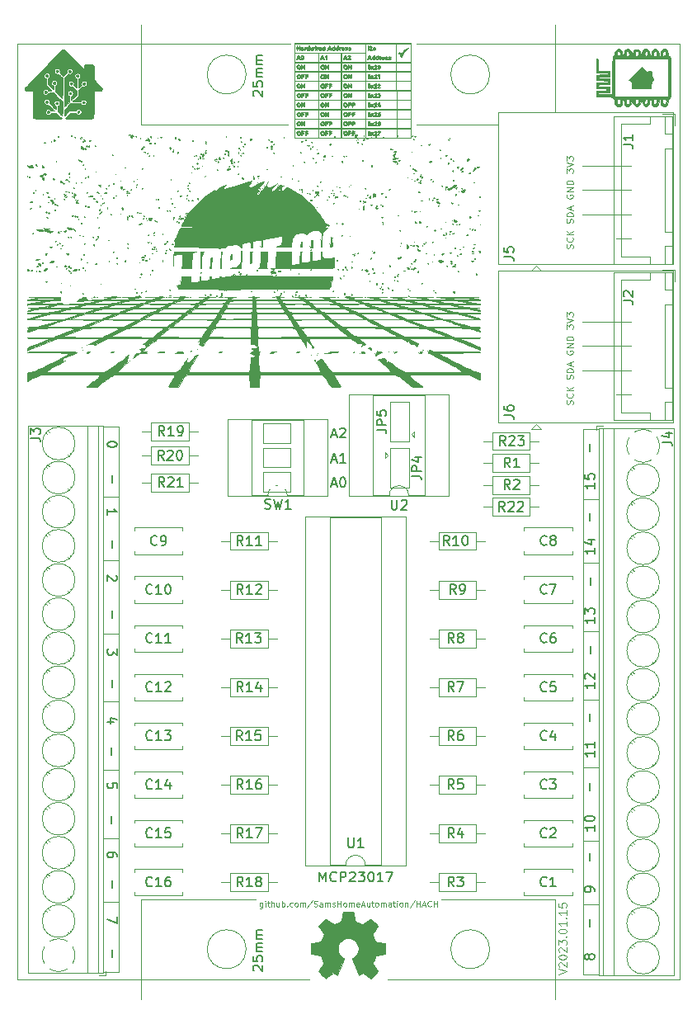
<source format=gto>
G04 #@! TF.GenerationSoftware,KiCad,Pcbnew,(5.1.2-1)-1*
G04 #@! TF.CreationDate,2023-01-19T17:55:11+00:00*
G04 #@! TF.ProjectId,Switch inputs 2,53776974-6368-4206-996e-707574732032,rev?*
G04 #@! TF.SameCoordinates,Original*
G04 #@! TF.FileFunction,Legend,Top*
G04 #@! TF.FilePolarity,Positive*
%FSLAX46Y46*%
G04 Gerber Fmt 4.6, Leading zero omitted, Abs format (unit mm)*
G04 Created by KiCad (PCBNEW (5.1.2-1)-1) date 2023-01-19 17:55:11*
%MOMM*%
%LPD*%
G04 APERTURE LIST*
%ADD10C,0.050000*%
%ADD11C,0.120000*%
%ADD12C,0.150000*%
%ADD13C,0.100000*%
%ADD14C,0.125000*%
%ADD15C,0.010000*%
%ADD16C,3.302000*%
%ADD17C,1.502000*%
%ADD18O,1.502000X1.502000*%
%ADD19R,1.702000X1.702000*%
%ADD20O,1.702000X1.702000*%
%ADD21R,1.102000X1.602000*%
%ADD22C,2.502000*%
%ADD23R,2.502000X2.502000*%
%ADD24C,1.702000*%
%ADD25R,1.602000X1.102000*%
%ADD26C,1.802000*%
%ADD27O,2.052000X1.802000*%
%ADD28R,1.602000X1.602000*%
%ADD29C,1.602000*%
G04 APERTURE END LIST*
D10*
X120900000Y-68900000D02*
X121000000Y-78600000D01*
D11*
X82000000Y-69000000D02*
X110000000Y-69000000D01*
X150000000Y-69000000D02*
X123000000Y-69000000D01*
X123000000Y-77250000D02*
X131250000Y-77250000D01*
X94750000Y-77250000D02*
X109750000Y-77250000D01*
X129000000Y-156750000D02*
X125500000Y-156750000D01*
X145000000Y-105000000D02*
X144500000Y-105000000D01*
X144500000Y-105000000D02*
X143500000Y-105000000D01*
X145000000Y-102500000D02*
X140000000Y-102500000D01*
X145000000Y-100000000D02*
X140000000Y-100000000D01*
X145000000Y-97500000D02*
X140000000Y-97500000D01*
X145000000Y-89000000D02*
X143500000Y-89000000D01*
X145000000Y-86500000D02*
X140000000Y-86500000D01*
X145000000Y-84000000D02*
X140000000Y-84000000D01*
X145000000Y-81500000D02*
X140000000Y-81500000D01*
X137250000Y-156750000D02*
X137250000Y-167000000D01*
X129000000Y-156750000D02*
X137250000Y-156750000D01*
X94750000Y-156750000D02*
X106500000Y-156750000D01*
X94750000Y-167000000D02*
X94750000Y-156750000D01*
X137250000Y-76000000D02*
X137250000Y-67000000D01*
X94750000Y-67000000D02*
X94750000Y-77250000D01*
X91750000Y-165000000D02*
X99750000Y-165000000D01*
X92400000Y-164250000D02*
X92400000Y-161500000D01*
X92400000Y-110000000D02*
X92400000Y-108250000D01*
X92400000Y-108250000D02*
X90900000Y-108250000D01*
X92400000Y-143500000D02*
X92400000Y-150000000D01*
X90900000Y-143500000D02*
X92400000Y-143500000D01*
X92400000Y-143500000D02*
X90900000Y-143500000D01*
X92400000Y-136500000D02*
X92400000Y-143500000D01*
X90900000Y-136500000D02*
X92400000Y-136500000D01*
X92400000Y-136500000D02*
X90900000Y-136500000D01*
X92400000Y-129000000D02*
X92400000Y-136500000D01*
X90900000Y-129500000D02*
X92400000Y-129500000D01*
X92400000Y-122000000D02*
X92400000Y-129000000D01*
X90900000Y-122000000D02*
X92400000Y-122000000D01*
X92400000Y-122000000D02*
X90900000Y-122000000D01*
X92400000Y-115000000D02*
X92400000Y-122000000D01*
X90900000Y-115500000D02*
X92400000Y-115500000D01*
X92400000Y-110000000D02*
X92400000Y-115000000D01*
X92400000Y-157500000D02*
X92400000Y-161500000D01*
X90900000Y-157000000D02*
X92400000Y-157000000D01*
X92400000Y-157000000D02*
X90900000Y-157000000D01*
X92400000Y-150000000D02*
X92400000Y-157500000D01*
X90900000Y-150500000D02*
X92400000Y-150500000D01*
X92400000Y-164250000D02*
X90900000Y-164250000D01*
D12*
X92247619Y-158566666D02*
X92247619Y-159233333D01*
X91247619Y-158804761D01*
X91247619Y-117285714D02*
X91247619Y-116714285D01*
X91247619Y-117000000D02*
X92247619Y-117000000D01*
X92104761Y-116904761D01*
X92009523Y-116809523D01*
X91961904Y-116714285D01*
X91728571Y-127119047D02*
X91728571Y-127880952D01*
X91728571Y-119919047D02*
X91728571Y-120680952D01*
X91728571Y-154819047D02*
X91728571Y-155580952D01*
X92152380Y-123514285D02*
X92200000Y-123561904D01*
X92247619Y-123657142D01*
X92247619Y-123895238D01*
X92200000Y-123990476D01*
X92152380Y-124038095D01*
X92057142Y-124085714D01*
X91961904Y-124085714D01*
X91819047Y-124038095D01*
X91247619Y-123466666D01*
X91247619Y-124085714D01*
X92247619Y-131066666D02*
X92247619Y-131685714D01*
X91866666Y-131352380D01*
X91866666Y-131495238D01*
X91819047Y-131590476D01*
X91771428Y-131638095D01*
X91676190Y-131685714D01*
X91438095Y-131685714D01*
X91342857Y-131638095D01*
X91295238Y-131590476D01*
X91247619Y-131495238D01*
X91247619Y-131209523D01*
X91295238Y-131114285D01*
X91342857Y-131066666D01*
X91914285Y-138590476D02*
X91247619Y-138590476D01*
X92295238Y-138352380D02*
X91580952Y-138114285D01*
X91580952Y-138733333D01*
X92247619Y-145338095D02*
X92247619Y-144861904D01*
X91771428Y-144814285D01*
X91819047Y-144861904D01*
X91866666Y-144957142D01*
X91866666Y-145195238D01*
X91819047Y-145290476D01*
X91771428Y-145338095D01*
X91676190Y-145385714D01*
X91438095Y-145385714D01*
X91342857Y-145338095D01*
X91295238Y-145290476D01*
X91247619Y-145195238D01*
X91247619Y-144957142D01*
X91295238Y-144861904D01*
X91342857Y-144814285D01*
X92247619Y-152390476D02*
X92247619Y-152200000D01*
X92200000Y-152104761D01*
X92152380Y-152057142D01*
X92009523Y-151961904D01*
X91819047Y-151914285D01*
X91438095Y-151914285D01*
X91342857Y-151961904D01*
X91295238Y-152009523D01*
X91247619Y-152104761D01*
X91247619Y-152295238D01*
X91295238Y-152390476D01*
X91342857Y-152438095D01*
X91438095Y-152485714D01*
X91676190Y-152485714D01*
X91771428Y-152438095D01*
X91819047Y-152390476D01*
X91866666Y-152295238D01*
X91866666Y-152104761D01*
X91819047Y-152009523D01*
X91771428Y-151961904D01*
X91676190Y-151914285D01*
X91728571Y-113219047D02*
X91728571Y-113980952D01*
X91728571Y-161919047D02*
X91728571Y-162680952D01*
X91728571Y-134219047D02*
X91728571Y-134980952D01*
X91628571Y-141219047D02*
X91628571Y-141980952D01*
X91628571Y-148219047D02*
X91628571Y-148980952D01*
X92247619Y-110052380D02*
X92247619Y-110147619D01*
X92200000Y-110242857D01*
X92152380Y-110290476D01*
X92057142Y-110338095D01*
X91866666Y-110385714D01*
X91628571Y-110385714D01*
X91438095Y-110338095D01*
X91342857Y-110290476D01*
X91295238Y-110242857D01*
X91247619Y-110147619D01*
X91247619Y-110052380D01*
X91295238Y-109957142D01*
X91342857Y-109909523D01*
X91438095Y-109861904D01*
X91628571Y-109814285D01*
X91866666Y-109814285D01*
X92057142Y-109861904D01*
X92152380Y-109909523D01*
X92200000Y-109957142D01*
X92247619Y-110052380D01*
D11*
X82000000Y-69000000D02*
X82000000Y-79000000D01*
X150000000Y-79000000D02*
X150000000Y-69000000D01*
D13*
X107171428Y-157121428D02*
X107171428Y-157607142D01*
X107142857Y-157664285D01*
X107114285Y-157692857D01*
X107057142Y-157721428D01*
X106971428Y-157721428D01*
X106914285Y-157692857D01*
X107171428Y-157492857D02*
X107114285Y-157521428D01*
X107000000Y-157521428D01*
X106942857Y-157492857D01*
X106914285Y-157464285D01*
X106885714Y-157407142D01*
X106885714Y-157235714D01*
X106914285Y-157178571D01*
X106942857Y-157150000D01*
X107000000Y-157121428D01*
X107114285Y-157121428D01*
X107171428Y-157150000D01*
X107457142Y-157521428D02*
X107457142Y-157121428D01*
X107457142Y-156921428D02*
X107428571Y-156950000D01*
X107457142Y-156978571D01*
X107485714Y-156950000D01*
X107457142Y-156921428D01*
X107457142Y-156978571D01*
X107657142Y-157121428D02*
X107885714Y-157121428D01*
X107742857Y-156921428D02*
X107742857Y-157435714D01*
X107771428Y-157492857D01*
X107828571Y-157521428D01*
X107885714Y-157521428D01*
X108085714Y-157521428D02*
X108085714Y-156921428D01*
X108342857Y-157521428D02*
X108342857Y-157207142D01*
X108314285Y-157150000D01*
X108257142Y-157121428D01*
X108171428Y-157121428D01*
X108114285Y-157150000D01*
X108085714Y-157178571D01*
X108885714Y-157121428D02*
X108885714Y-157521428D01*
X108628571Y-157121428D02*
X108628571Y-157435714D01*
X108657142Y-157492857D01*
X108714285Y-157521428D01*
X108800000Y-157521428D01*
X108857142Y-157492857D01*
X108885714Y-157464285D01*
X109171428Y-157521428D02*
X109171428Y-156921428D01*
X109171428Y-157150000D02*
X109228571Y-157121428D01*
X109342857Y-157121428D01*
X109400000Y-157150000D01*
X109428571Y-157178571D01*
X109457142Y-157235714D01*
X109457142Y-157407142D01*
X109428571Y-157464285D01*
X109400000Y-157492857D01*
X109342857Y-157521428D01*
X109228571Y-157521428D01*
X109171428Y-157492857D01*
X109714285Y-157464285D02*
X109742857Y-157492857D01*
X109714285Y-157521428D01*
X109685714Y-157492857D01*
X109714285Y-157464285D01*
X109714285Y-157521428D01*
X110257142Y-157492857D02*
X110200000Y-157521428D01*
X110085714Y-157521428D01*
X110028571Y-157492857D01*
X110000000Y-157464285D01*
X109971428Y-157407142D01*
X109971428Y-157235714D01*
X110000000Y-157178571D01*
X110028571Y-157150000D01*
X110085714Y-157121428D01*
X110200000Y-157121428D01*
X110257142Y-157150000D01*
X110600000Y-157521428D02*
X110542857Y-157492857D01*
X110514285Y-157464285D01*
X110485714Y-157407142D01*
X110485714Y-157235714D01*
X110514285Y-157178571D01*
X110542857Y-157150000D01*
X110600000Y-157121428D01*
X110685714Y-157121428D01*
X110742857Y-157150000D01*
X110771428Y-157178571D01*
X110800000Y-157235714D01*
X110800000Y-157407142D01*
X110771428Y-157464285D01*
X110742857Y-157492857D01*
X110685714Y-157521428D01*
X110600000Y-157521428D01*
X111057142Y-157521428D02*
X111057142Y-157121428D01*
X111057142Y-157178571D02*
X111085714Y-157150000D01*
X111142857Y-157121428D01*
X111228571Y-157121428D01*
X111285714Y-157150000D01*
X111314285Y-157207142D01*
X111314285Y-157521428D01*
X111314285Y-157207142D02*
X111342857Y-157150000D01*
X111400000Y-157121428D01*
X111485714Y-157121428D01*
X111542857Y-157150000D01*
X111571428Y-157207142D01*
X111571428Y-157521428D01*
X112285714Y-156892857D02*
X111771428Y-157664285D01*
X112457142Y-157492857D02*
X112542857Y-157521428D01*
X112685714Y-157521428D01*
X112742857Y-157492857D01*
X112771428Y-157464285D01*
X112800000Y-157407142D01*
X112800000Y-157350000D01*
X112771428Y-157292857D01*
X112742857Y-157264285D01*
X112685714Y-157235714D01*
X112571428Y-157207142D01*
X112514285Y-157178571D01*
X112485714Y-157150000D01*
X112457142Y-157092857D01*
X112457142Y-157035714D01*
X112485714Y-156978571D01*
X112514285Y-156950000D01*
X112571428Y-156921428D01*
X112714285Y-156921428D01*
X112800000Y-156950000D01*
X113314285Y-157521428D02*
X113314285Y-157207142D01*
X113285714Y-157150000D01*
X113228571Y-157121428D01*
X113114285Y-157121428D01*
X113057142Y-157150000D01*
X113314285Y-157492857D02*
X113257142Y-157521428D01*
X113114285Y-157521428D01*
X113057142Y-157492857D01*
X113028571Y-157435714D01*
X113028571Y-157378571D01*
X113057142Y-157321428D01*
X113114285Y-157292857D01*
X113257142Y-157292857D01*
X113314285Y-157264285D01*
X113600000Y-157521428D02*
X113600000Y-157121428D01*
X113600000Y-157178571D02*
X113628571Y-157150000D01*
X113685714Y-157121428D01*
X113771428Y-157121428D01*
X113828571Y-157150000D01*
X113857142Y-157207142D01*
X113857142Y-157521428D01*
X113857142Y-157207142D02*
X113885714Y-157150000D01*
X113942857Y-157121428D01*
X114028571Y-157121428D01*
X114085714Y-157150000D01*
X114114285Y-157207142D01*
X114114285Y-157521428D01*
X114371428Y-157492857D02*
X114428571Y-157521428D01*
X114542857Y-157521428D01*
X114600000Y-157492857D01*
X114628571Y-157435714D01*
X114628571Y-157407142D01*
X114600000Y-157350000D01*
X114542857Y-157321428D01*
X114457142Y-157321428D01*
X114400000Y-157292857D01*
X114371428Y-157235714D01*
X114371428Y-157207142D01*
X114400000Y-157150000D01*
X114457142Y-157121428D01*
X114542857Y-157121428D01*
X114600000Y-157150000D01*
X114885714Y-157521428D02*
X114885714Y-156921428D01*
X114885714Y-157207142D02*
X115228571Y-157207142D01*
X115228571Y-157521428D02*
X115228571Y-156921428D01*
X115600000Y-157521428D02*
X115542857Y-157492857D01*
X115514285Y-157464285D01*
X115485714Y-157407142D01*
X115485714Y-157235714D01*
X115514285Y-157178571D01*
X115542857Y-157150000D01*
X115600000Y-157121428D01*
X115685714Y-157121428D01*
X115742857Y-157150000D01*
X115771428Y-157178571D01*
X115800000Y-157235714D01*
X115800000Y-157407142D01*
X115771428Y-157464285D01*
X115742857Y-157492857D01*
X115685714Y-157521428D01*
X115600000Y-157521428D01*
X116057142Y-157521428D02*
X116057142Y-157121428D01*
X116057142Y-157178571D02*
X116085714Y-157150000D01*
X116142857Y-157121428D01*
X116228571Y-157121428D01*
X116285714Y-157150000D01*
X116314285Y-157207142D01*
X116314285Y-157521428D01*
X116314285Y-157207142D02*
X116342857Y-157150000D01*
X116400000Y-157121428D01*
X116485714Y-157121428D01*
X116542857Y-157150000D01*
X116571428Y-157207142D01*
X116571428Y-157521428D01*
X117085714Y-157492857D02*
X117028571Y-157521428D01*
X116914285Y-157521428D01*
X116857142Y-157492857D01*
X116828571Y-157435714D01*
X116828571Y-157207142D01*
X116857142Y-157150000D01*
X116914285Y-157121428D01*
X117028571Y-157121428D01*
X117085714Y-157150000D01*
X117114285Y-157207142D01*
X117114285Y-157264285D01*
X116828571Y-157321428D01*
X117342857Y-157350000D02*
X117628571Y-157350000D01*
X117285714Y-157521428D02*
X117485714Y-156921428D01*
X117685714Y-157521428D01*
X118142857Y-157121428D02*
X118142857Y-157521428D01*
X117885714Y-157121428D02*
X117885714Y-157435714D01*
X117914285Y-157492857D01*
X117971428Y-157521428D01*
X118057142Y-157521428D01*
X118114285Y-157492857D01*
X118142857Y-157464285D01*
X118342857Y-157121428D02*
X118571428Y-157121428D01*
X118428571Y-156921428D02*
X118428571Y-157435714D01*
X118457142Y-157492857D01*
X118514285Y-157521428D01*
X118571428Y-157521428D01*
X118857142Y-157521428D02*
X118800000Y-157492857D01*
X118771428Y-157464285D01*
X118742857Y-157407142D01*
X118742857Y-157235714D01*
X118771428Y-157178571D01*
X118800000Y-157150000D01*
X118857142Y-157121428D01*
X118942857Y-157121428D01*
X119000000Y-157150000D01*
X119028571Y-157178571D01*
X119057142Y-157235714D01*
X119057142Y-157407142D01*
X119028571Y-157464285D01*
X119000000Y-157492857D01*
X118942857Y-157521428D01*
X118857142Y-157521428D01*
X119314285Y-157521428D02*
X119314285Y-157121428D01*
X119314285Y-157178571D02*
X119342857Y-157150000D01*
X119400000Y-157121428D01*
X119485714Y-157121428D01*
X119542857Y-157150000D01*
X119571428Y-157207142D01*
X119571428Y-157521428D01*
X119571428Y-157207142D02*
X119600000Y-157150000D01*
X119657142Y-157121428D01*
X119742857Y-157121428D01*
X119800000Y-157150000D01*
X119828571Y-157207142D01*
X119828571Y-157521428D01*
X120371428Y-157521428D02*
X120371428Y-157207142D01*
X120342857Y-157150000D01*
X120285714Y-157121428D01*
X120171428Y-157121428D01*
X120114285Y-157150000D01*
X120371428Y-157492857D02*
X120314285Y-157521428D01*
X120171428Y-157521428D01*
X120114285Y-157492857D01*
X120085714Y-157435714D01*
X120085714Y-157378571D01*
X120114285Y-157321428D01*
X120171428Y-157292857D01*
X120314285Y-157292857D01*
X120371428Y-157264285D01*
X120571428Y-157121428D02*
X120800000Y-157121428D01*
X120657142Y-156921428D02*
X120657142Y-157435714D01*
X120685714Y-157492857D01*
X120742857Y-157521428D01*
X120800000Y-157521428D01*
X121000000Y-157521428D02*
X121000000Y-157121428D01*
X121000000Y-156921428D02*
X120971428Y-156950000D01*
X121000000Y-156978571D01*
X121028571Y-156950000D01*
X121000000Y-156921428D01*
X121000000Y-156978571D01*
X121371428Y-157521428D02*
X121314285Y-157492857D01*
X121285714Y-157464285D01*
X121257142Y-157407142D01*
X121257142Y-157235714D01*
X121285714Y-157178571D01*
X121314285Y-157150000D01*
X121371428Y-157121428D01*
X121457142Y-157121428D01*
X121514285Y-157150000D01*
X121542857Y-157178571D01*
X121571428Y-157235714D01*
X121571428Y-157407142D01*
X121542857Y-157464285D01*
X121514285Y-157492857D01*
X121457142Y-157521428D01*
X121371428Y-157521428D01*
X121828571Y-157121428D02*
X121828571Y-157521428D01*
X121828571Y-157178571D02*
X121857142Y-157150000D01*
X121914285Y-157121428D01*
X122000000Y-157121428D01*
X122057142Y-157150000D01*
X122085714Y-157207142D01*
X122085714Y-157521428D01*
X122800000Y-156892857D02*
X122285714Y-157664285D01*
X123000000Y-157521428D02*
X123000000Y-156921428D01*
X123000000Y-157207142D02*
X123342857Y-157207142D01*
X123342857Y-157521428D02*
X123342857Y-156921428D01*
X123600000Y-157350000D02*
X123885714Y-157350000D01*
X123542857Y-157521428D02*
X123742857Y-156921428D01*
X123942857Y-157521428D01*
X124485714Y-157464285D02*
X124457142Y-157492857D01*
X124371428Y-157521428D01*
X124314285Y-157521428D01*
X124228571Y-157492857D01*
X124171428Y-157435714D01*
X124142857Y-157378571D01*
X124114285Y-157264285D01*
X124114285Y-157178571D01*
X124142857Y-157064285D01*
X124171428Y-157007142D01*
X124228571Y-156950000D01*
X124314285Y-156921428D01*
X124371428Y-156921428D01*
X124457142Y-156950000D01*
X124485714Y-156978571D01*
X124742857Y-157521428D02*
X124742857Y-156921428D01*
X124742857Y-157207142D02*
X125085714Y-157207142D01*
X125085714Y-157521428D02*
X125085714Y-156921428D01*
D11*
X99750000Y-165000000D02*
X112000000Y-165000000D01*
X82000000Y-165000000D02*
X91750000Y-165000000D01*
D13*
X139033333Y-89966666D02*
X139066666Y-89866666D01*
X139066666Y-89700000D01*
X139033333Y-89633333D01*
X139000000Y-89600000D01*
X138933333Y-89566666D01*
X138866666Y-89566666D01*
X138800000Y-89600000D01*
X138766666Y-89633333D01*
X138733333Y-89700000D01*
X138700000Y-89833333D01*
X138666666Y-89900000D01*
X138633333Y-89933333D01*
X138566666Y-89966666D01*
X138500000Y-89966666D01*
X138433333Y-89933333D01*
X138400000Y-89900000D01*
X138366666Y-89833333D01*
X138366666Y-89666666D01*
X138400000Y-89566666D01*
X139000000Y-88866666D02*
X139033333Y-88900000D01*
X139066666Y-89000000D01*
X139066666Y-89066666D01*
X139033333Y-89166666D01*
X138966666Y-89233333D01*
X138900000Y-89266666D01*
X138766666Y-89300000D01*
X138666666Y-89300000D01*
X138533333Y-89266666D01*
X138466666Y-89233333D01*
X138400000Y-89166666D01*
X138366666Y-89066666D01*
X138366666Y-89000000D01*
X138400000Y-88900000D01*
X138433333Y-88866666D01*
X139066666Y-88566666D02*
X138366666Y-88566666D01*
X139066666Y-88166666D02*
X138666666Y-88466666D01*
X138366666Y-88166666D02*
X138766666Y-88566666D01*
X139033333Y-87366666D02*
X139066666Y-87266666D01*
X139066666Y-87100000D01*
X139033333Y-87033333D01*
X139000000Y-87000000D01*
X138933333Y-86966666D01*
X138866666Y-86966666D01*
X138800000Y-87000000D01*
X138766666Y-87033333D01*
X138733333Y-87100000D01*
X138700000Y-87233333D01*
X138666666Y-87300000D01*
X138633333Y-87333333D01*
X138566666Y-87366666D01*
X138500000Y-87366666D01*
X138433333Y-87333333D01*
X138400000Y-87300000D01*
X138366666Y-87233333D01*
X138366666Y-87066666D01*
X138400000Y-86966666D01*
X139066666Y-86666666D02*
X138366666Y-86666666D01*
X138366666Y-86500000D01*
X138400000Y-86400000D01*
X138466666Y-86333333D01*
X138533333Y-86300000D01*
X138666666Y-86266666D01*
X138766666Y-86266666D01*
X138900000Y-86300000D01*
X138966666Y-86333333D01*
X139033333Y-86400000D01*
X139066666Y-86500000D01*
X139066666Y-86666666D01*
X138866666Y-86000000D02*
X138866666Y-85666666D01*
X139066666Y-86066666D02*
X138366666Y-85833333D01*
X139066666Y-85600000D01*
X138400000Y-84466666D02*
X138366666Y-84533333D01*
X138366666Y-84633333D01*
X138400000Y-84733333D01*
X138466666Y-84800000D01*
X138533333Y-84833333D01*
X138666666Y-84866666D01*
X138766666Y-84866666D01*
X138900000Y-84833333D01*
X138966666Y-84800000D01*
X139033333Y-84733333D01*
X139066666Y-84633333D01*
X139066666Y-84566666D01*
X139033333Y-84466666D01*
X139000000Y-84433333D01*
X138766666Y-84433333D01*
X138766666Y-84566666D01*
X139066666Y-84133333D02*
X138366666Y-84133333D01*
X139066666Y-83733333D01*
X138366666Y-83733333D01*
X139066666Y-83400000D02*
X138366666Y-83400000D01*
X138366666Y-83233333D01*
X138400000Y-83133333D01*
X138466666Y-83066666D01*
X138533333Y-83033333D01*
X138666666Y-83000000D01*
X138766666Y-83000000D01*
X138900000Y-83033333D01*
X138966666Y-83066666D01*
X139033333Y-83133333D01*
X139066666Y-83233333D01*
X139066666Y-83400000D01*
X138366666Y-82233333D02*
X138366666Y-81800000D01*
X138633333Y-82033333D01*
X138633333Y-81933333D01*
X138666666Y-81866666D01*
X138700000Y-81833333D01*
X138766666Y-81800000D01*
X138933333Y-81800000D01*
X139000000Y-81833333D01*
X139033333Y-81866666D01*
X139066666Y-81933333D01*
X139066666Y-82133333D01*
X139033333Y-82200000D01*
X139000000Y-82233333D01*
X138366666Y-81600000D02*
X139066666Y-81366666D01*
X138366666Y-81133333D01*
X138366666Y-80966666D02*
X138366666Y-80533333D01*
X138633333Y-80766666D01*
X138633333Y-80666666D01*
X138666666Y-80600000D01*
X138700000Y-80566666D01*
X138766666Y-80533333D01*
X138933333Y-80533333D01*
X139000000Y-80566666D01*
X139033333Y-80600000D01*
X139066666Y-80666666D01*
X139066666Y-80866666D01*
X139033333Y-80933333D01*
X139000000Y-80966666D01*
X139033333Y-105966666D02*
X139066666Y-105866666D01*
X139066666Y-105700000D01*
X139033333Y-105633333D01*
X139000000Y-105600000D01*
X138933333Y-105566666D01*
X138866666Y-105566666D01*
X138800000Y-105600000D01*
X138766666Y-105633333D01*
X138733333Y-105700000D01*
X138700000Y-105833333D01*
X138666666Y-105900000D01*
X138633333Y-105933333D01*
X138566666Y-105966666D01*
X138500000Y-105966666D01*
X138433333Y-105933333D01*
X138400000Y-105900000D01*
X138366666Y-105833333D01*
X138366666Y-105666666D01*
X138400000Y-105566666D01*
X139000000Y-104866666D02*
X139033333Y-104900000D01*
X139066666Y-105000000D01*
X139066666Y-105066666D01*
X139033333Y-105166666D01*
X138966666Y-105233333D01*
X138900000Y-105266666D01*
X138766666Y-105300000D01*
X138666666Y-105300000D01*
X138533333Y-105266666D01*
X138466666Y-105233333D01*
X138400000Y-105166666D01*
X138366666Y-105066666D01*
X138366666Y-105000000D01*
X138400000Y-104900000D01*
X138433333Y-104866666D01*
X139066666Y-104566666D02*
X138366666Y-104566666D01*
X139066666Y-104166666D02*
X138666666Y-104466666D01*
X138366666Y-104166666D02*
X138766666Y-104566666D01*
X139033333Y-103366666D02*
X139066666Y-103266666D01*
X139066666Y-103100000D01*
X139033333Y-103033333D01*
X139000000Y-103000000D01*
X138933333Y-102966666D01*
X138866666Y-102966666D01*
X138800000Y-103000000D01*
X138766666Y-103033333D01*
X138733333Y-103100000D01*
X138700000Y-103233333D01*
X138666666Y-103300000D01*
X138633333Y-103333333D01*
X138566666Y-103366666D01*
X138500000Y-103366666D01*
X138433333Y-103333333D01*
X138400000Y-103300000D01*
X138366666Y-103233333D01*
X138366666Y-103066666D01*
X138400000Y-102966666D01*
X139066666Y-102666666D02*
X138366666Y-102666666D01*
X138366666Y-102500000D01*
X138400000Y-102400000D01*
X138466666Y-102333333D01*
X138533333Y-102300000D01*
X138666666Y-102266666D01*
X138766666Y-102266666D01*
X138900000Y-102300000D01*
X138966666Y-102333333D01*
X139033333Y-102400000D01*
X139066666Y-102500000D01*
X139066666Y-102666666D01*
X138866666Y-102000000D02*
X138866666Y-101666666D01*
X139066666Y-102066666D02*
X138366666Y-101833333D01*
X139066666Y-101600000D01*
X138400000Y-100466666D02*
X138366666Y-100533333D01*
X138366666Y-100633333D01*
X138400000Y-100733333D01*
X138466666Y-100800000D01*
X138533333Y-100833333D01*
X138666666Y-100866666D01*
X138766666Y-100866666D01*
X138900000Y-100833333D01*
X138966666Y-100800000D01*
X139033333Y-100733333D01*
X139066666Y-100633333D01*
X139066666Y-100566666D01*
X139033333Y-100466666D01*
X139000000Y-100433333D01*
X138766666Y-100433333D01*
X138766666Y-100566666D01*
X139066666Y-100133333D02*
X138366666Y-100133333D01*
X139066666Y-99733333D01*
X138366666Y-99733333D01*
X139066666Y-99400000D02*
X138366666Y-99400000D01*
X138366666Y-99233333D01*
X138400000Y-99133333D01*
X138466666Y-99066666D01*
X138533333Y-99033333D01*
X138666666Y-99000000D01*
X138766666Y-99000000D01*
X138900000Y-99033333D01*
X138966666Y-99066666D01*
X139033333Y-99133333D01*
X139066666Y-99233333D01*
X139066666Y-99400000D01*
X138366666Y-98233333D02*
X138366666Y-97800000D01*
X138633333Y-98033333D01*
X138633333Y-97933333D01*
X138666666Y-97866666D01*
X138700000Y-97833333D01*
X138766666Y-97800000D01*
X138933333Y-97800000D01*
X139000000Y-97833333D01*
X139033333Y-97866666D01*
X139066666Y-97933333D01*
X139066666Y-98133333D01*
X139033333Y-98200000D01*
X139000000Y-98233333D01*
X138366666Y-97600000D02*
X139066666Y-97366666D01*
X138366666Y-97133333D01*
X138366666Y-96966666D02*
X138366666Y-96533333D01*
X138633333Y-96766666D01*
X138633333Y-96666666D01*
X138666666Y-96600000D01*
X138700000Y-96566666D01*
X138766666Y-96533333D01*
X138933333Y-96533333D01*
X139000000Y-96566666D01*
X139033333Y-96600000D01*
X139066666Y-96666666D01*
X139066666Y-96866666D01*
X139033333Y-96933333D01*
X139000000Y-96966666D01*
D11*
X140100000Y-108500000D02*
X141600000Y-108500000D01*
D12*
X141252380Y-114040476D02*
X141252380Y-114611904D01*
X141252380Y-114326190D02*
X140252380Y-114326190D01*
X140395238Y-114421428D01*
X140490476Y-114516666D01*
X140538095Y-114611904D01*
X140252380Y-113135714D02*
X140252380Y-113611904D01*
X140728571Y-113659523D01*
X140680952Y-113611904D01*
X140633333Y-113516666D01*
X140633333Y-113278571D01*
X140680952Y-113183333D01*
X140728571Y-113135714D01*
X140823809Y-113088095D01*
X141061904Y-113088095D01*
X141157142Y-113135714D01*
X141204761Y-113183333D01*
X141252380Y-113278571D01*
X141252380Y-113516666D01*
X141204761Y-113611904D01*
X141157142Y-113659523D01*
D11*
X141600000Y-122250000D02*
X140100000Y-122250000D01*
X140100000Y-122750000D02*
X140100000Y-115250000D01*
X140100000Y-115750000D02*
X141600000Y-115750000D01*
X141600000Y-115750000D02*
X140100000Y-115750000D01*
X140100000Y-115250000D02*
X140100000Y-111250000D01*
D12*
X140771428Y-159530952D02*
X140771428Y-158769047D01*
X140771428Y-152830952D02*
X140771428Y-152069047D01*
X140771428Y-145630952D02*
X140771428Y-144869047D01*
X140771428Y-138530952D02*
X140771428Y-137769047D01*
X140871428Y-131530952D02*
X140871428Y-130769047D01*
X140871428Y-124530952D02*
X140871428Y-123769047D01*
X140680952Y-162745238D02*
X140633333Y-162840476D01*
X140585714Y-162888095D01*
X140490476Y-162935714D01*
X140442857Y-162935714D01*
X140347619Y-162888095D01*
X140300000Y-162840476D01*
X140252380Y-162745238D01*
X140252380Y-162554761D01*
X140300000Y-162459523D01*
X140347619Y-162411904D01*
X140442857Y-162364285D01*
X140490476Y-162364285D01*
X140585714Y-162411904D01*
X140633333Y-162459523D01*
X140680952Y-162554761D01*
X140680952Y-162745238D01*
X140728571Y-162840476D01*
X140776190Y-162888095D01*
X140871428Y-162935714D01*
X141061904Y-162935714D01*
X141157142Y-162888095D01*
X141204761Y-162840476D01*
X141252380Y-162745238D01*
X141252380Y-162554761D01*
X141204761Y-162459523D01*
X141157142Y-162411904D01*
X141061904Y-162364285D01*
X140871428Y-162364285D01*
X140776190Y-162411904D01*
X140728571Y-162459523D01*
X140680952Y-162554761D01*
X141252380Y-155940476D02*
X141252380Y-155750000D01*
X141204761Y-155654761D01*
X141157142Y-155607142D01*
X141014285Y-155511904D01*
X140823809Y-155464285D01*
X140442857Y-155464285D01*
X140347619Y-155511904D01*
X140300000Y-155559523D01*
X140252380Y-155654761D01*
X140252380Y-155845238D01*
X140300000Y-155940476D01*
X140347619Y-155988095D01*
X140442857Y-156035714D01*
X140680952Y-156035714D01*
X140776190Y-155988095D01*
X140823809Y-155940476D01*
X140871428Y-155845238D01*
X140871428Y-155654761D01*
X140823809Y-155559523D01*
X140776190Y-155511904D01*
X140680952Y-155464285D01*
X141252380Y-149140476D02*
X141252380Y-149711904D01*
X141252380Y-149426190D02*
X140252380Y-149426190D01*
X140395238Y-149521428D01*
X140490476Y-149616666D01*
X140538095Y-149711904D01*
X140252380Y-148521428D02*
X140252380Y-148426190D01*
X140300000Y-148330952D01*
X140347619Y-148283333D01*
X140442857Y-148235714D01*
X140633333Y-148188095D01*
X140871428Y-148188095D01*
X141061904Y-148235714D01*
X141157142Y-148283333D01*
X141204761Y-148330952D01*
X141252380Y-148426190D01*
X141252380Y-148521428D01*
X141204761Y-148616666D01*
X141157142Y-148664285D01*
X141061904Y-148711904D01*
X140871428Y-148759523D01*
X140633333Y-148759523D01*
X140442857Y-148711904D01*
X140347619Y-148664285D01*
X140300000Y-148616666D01*
X140252380Y-148521428D01*
X141252380Y-141540476D02*
X141252380Y-142111904D01*
X141252380Y-141826190D02*
X140252380Y-141826190D01*
X140395238Y-141921428D01*
X140490476Y-142016666D01*
X140538095Y-142111904D01*
X141252380Y-140588095D02*
X141252380Y-141159523D01*
X141252380Y-140873809D02*
X140252380Y-140873809D01*
X140395238Y-140969047D01*
X140490476Y-141064285D01*
X140538095Y-141159523D01*
X141252380Y-134540476D02*
X141252380Y-135111904D01*
X141252380Y-134826190D02*
X140252380Y-134826190D01*
X140395238Y-134921428D01*
X140490476Y-135016666D01*
X140538095Y-135111904D01*
X140347619Y-134159523D02*
X140300000Y-134111904D01*
X140252380Y-134016666D01*
X140252380Y-133778571D01*
X140300000Y-133683333D01*
X140347619Y-133635714D01*
X140442857Y-133588095D01*
X140538095Y-133588095D01*
X140680952Y-133635714D01*
X141252380Y-134207142D01*
X141252380Y-133588095D01*
X141252380Y-127840476D02*
X141252380Y-128411904D01*
X141252380Y-128126190D02*
X140252380Y-128126190D01*
X140395238Y-128221428D01*
X140490476Y-128316666D01*
X140538095Y-128411904D01*
X140252380Y-127507142D02*
X140252380Y-126888095D01*
X140633333Y-127221428D01*
X140633333Y-127078571D01*
X140680952Y-126983333D01*
X140728571Y-126935714D01*
X140823809Y-126888095D01*
X141061904Y-126888095D01*
X141157142Y-126935714D01*
X141204761Y-126983333D01*
X141252380Y-127078571D01*
X141252380Y-127364285D01*
X141204761Y-127459523D01*
X141157142Y-127507142D01*
X141252380Y-120740476D02*
X141252380Y-121311904D01*
X141252380Y-121026190D02*
X140252380Y-121026190D01*
X140395238Y-121121428D01*
X140490476Y-121216666D01*
X140538095Y-121311904D01*
X140585714Y-119883333D02*
X141252380Y-119883333D01*
X140204761Y-120121428D02*
X140919047Y-120359523D01*
X140919047Y-119740476D01*
D11*
X140100000Y-162750000D02*
X140100000Y-157750000D01*
X141600000Y-157250000D02*
X140100000Y-157250000D01*
X140100000Y-157750000D02*
X140100000Y-150750000D01*
X140100000Y-150750000D02*
X141600000Y-150750000D01*
X141600000Y-150750000D02*
X140100000Y-150750000D01*
X140100000Y-150750000D02*
X140100000Y-143750000D01*
X141600000Y-143250000D02*
X140100000Y-143250000D01*
X140100000Y-143750000D02*
X140100000Y-136250000D01*
X140100000Y-136250000D02*
X141600000Y-136250000D01*
X141600000Y-136250000D02*
X140100000Y-136250000D01*
X140100000Y-136250000D02*
X140100000Y-129250000D01*
X140100000Y-129250000D02*
X141600000Y-129250000D01*
X141600000Y-129250000D02*
X140100000Y-129250000D01*
X140100000Y-129250000D02*
X140100000Y-122750000D01*
D12*
X140771428Y-117930952D02*
X140771428Y-117169047D01*
X140771428Y-110830952D02*
X140771428Y-110069047D01*
D11*
X140100000Y-164500000D02*
X141600000Y-164500000D01*
X140100000Y-162750000D02*
X140100000Y-164500000D01*
X140100000Y-108500000D02*
X140100000Y-111250000D01*
X120000000Y-165000000D02*
X150000000Y-165000000D01*
X150000000Y-165000000D02*
X150000000Y-162000000D01*
X82000000Y-162000000D02*
X82000000Y-165000000D01*
X150000000Y-162000000D02*
X150000000Y-159000000D01*
X82000000Y-159000000D02*
X82000000Y-162000000D01*
X150000000Y-159000000D02*
X150000000Y-79000000D01*
X82000000Y-79000000D02*
X82000000Y-159000000D01*
D14*
X137561904Y-164445238D02*
X138361904Y-164178571D01*
X137561904Y-163911904D01*
X137638095Y-163683333D02*
X137600000Y-163645238D01*
X137561904Y-163569047D01*
X137561904Y-163378571D01*
X137600000Y-163302380D01*
X137638095Y-163264285D01*
X137714285Y-163226190D01*
X137790476Y-163226190D01*
X137904761Y-163264285D01*
X138361904Y-163721428D01*
X138361904Y-163226190D01*
X137561904Y-162730952D02*
X137561904Y-162654761D01*
X137600000Y-162578571D01*
X137638095Y-162540476D01*
X137714285Y-162502380D01*
X137866666Y-162464285D01*
X138057142Y-162464285D01*
X138209523Y-162502380D01*
X138285714Y-162540476D01*
X138323809Y-162578571D01*
X138361904Y-162654761D01*
X138361904Y-162730952D01*
X138323809Y-162807142D01*
X138285714Y-162845238D01*
X138209523Y-162883333D01*
X138057142Y-162921428D01*
X137866666Y-162921428D01*
X137714285Y-162883333D01*
X137638095Y-162845238D01*
X137600000Y-162807142D01*
X137561904Y-162730952D01*
X137638095Y-162159523D02*
X137600000Y-162121428D01*
X137561904Y-162045238D01*
X137561904Y-161854761D01*
X137600000Y-161778571D01*
X137638095Y-161740476D01*
X137714285Y-161702380D01*
X137790476Y-161702380D01*
X137904761Y-161740476D01*
X138361904Y-162197619D01*
X138361904Y-161702380D01*
X137561904Y-161435714D02*
X137561904Y-160940476D01*
X137866666Y-161207142D01*
X137866666Y-161092857D01*
X137904761Y-161016666D01*
X137942857Y-160978571D01*
X138019047Y-160940476D01*
X138209523Y-160940476D01*
X138285714Y-160978571D01*
X138323809Y-161016666D01*
X138361904Y-161092857D01*
X138361904Y-161321428D01*
X138323809Y-161397619D01*
X138285714Y-161435714D01*
X138285714Y-160597619D02*
X138323809Y-160559523D01*
X138361904Y-160597619D01*
X138323809Y-160635714D01*
X138285714Y-160597619D01*
X138361904Y-160597619D01*
X137561904Y-160064285D02*
X137561904Y-159988095D01*
X137600000Y-159911904D01*
X137638095Y-159873809D01*
X137714285Y-159835714D01*
X137866666Y-159797619D01*
X138057142Y-159797619D01*
X138209523Y-159835714D01*
X138285714Y-159873809D01*
X138323809Y-159911904D01*
X138361904Y-159988095D01*
X138361904Y-160064285D01*
X138323809Y-160140476D01*
X138285714Y-160178571D01*
X138209523Y-160216666D01*
X138057142Y-160254761D01*
X137866666Y-160254761D01*
X137714285Y-160216666D01*
X137638095Y-160178571D01*
X137600000Y-160140476D01*
X137561904Y-160064285D01*
X138361904Y-159035714D02*
X138361904Y-159492857D01*
X138361904Y-159264285D02*
X137561904Y-159264285D01*
X137676190Y-159340476D01*
X137752380Y-159416666D01*
X137790476Y-159492857D01*
X138285714Y-158692857D02*
X138323809Y-158654761D01*
X138361904Y-158692857D01*
X138323809Y-158730952D01*
X138285714Y-158692857D01*
X138361904Y-158692857D01*
X138361904Y-157892857D02*
X138361904Y-158350000D01*
X138361904Y-158121428D02*
X137561904Y-158121428D01*
X137676190Y-158197619D01*
X137752380Y-158273809D01*
X137790476Y-158350000D01*
X137561904Y-157169047D02*
X137561904Y-157550000D01*
X137942857Y-157588095D01*
X137904761Y-157550000D01*
X137866666Y-157473809D01*
X137866666Y-157283333D01*
X137904761Y-157207142D01*
X137942857Y-157169047D01*
X138019047Y-157130952D01*
X138209523Y-157130952D01*
X138285714Y-157169047D01*
X138323809Y-157207142D01*
X138361904Y-157283333D01*
X138361904Y-157473809D01*
X138323809Y-157550000D01*
X138285714Y-157588095D01*
D12*
X113035714Y-154952380D02*
X113035714Y-153952380D01*
X113369047Y-154666666D01*
X113702380Y-153952380D01*
X113702380Y-154952380D01*
X114750000Y-154857142D02*
X114702380Y-154904761D01*
X114559523Y-154952380D01*
X114464285Y-154952380D01*
X114321428Y-154904761D01*
X114226190Y-154809523D01*
X114178571Y-154714285D01*
X114130952Y-154523809D01*
X114130952Y-154380952D01*
X114178571Y-154190476D01*
X114226190Y-154095238D01*
X114321428Y-154000000D01*
X114464285Y-153952380D01*
X114559523Y-153952380D01*
X114702380Y-154000000D01*
X114750000Y-154047619D01*
X115178571Y-154952380D02*
X115178571Y-153952380D01*
X115559523Y-153952380D01*
X115654761Y-154000000D01*
X115702380Y-154047619D01*
X115750000Y-154142857D01*
X115750000Y-154285714D01*
X115702380Y-154380952D01*
X115654761Y-154428571D01*
X115559523Y-154476190D01*
X115178571Y-154476190D01*
X116130952Y-154047619D02*
X116178571Y-154000000D01*
X116273809Y-153952380D01*
X116511904Y-153952380D01*
X116607142Y-154000000D01*
X116654761Y-154047619D01*
X116702380Y-154142857D01*
X116702380Y-154238095D01*
X116654761Y-154380952D01*
X116083333Y-154952380D01*
X116702380Y-154952380D01*
X117035714Y-153952380D02*
X117654761Y-153952380D01*
X117321428Y-154333333D01*
X117464285Y-154333333D01*
X117559523Y-154380952D01*
X117607142Y-154428571D01*
X117654761Y-154523809D01*
X117654761Y-154761904D01*
X117607142Y-154857142D01*
X117559523Y-154904761D01*
X117464285Y-154952380D01*
X117178571Y-154952380D01*
X117083333Y-154904761D01*
X117035714Y-154857142D01*
X118273809Y-153952380D02*
X118369047Y-153952380D01*
X118464285Y-154000000D01*
X118511904Y-154047619D01*
X118559523Y-154142857D01*
X118607142Y-154333333D01*
X118607142Y-154571428D01*
X118559523Y-154761904D01*
X118511904Y-154857142D01*
X118464285Y-154904761D01*
X118369047Y-154952380D01*
X118273809Y-154952380D01*
X118178571Y-154904761D01*
X118130952Y-154857142D01*
X118083333Y-154761904D01*
X118035714Y-154571428D01*
X118035714Y-154333333D01*
X118083333Y-154142857D01*
X118130952Y-154047619D01*
X118178571Y-154000000D01*
X118273809Y-153952380D01*
X119559523Y-154952380D02*
X118988095Y-154952380D01*
X119273809Y-154952380D02*
X119273809Y-153952380D01*
X119178571Y-154095238D01*
X119083333Y-154190476D01*
X118988095Y-154238095D01*
X119892857Y-153952380D02*
X120559523Y-153952380D01*
X120130952Y-154952380D01*
D15*
G36*
X122127050Y-69429192D02*
G01*
X122125320Y-69430383D01*
X122120577Y-69433262D01*
X122113493Y-69437430D01*
X122104738Y-69442489D01*
X122102179Y-69443954D01*
X122048265Y-69477152D01*
X121996040Y-69514156D01*
X121945670Y-69554822D01*
X121897321Y-69599005D01*
X121851159Y-69646559D01*
X121807352Y-69697342D01*
X121800331Y-69706059D01*
X121778354Y-69734308D01*
X121757176Y-69762999D01*
X121736541Y-69792549D01*
X121716192Y-69823378D01*
X121695871Y-69855902D01*
X121675320Y-69890538D01*
X121654282Y-69927706D01*
X121632499Y-69967822D01*
X121609715Y-70011304D01*
X121597549Y-70035061D01*
X121583467Y-70062739D01*
X121571122Y-70086957D01*
X121560348Y-70108037D01*
X121550978Y-70126300D01*
X121542843Y-70142067D01*
X121535776Y-70155658D01*
X121529610Y-70167395D01*
X121524178Y-70177599D01*
X121519312Y-70186590D01*
X121514844Y-70194690D01*
X121510608Y-70202220D01*
X121507896Y-70206967D01*
X121490350Y-70236250D01*
X121473554Y-70261655D01*
X121457310Y-70283432D01*
X121441418Y-70301828D01*
X121425682Y-70317094D01*
X121410307Y-70329193D01*
X121403706Y-70333809D01*
X121394432Y-70326571D01*
X121380320Y-70313271D01*
X121366702Y-70295781D01*
X121353572Y-70274097D01*
X121344365Y-70255768D01*
X121340651Y-70247602D01*
X121336968Y-70238997D01*
X121333135Y-70229458D01*
X121328965Y-70218484D01*
X121324276Y-70205580D01*
X121318884Y-70190246D01*
X121312605Y-70171986D01*
X121305255Y-70150300D01*
X121303500Y-70145092D01*
X121293747Y-70116925D01*
X121284657Y-70092474D01*
X121276014Y-70071315D01*
X121267606Y-70053022D01*
X121259217Y-70037171D01*
X121250634Y-70023337D01*
X121241642Y-70011095D01*
X121232026Y-70000020D01*
X121228525Y-69996391D01*
X121213389Y-69982674D01*
X121198170Y-69972367D01*
X121181913Y-69965038D01*
X121163663Y-69960255D01*
X121142940Y-69957621D01*
X121123397Y-69956092D01*
X121134478Y-69933973D01*
X121146726Y-69913247D01*
X121160790Y-69896215D01*
X121176536Y-69882945D01*
X121193833Y-69873504D01*
X121212548Y-69867960D01*
X121232549Y-69866380D01*
X121253703Y-69868831D01*
X121259694Y-69870218D01*
X121283067Y-69878320D01*
X121305610Y-69890279D01*
X121327040Y-69905753D01*
X121347070Y-69924402D01*
X121365415Y-69945885D01*
X121381790Y-69969860D01*
X121395910Y-69995986D01*
X121407488Y-70023922D01*
X121416241Y-70053326D01*
X121417543Y-70058968D01*
X121421456Y-70076742D01*
X121425847Y-70065100D01*
X121429959Y-70054737D01*
X121435494Y-70041564D01*
X121442012Y-70026570D01*
X121449074Y-70010748D01*
X121456242Y-69995089D01*
X121463074Y-69980582D01*
X121465993Y-69974550D01*
X121494758Y-69919487D01*
X121526403Y-69865888D01*
X121560659Y-69814078D01*
X121597254Y-69764383D01*
X121635917Y-69717127D01*
X121676376Y-69672635D01*
X121718361Y-69631232D01*
X121761599Y-69593241D01*
X121805821Y-69558989D01*
X121823308Y-69546692D01*
X121869865Y-69517082D01*
X121916798Y-69491600D01*
X121964059Y-69470268D01*
X122011596Y-69453105D01*
X122059359Y-69440133D01*
X122107296Y-69431371D01*
X122107351Y-69431364D01*
X122115855Y-69430241D01*
X122122514Y-69429467D01*
X122126413Y-69429141D01*
X122127050Y-69429192D01*
X122127050Y-69429192D01*
G37*
X122127050Y-69429192D02*
X122125320Y-69430383D01*
X122120577Y-69433262D01*
X122113493Y-69437430D01*
X122104738Y-69442489D01*
X122102179Y-69443954D01*
X122048265Y-69477152D01*
X121996040Y-69514156D01*
X121945670Y-69554822D01*
X121897321Y-69599005D01*
X121851159Y-69646559D01*
X121807352Y-69697342D01*
X121800331Y-69706059D01*
X121778354Y-69734308D01*
X121757176Y-69762999D01*
X121736541Y-69792549D01*
X121716192Y-69823378D01*
X121695871Y-69855902D01*
X121675320Y-69890538D01*
X121654282Y-69927706D01*
X121632499Y-69967822D01*
X121609715Y-70011304D01*
X121597549Y-70035061D01*
X121583467Y-70062739D01*
X121571122Y-70086957D01*
X121560348Y-70108037D01*
X121550978Y-70126300D01*
X121542843Y-70142067D01*
X121535776Y-70155658D01*
X121529610Y-70167395D01*
X121524178Y-70177599D01*
X121519312Y-70186590D01*
X121514844Y-70194690D01*
X121510608Y-70202220D01*
X121507896Y-70206967D01*
X121490350Y-70236250D01*
X121473554Y-70261655D01*
X121457310Y-70283432D01*
X121441418Y-70301828D01*
X121425682Y-70317094D01*
X121410307Y-70329193D01*
X121403706Y-70333809D01*
X121394432Y-70326571D01*
X121380320Y-70313271D01*
X121366702Y-70295781D01*
X121353572Y-70274097D01*
X121344365Y-70255768D01*
X121340651Y-70247602D01*
X121336968Y-70238997D01*
X121333135Y-70229458D01*
X121328965Y-70218484D01*
X121324276Y-70205580D01*
X121318884Y-70190246D01*
X121312605Y-70171986D01*
X121305255Y-70150300D01*
X121303500Y-70145092D01*
X121293747Y-70116925D01*
X121284657Y-70092474D01*
X121276014Y-70071315D01*
X121267606Y-70053022D01*
X121259217Y-70037171D01*
X121250634Y-70023337D01*
X121241642Y-70011095D01*
X121232026Y-70000020D01*
X121228525Y-69996391D01*
X121213389Y-69982674D01*
X121198170Y-69972367D01*
X121181913Y-69965038D01*
X121163663Y-69960255D01*
X121142940Y-69957621D01*
X121123397Y-69956092D01*
X121134478Y-69933973D01*
X121146726Y-69913247D01*
X121160790Y-69896215D01*
X121176536Y-69882945D01*
X121193833Y-69873504D01*
X121212548Y-69867960D01*
X121232549Y-69866380D01*
X121253703Y-69868831D01*
X121259694Y-69870218D01*
X121283067Y-69878320D01*
X121305610Y-69890279D01*
X121327040Y-69905753D01*
X121347070Y-69924402D01*
X121365415Y-69945885D01*
X121381790Y-69969860D01*
X121395910Y-69995986D01*
X121407488Y-70023922D01*
X121416241Y-70053326D01*
X121417543Y-70058968D01*
X121421456Y-70076742D01*
X121425847Y-70065100D01*
X121429959Y-70054737D01*
X121435494Y-70041564D01*
X121442012Y-70026570D01*
X121449074Y-70010748D01*
X121456242Y-69995089D01*
X121463074Y-69980582D01*
X121465993Y-69974550D01*
X121494758Y-69919487D01*
X121526403Y-69865888D01*
X121560659Y-69814078D01*
X121597254Y-69764383D01*
X121635917Y-69717127D01*
X121676376Y-69672635D01*
X121718361Y-69631232D01*
X121761599Y-69593241D01*
X121805821Y-69558989D01*
X121823308Y-69546692D01*
X121869865Y-69517082D01*
X121916798Y-69491600D01*
X121964059Y-69470268D01*
X122011596Y-69453105D01*
X122059359Y-69440133D01*
X122107296Y-69431371D01*
X122107351Y-69431364D01*
X122115855Y-69430241D01*
X122122514Y-69429467D01*
X122126413Y-69429141D01*
X122127050Y-69429192D01*
D11*
X105500000Y-72140000D02*
G75*
G03X105500000Y-72140000I-2000000J0D01*
G01*
X130500000Y-72140000D02*
G75*
G03X130500000Y-72140000I-2000000J0D01*
G01*
X99610000Y-109670000D02*
X99610000Y-107830000D01*
X99610000Y-107830000D02*
X95770000Y-107830000D01*
X95770000Y-107830000D02*
X95770000Y-109670000D01*
X95770000Y-109670000D02*
X99610000Y-109670000D01*
X100560000Y-108750000D02*
X99610000Y-108750000D01*
X94820000Y-108750000D02*
X95770000Y-108750000D01*
X107730000Y-115330000D02*
G75*
G02X109730000Y-115330000I1000000J0D01*
G01*
X109730000Y-115330000D02*
X111380000Y-115330000D01*
X111380000Y-115330000D02*
X111380000Y-107590000D01*
X111380000Y-107590000D02*
X106080000Y-107590000D01*
X106080000Y-107590000D02*
X106080000Y-115330000D01*
X106080000Y-115330000D02*
X107730000Y-115330000D01*
X113870000Y-115390000D02*
X113870000Y-107530000D01*
X113870000Y-107530000D02*
X103590000Y-107530000D01*
X103590000Y-107530000D02*
X103590000Y-115390000D01*
X103590000Y-115390000D02*
X113870000Y-115390000D01*
X110020000Y-114930000D02*
X107220000Y-114930000D01*
X107220000Y-114930000D02*
X107220000Y-112930000D01*
X107220000Y-112930000D02*
X110020000Y-112930000D01*
X110020000Y-112930000D02*
X110020000Y-114930000D01*
X110020000Y-110440000D02*
X110020000Y-112440000D01*
X107220000Y-110440000D02*
X110020000Y-110440000D01*
X107220000Y-112440000D02*
X107220000Y-110440000D01*
X110020000Y-112440000D02*
X107220000Y-112440000D01*
X110020000Y-107940000D02*
X110020000Y-109940000D01*
X107220000Y-107940000D02*
X110020000Y-107940000D01*
X107220000Y-109940000D02*
X107220000Y-107940000D01*
X110020000Y-109940000D02*
X107220000Y-109940000D01*
X130770000Y-111080000D02*
X130770000Y-112920000D01*
X130770000Y-112920000D02*
X134610000Y-112920000D01*
X134610000Y-112920000D02*
X134610000Y-111080000D01*
X134610000Y-111080000D02*
X130770000Y-111080000D01*
X129820000Y-112000000D02*
X130770000Y-112000000D01*
X135560000Y-112000000D02*
X134610000Y-112000000D01*
X91050000Y-164550000D02*
X91050000Y-164150000D01*
X90410000Y-164550000D02*
X91050000Y-164550000D01*
X87191000Y-111145000D02*
X87319000Y-111274000D01*
X84975000Y-108930000D02*
X85069000Y-109024000D01*
X87431000Y-110975000D02*
X87524000Y-111069000D01*
X85181000Y-108725000D02*
X85309000Y-108854000D01*
X87191000Y-114645000D02*
X87319000Y-114774000D01*
X84975000Y-112430000D02*
X85069000Y-112524000D01*
X87431000Y-114475000D02*
X87524000Y-114569000D01*
X85181000Y-112225000D02*
X85309000Y-112354000D01*
X87191000Y-118145000D02*
X87319000Y-118274000D01*
X84975000Y-115930000D02*
X85069000Y-116024000D01*
X87431000Y-117975000D02*
X87524000Y-118069000D01*
X85181000Y-115725000D02*
X85309000Y-115854000D01*
X87191000Y-121645000D02*
X87319000Y-121774000D01*
X84975000Y-119430000D02*
X85069000Y-119524000D01*
X87431000Y-121475000D02*
X87524000Y-121569000D01*
X85181000Y-119225000D02*
X85309000Y-119354000D01*
X87191000Y-125145000D02*
X87319000Y-125274000D01*
X84975000Y-122930000D02*
X85069000Y-123024000D01*
X87431000Y-124975000D02*
X87524000Y-125069000D01*
X85181000Y-122725000D02*
X85309000Y-122854000D01*
X87191000Y-128645000D02*
X87319000Y-128774000D01*
X84975000Y-126430000D02*
X85069000Y-126524000D01*
X87431000Y-128475000D02*
X87524000Y-128569000D01*
X85181000Y-126225000D02*
X85309000Y-126354000D01*
X87191000Y-132145000D02*
X87319000Y-132274000D01*
X84975000Y-129930000D02*
X85069000Y-130024000D01*
X87431000Y-131975000D02*
X87524000Y-132069000D01*
X85181000Y-129725000D02*
X85309000Y-129854000D01*
X87191000Y-135645000D02*
X87319000Y-135774000D01*
X84975000Y-133430000D02*
X85069000Y-133524000D01*
X87431000Y-135475000D02*
X87524000Y-135569000D01*
X85181000Y-133225000D02*
X85309000Y-133354000D01*
X87191000Y-139145000D02*
X87319000Y-139274000D01*
X84975000Y-136930000D02*
X85069000Y-137024000D01*
X87431000Y-138975000D02*
X87524000Y-139069000D01*
X85181000Y-136725000D02*
X85309000Y-136854000D01*
X87191000Y-142645000D02*
X87319000Y-142774000D01*
X84975000Y-140430000D02*
X85069000Y-140524000D01*
X87431000Y-142475000D02*
X87524000Y-142569000D01*
X85181000Y-140225000D02*
X85309000Y-140354000D01*
X87191000Y-146145000D02*
X87319000Y-146274000D01*
X84975000Y-143930000D02*
X85069000Y-144024000D01*
X87431000Y-145975000D02*
X87524000Y-146069000D01*
X85181000Y-143725000D02*
X85309000Y-143854000D01*
X87191000Y-149645000D02*
X87319000Y-149774000D01*
X84975000Y-147430000D02*
X85069000Y-147524000D01*
X87431000Y-149475000D02*
X87524000Y-149569000D01*
X85181000Y-147225000D02*
X85309000Y-147354000D01*
X87191000Y-153145000D02*
X87319000Y-153274000D01*
X84975000Y-150930000D02*
X85069000Y-151024000D01*
X87431000Y-152975000D02*
X87524000Y-153069000D01*
X85181000Y-150725000D02*
X85309000Y-150854000D01*
X87191000Y-156645000D02*
X87319000Y-156774000D01*
X84975000Y-154430000D02*
X85069000Y-154524000D01*
X87431000Y-156475000D02*
X87524000Y-156569000D01*
X85181000Y-154225000D02*
X85309000Y-154354000D01*
X87191000Y-160145000D02*
X87319000Y-160274000D01*
X84975000Y-157930000D02*
X85069000Y-158024000D01*
X87431000Y-159975000D02*
X87524000Y-160069000D01*
X85181000Y-157725000D02*
X85309000Y-157854000D01*
X83090000Y-108190000D02*
X90810000Y-108190000D01*
X83090000Y-164310000D02*
X90810000Y-164310000D01*
X90810000Y-164310000D02*
X90810000Y-108190000D01*
X83090000Y-164310000D02*
X83090000Y-108190000D01*
X89250000Y-164310000D02*
X89250000Y-108190000D01*
X90350000Y-164310000D02*
X90350000Y-108190000D01*
X87930000Y-110000000D02*
G75*
G03X87930000Y-110000000I-1680000J0D01*
G01*
X87930000Y-113500000D02*
G75*
G03X87930000Y-113500000I-1680000J0D01*
G01*
X87930000Y-117000000D02*
G75*
G03X87930000Y-117000000I-1680000J0D01*
G01*
X87930000Y-120500000D02*
G75*
G03X87930000Y-120500000I-1680000J0D01*
G01*
X87930000Y-124000000D02*
G75*
G03X87930000Y-124000000I-1680000J0D01*
G01*
X87930000Y-127500000D02*
G75*
G03X87930000Y-127500000I-1680000J0D01*
G01*
X87930000Y-131000000D02*
G75*
G03X87930000Y-131000000I-1680000J0D01*
G01*
X87930000Y-134500000D02*
G75*
G03X87930000Y-134500000I-1680000J0D01*
G01*
X87930000Y-138000000D02*
G75*
G03X87930000Y-138000000I-1680000J0D01*
G01*
X87930000Y-141500000D02*
G75*
G03X87930000Y-141500000I-1680000J0D01*
G01*
X87930000Y-145000000D02*
G75*
G03X87930000Y-145000000I-1680000J0D01*
G01*
X87930000Y-148500000D02*
G75*
G03X87930000Y-148500000I-1680000J0D01*
G01*
X87930000Y-152000000D02*
G75*
G03X87930000Y-152000000I-1680000J0D01*
G01*
X87930000Y-155500000D02*
G75*
G03X87930000Y-155500000I-1680000J0D01*
G01*
X87930000Y-159000000D02*
G75*
G03X87930000Y-159000000I-1680000J0D01*
G01*
X87930099Y-162471326D02*
G75*
G02X87690000Y-163366000I-1680099J-28674D01*
G01*
X87139894Y-163925358D02*
G75*
G02X85384000Y-163940000I-889894J1425358D01*
G01*
X84824642Y-163389894D02*
G75*
G02X84810000Y-161634000I1425358J889894D01*
G01*
X85359807Y-161074495D02*
G75*
G02X87141000Y-161075000I890193J-1425505D01*
G01*
X87674721Y-161609736D02*
G75*
G02X87930000Y-162500000I-1424721J-890264D01*
G01*
X144825279Y-111140264D02*
G75*
G02X144570000Y-110250000I1424721J890264D01*
G01*
X147140193Y-111675505D02*
G75*
G02X145359000Y-111675000I-890193J1425505D01*
G01*
X147675358Y-109360106D02*
G75*
G02X147690000Y-111116000I-1425358J-889894D01*
G01*
X145360106Y-108824642D02*
G75*
G02X147116000Y-108810000I889894J-1425358D01*
G01*
X144569901Y-110278674D02*
G75*
G02X144810000Y-109384000I1680099J28674D01*
G01*
X147930000Y-113750000D02*
G75*
G03X147930000Y-113750000I-1680000J0D01*
G01*
X147930000Y-117250000D02*
G75*
G03X147930000Y-117250000I-1680000J0D01*
G01*
X147930000Y-120750000D02*
G75*
G03X147930000Y-120750000I-1680000J0D01*
G01*
X147930000Y-124250000D02*
G75*
G03X147930000Y-124250000I-1680000J0D01*
G01*
X147930000Y-127750000D02*
G75*
G03X147930000Y-127750000I-1680000J0D01*
G01*
X147930000Y-131250000D02*
G75*
G03X147930000Y-131250000I-1680000J0D01*
G01*
X147930000Y-134750000D02*
G75*
G03X147930000Y-134750000I-1680000J0D01*
G01*
X147930000Y-138250000D02*
G75*
G03X147930000Y-138250000I-1680000J0D01*
G01*
X147930000Y-141750000D02*
G75*
G03X147930000Y-141750000I-1680000J0D01*
G01*
X147930000Y-145250000D02*
G75*
G03X147930000Y-145250000I-1680000J0D01*
G01*
X147930000Y-148750000D02*
G75*
G03X147930000Y-148750000I-1680000J0D01*
G01*
X147930000Y-152250000D02*
G75*
G03X147930000Y-152250000I-1680000J0D01*
G01*
X147930000Y-155750000D02*
G75*
G03X147930000Y-155750000I-1680000J0D01*
G01*
X147930000Y-159250000D02*
G75*
G03X147930000Y-159250000I-1680000J0D01*
G01*
X147930000Y-162750000D02*
G75*
G03X147930000Y-162750000I-1680000J0D01*
G01*
X142150000Y-108440000D02*
X142150000Y-164560000D01*
X143250000Y-108440000D02*
X143250000Y-164560000D01*
X149410000Y-108440000D02*
X149410000Y-164560000D01*
X141690000Y-108440000D02*
X141690000Y-164560000D01*
X149410000Y-108440000D02*
X141690000Y-108440000D01*
X149410000Y-164560000D02*
X141690000Y-164560000D01*
X147319000Y-115025000D02*
X147191000Y-114896000D01*
X145069000Y-112775000D02*
X144976000Y-112681000D01*
X147525000Y-114820000D02*
X147431000Y-114726000D01*
X145309000Y-112605000D02*
X145181000Y-112476000D01*
X147319000Y-118525000D02*
X147191000Y-118396000D01*
X145069000Y-116275000D02*
X144976000Y-116181000D01*
X147525000Y-118320000D02*
X147431000Y-118226000D01*
X145309000Y-116105000D02*
X145181000Y-115976000D01*
X147319000Y-122025000D02*
X147191000Y-121896000D01*
X145069000Y-119775000D02*
X144976000Y-119681000D01*
X147525000Y-121820000D02*
X147431000Y-121726000D01*
X145309000Y-119605000D02*
X145181000Y-119476000D01*
X147319000Y-125525000D02*
X147191000Y-125396000D01*
X145069000Y-123275000D02*
X144976000Y-123181000D01*
X147525000Y-125320000D02*
X147431000Y-125226000D01*
X145309000Y-123105000D02*
X145181000Y-122976000D01*
X147319000Y-129025000D02*
X147191000Y-128896000D01*
X145069000Y-126775000D02*
X144976000Y-126681000D01*
X147525000Y-128820000D02*
X147431000Y-128726000D01*
X145309000Y-126605000D02*
X145181000Y-126476000D01*
X147319000Y-132525000D02*
X147191000Y-132396000D01*
X145069000Y-130275000D02*
X144976000Y-130181000D01*
X147525000Y-132320000D02*
X147431000Y-132226000D01*
X145309000Y-130105000D02*
X145181000Y-129976000D01*
X147319000Y-136025000D02*
X147191000Y-135896000D01*
X145069000Y-133775000D02*
X144976000Y-133681000D01*
X147525000Y-135820000D02*
X147431000Y-135726000D01*
X145309000Y-133605000D02*
X145181000Y-133476000D01*
X147319000Y-139525000D02*
X147191000Y-139396000D01*
X145069000Y-137275000D02*
X144976000Y-137181000D01*
X147525000Y-139320000D02*
X147431000Y-139226000D01*
X145309000Y-137105000D02*
X145181000Y-136976000D01*
X147319000Y-143025000D02*
X147191000Y-142896000D01*
X145069000Y-140775000D02*
X144976000Y-140681000D01*
X147525000Y-142820000D02*
X147431000Y-142726000D01*
X145309000Y-140605000D02*
X145181000Y-140476000D01*
X147319000Y-146525000D02*
X147191000Y-146396000D01*
X145069000Y-144275000D02*
X144976000Y-144181000D01*
X147525000Y-146320000D02*
X147431000Y-146226000D01*
X145309000Y-144105000D02*
X145181000Y-143976000D01*
X147319000Y-150025000D02*
X147191000Y-149896000D01*
X145069000Y-147775000D02*
X144976000Y-147681000D01*
X147525000Y-149820000D02*
X147431000Y-149726000D01*
X145309000Y-147605000D02*
X145181000Y-147476000D01*
X147319000Y-153525000D02*
X147191000Y-153396000D01*
X145069000Y-151275000D02*
X144976000Y-151181000D01*
X147525000Y-153320000D02*
X147431000Y-153226000D01*
X145309000Y-151105000D02*
X145181000Y-150976000D01*
X147319000Y-157025000D02*
X147191000Y-156896000D01*
X145069000Y-154775000D02*
X144976000Y-154681000D01*
X147525000Y-156820000D02*
X147431000Y-156726000D01*
X145309000Y-154605000D02*
X145181000Y-154476000D01*
X147319000Y-160525000D02*
X147191000Y-160396000D01*
X145069000Y-158275000D02*
X144976000Y-158181000D01*
X147525000Y-160320000D02*
X147431000Y-160226000D01*
X145309000Y-158105000D02*
X145181000Y-157976000D01*
X147319000Y-164025000D02*
X147191000Y-163896000D01*
X145069000Y-161775000D02*
X144976000Y-161681000D01*
X147525000Y-163820000D02*
X147431000Y-163726000D01*
X145309000Y-161605000D02*
X145181000Y-161476000D01*
X142090000Y-108200000D02*
X141450000Y-108200000D01*
X141450000Y-108200000D02*
X141450000Y-108600000D01*
D15*
G36*
X119504854Y-101021602D02*
G01*
X119474029Y-101052428D01*
X119443203Y-101021602D01*
X119474029Y-100990777D01*
X119504854Y-101021602D01*
X119504854Y-101021602D01*
G37*
X119504854Y-101021602D02*
X119474029Y-101052428D01*
X119443203Y-101021602D01*
X119474029Y-100990777D01*
X119504854Y-101021602D01*
G36*
X118333495Y-100898301D02*
G01*
X118302669Y-100929127D01*
X118271844Y-100898301D01*
X118302669Y-100867476D01*
X118333495Y-100898301D01*
X118333495Y-100898301D01*
G37*
X118333495Y-100898301D02*
X118302669Y-100929127D01*
X118271844Y-100898301D01*
X118302669Y-100867476D01*
X118333495Y-100898301D01*
G36*
X93180097Y-101083253D02*
G01*
X93149271Y-101114078D01*
X93118446Y-101083253D01*
X93149271Y-101052428D01*
X93180097Y-101083253D01*
X93180097Y-101083253D01*
G37*
X93180097Y-101083253D02*
X93149271Y-101114078D01*
X93118446Y-101083253D01*
X93149271Y-101052428D01*
X93180097Y-101083253D01*
G36*
X116915533Y-78334224D02*
G01*
X116884708Y-78365049D01*
X116853883Y-78334224D01*
X116884708Y-78303399D01*
X116915533Y-78334224D01*
X116915533Y-78334224D01*
G37*
X116915533Y-78334224D02*
X116884708Y-78365049D01*
X116853883Y-78334224D01*
X116884708Y-78303399D01*
X116915533Y-78334224D01*
G36*
X116467283Y-78327802D02*
G01*
X116448897Y-78355823D01*
X116386367Y-78360182D01*
X116320584Y-78345126D01*
X116349120Y-78322935D01*
X116445472Y-78315585D01*
X116467283Y-78327802D01*
X116467283Y-78327802D01*
G37*
X116467283Y-78327802D02*
X116448897Y-78355823D01*
X116386367Y-78360182D01*
X116320584Y-78345126D01*
X116349120Y-78322935D01*
X116445472Y-78315585D01*
X116467283Y-78327802D01*
G36*
X93488349Y-78334224D02*
G01*
X93457524Y-78365049D01*
X93426699Y-78334224D01*
X93457524Y-78303399D01*
X93488349Y-78334224D01*
X93488349Y-78334224D01*
G37*
X93488349Y-78334224D02*
X93457524Y-78365049D01*
X93426699Y-78334224D01*
X93457524Y-78303399D01*
X93488349Y-78334224D01*
G36*
X122586671Y-78412747D02*
G01*
X122587378Y-78426699D01*
X122539984Y-78485981D01*
X122522089Y-78488350D01*
X122485269Y-78450581D01*
X122494902Y-78426699D01*
X122550302Y-78367886D01*
X122560191Y-78365049D01*
X122586671Y-78412747D01*
X122586671Y-78412747D01*
G37*
X122586671Y-78412747D02*
X122587378Y-78426699D01*
X122539984Y-78485981D01*
X122522089Y-78488350D01*
X122485269Y-78450581D01*
X122494902Y-78426699D01*
X122550302Y-78367886D01*
X122560191Y-78365049D01*
X122586671Y-78412747D01*
G36*
X121024924Y-78402818D02*
G01*
X121015291Y-78426699D01*
X120959891Y-78485513D01*
X120950002Y-78488350D01*
X120923522Y-78440651D01*
X120922815Y-78426699D01*
X120970209Y-78367418D01*
X120988104Y-78365049D01*
X121024924Y-78402818D01*
X121024924Y-78402818D01*
G37*
X121024924Y-78402818D02*
X121015291Y-78426699D01*
X120959891Y-78485513D01*
X120950002Y-78488350D01*
X120923522Y-78440651D01*
X120922815Y-78426699D01*
X120970209Y-78367418D01*
X120988104Y-78365049D01*
X121024924Y-78402818D01*
G36*
X117573139Y-78385599D02*
G01*
X117580517Y-78458764D01*
X117573139Y-78467800D01*
X117536488Y-78459337D01*
X117532038Y-78426699D01*
X117554595Y-78375954D01*
X117573139Y-78385599D01*
X117573139Y-78385599D01*
G37*
X117573139Y-78385599D02*
X117580517Y-78458764D01*
X117573139Y-78467800D01*
X117536488Y-78459337D01*
X117532038Y-78426699D01*
X117554595Y-78375954D01*
X117573139Y-78385599D01*
G36*
X93882057Y-78373986D02*
G01*
X93910514Y-78448307D01*
X93874557Y-78488193D01*
X93869985Y-78488350D01*
X93798748Y-78438952D01*
X93772330Y-78390723D01*
X93770658Y-78318450D01*
X93808119Y-78317513D01*
X93882057Y-78373986D01*
X93882057Y-78373986D01*
G37*
X93882057Y-78373986D02*
X93910514Y-78448307D01*
X93874557Y-78488193D01*
X93869985Y-78488350D01*
X93798748Y-78438952D01*
X93772330Y-78390723D01*
X93770658Y-78318450D01*
X93808119Y-78317513D01*
X93882057Y-78373986D01*
G36*
X87567393Y-78409802D02*
G01*
X87569902Y-78426699D01*
X87548868Y-78486747D01*
X87542716Y-78488350D01*
X87490080Y-78445149D01*
X87477427Y-78426699D01*
X87482315Y-78369890D01*
X87504614Y-78365049D01*
X87567393Y-78409802D01*
X87567393Y-78409802D01*
G37*
X87567393Y-78409802D02*
X87569902Y-78426699D01*
X87548868Y-78486747D01*
X87542716Y-78488350D01*
X87490080Y-78445149D01*
X87477427Y-78426699D01*
X87482315Y-78369890D01*
X87504614Y-78365049D01*
X87567393Y-78409802D01*
G36*
X122874438Y-78464469D02*
G01*
X122864805Y-78488350D01*
X122809406Y-78547164D01*
X122799516Y-78550000D01*
X122773036Y-78502302D01*
X122772330Y-78488350D01*
X122819724Y-78429069D01*
X122837619Y-78426699D01*
X122874438Y-78464469D01*
X122874438Y-78464469D01*
G37*
X122874438Y-78464469D02*
X122864805Y-78488350D01*
X122809406Y-78547164D01*
X122799516Y-78550000D01*
X122773036Y-78502302D01*
X122772330Y-78488350D01*
X122819724Y-78429069D01*
X122837619Y-78426699D01*
X122874438Y-78464469D01*
G36*
X118806148Y-78447250D02*
G01*
X118813527Y-78520414D01*
X118806148Y-78529450D01*
X118769497Y-78520988D01*
X118765048Y-78488350D01*
X118787605Y-78437605D01*
X118806148Y-78447250D01*
X118806148Y-78447250D01*
G37*
X118806148Y-78447250D02*
X118813527Y-78520414D01*
X118806148Y-78529450D01*
X118769497Y-78520988D01*
X118765048Y-78488350D01*
X118787605Y-78437605D01*
X118806148Y-78447250D01*
G36*
X114633759Y-78474398D02*
G01*
X114634466Y-78488350D01*
X114587072Y-78547631D01*
X114569177Y-78550000D01*
X114532357Y-78512231D01*
X114541990Y-78488350D01*
X114597389Y-78429536D01*
X114607279Y-78426699D01*
X114633759Y-78474398D01*
X114633759Y-78474398D01*
G37*
X114633759Y-78474398D02*
X114634466Y-78488350D01*
X114587072Y-78547631D01*
X114569177Y-78550000D01*
X114532357Y-78512231D01*
X114541990Y-78488350D01*
X114597389Y-78429536D01*
X114607279Y-78426699D01*
X114633759Y-78474398D01*
G36*
X103455178Y-78447250D02*
G01*
X103462556Y-78520414D01*
X103455178Y-78529450D01*
X103418526Y-78520988D01*
X103414077Y-78488350D01*
X103436634Y-78437605D01*
X103455178Y-78447250D01*
X103455178Y-78447250D01*
G37*
X103455178Y-78447250D02*
X103462556Y-78520414D01*
X103455178Y-78529450D01*
X103418526Y-78520988D01*
X103414077Y-78488350D01*
X103436634Y-78437605D01*
X103455178Y-78447250D01*
G36*
X94166504Y-78457525D02*
G01*
X94225318Y-78512924D01*
X94228155Y-78522814D01*
X94180456Y-78549294D01*
X94166504Y-78550000D01*
X94107223Y-78502606D01*
X94104854Y-78484712D01*
X94142623Y-78447892D01*
X94166504Y-78457525D01*
X94166504Y-78457525D01*
G37*
X94166504Y-78457525D02*
X94225318Y-78512924D01*
X94228155Y-78522814D01*
X94180456Y-78549294D01*
X94166504Y-78550000D01*
X94107223Y-78502606D01*
X94104854Y-78484712D01*
X94142623Y-78447892D01*
X94166504Y-78457525D01*
G36*
X86272733Y-78471452D02*
G01*
X86275242Y-78488350D01*
X86254208Y-78548398D01*
X86248055Y-78550000D01*
X86195420Y-78506800D01*
X86182767Y-78488350D01*
X86187654Y-78431540D01*
X86209953Y-78426699D01*
X86272733Y-78471452D01*
X86272733Y-78471452D01*
G37*
X86272733Y-78471452D02*
X86275242Y-78488350D01*
X86254208Y-78548398D01*
X86248055Y-78550000D01*
X86195420Y-78506800D01*
X86182767Y-78488350D01*
X86187654Y-78431540D01*
X86209953Y-78426699D01*
X86272733Y-78471452D01*
G36*
X119566504Y-78580826D02*
G01*
X119535679Y-78611651D01*
X119504854Y-78580826D01*
X119535679Y-78550000D01*
X119566504Y-78580826D01*
X119566504Y-78580826D01*
G37*
X119566504Y-78580826D02*
X119535679Y-78611651D01*
X119504854Y-78580826D01*
X119535679Y-78550000D01*
X119566504Y-78580826D01*
G36*
X109394174Y-78580826D02*
G01*
X109363349Y-78611651D01*
X109332524Y-78580826D01*
X109363349Y-78550000D01*
X109394174Y-78580826D01*
X109394174Y-78580826D01*
G37*
X109394174Y-78580826D02*
X109363349Y-78611651D01*
X109332524Y-78580826D01*
X109363349Y-78550000D01*
X109394174Y-78580826D01*
G36*
X96755825Y-78519175D02*
G01*
X96814638Y-78574575D01*
X96817475Y-78584464D01*
X96769777Y-78610944D01*
X96755825Y-78611651D01*
X96696543Y-78564257D01*
X96694174Y-78546362D01*
X96731944Y-78509542D01*
X96755825Y-78519175D01*
X96755825Y-78519175D01*
G37*
X96755825Y-78519175D02*
X96814638Y-78574575D01*
X96817475Y-78584464D01*
X96769777Y-78610944D01*
X96755825Y-78611651D01*
X96696543Y-78564257D01*
X96694174Y-78546362D01*
X96731944Y-78509542D01*
X96755825Y-78519175D01*
G36*
X95766908Y-78533103D02*
G01*
X95769417Y-78550000D01*
X95748383Y-78610048D01*
X95742230Y-78611651D01*
X95689595Y-78568450D01*
X95676941Y-78550000D01*
X95681829Y-78493191D01*
X95704128Y-78488350D01*
X95766908Y-78533103D01*
X95766908Y-78533103D01*
G37*
X95766908Y-78533103D02*
X95769417Y-78550000D01*
X95748383Y-78610048D01*
X95742230Y-78611651D01*
X95689595Y-78568450D01*
X95676941Y-78550000D01*
X95681829Y-78493191D01*
X95704128Y-78488350D01*
X95766908Y-78533103D01*
G36*
X88617961Y-78580826D02*
G01*
X88587135Y-78611651D01*
X88556310Y-78580826D01*
X88587135Y-78550000D01*
X88617961Y-78580826D01*
X88617961Y-78580826D01*
G37*
X88617961Y-78580826D02*
X88587135Y-78611651D01*
X88556310Y-78580826D01*
X88587135Y-78550000D01*
X88617961Y-78580826D01*
G36*
X87939805Y-78580826D02*
G01*
X87908980Y-78611651D01*
X87878155Y-78580826D01*
X87908980Y-78550000D01*
X87939805Y-78580826D01*
X87939805Y-78580826D01*
G37*
X87939805Y-78580826D02*
X87908980Y-78611651D01*
X87878155Y-78580826D01*
X87908980Y-78550000D01*
X87939805Y-78580826D01*
G36*
X118332788Y-78597699D02*
G01*
X118333495Y-78611651D01*
X118286101Y-78670932D01*
X118268206Y-78673301D01*
X118231386Y-78635532D01*
X118241019Y-78611651D01*
X118296418Y-78552837D01*
X118306308Y-78550000D01*
X118332788Y-78597699D01*
X118332788Y-78597699D01*
G37*
X118332788Y-78597699D02*
X118333495Y-78611651D01*
X118286101Y-78670932D01*
X118268206Y-78673301D01*
X118231386Y-78635532D01*
X118241019Y-78611651D01*
X118296418Y-78552837D01*
X118306308Y-78550000D01*
X118332788Y-78597699D01*
G36*
X116788140Y-78351970D02*
G01*
X116824347Y-78461822D01*
X116787295Y-78579162D01*
X116772111Y-78596544D01*
X116703193Y-78643853D01*
X116662098Y-78589046D01*
X116647387Y-78539360D01*
X116613430Y-78387128D01*
X116625626Y-78319250D01*
X116690243Y-78303408D01*
X116693161Y-78303399D01*
X116788140Y-78351970D01*
X116788140Y-78351970D01*
G37*
X116788140Y-78351970D02*
X116824347Y-78461822D01*
X116787295Y-78579162D01*
X116772111Y-78596544D01*
X116703193Y-78643853D01*
X116662098Y-78589046D01*
X116647387Y-78539360D01*
X116613430Y-78387128D01*
X116625626Y-78319250D01*
X116690243Y-78303408D01*
X116693161Y-78303399D01*
X116788140Y-78351970D01*
G36*
X104934789Y-78570551D02*
G01*
X104942168Y-78643715D01*
X104934789Y-78652751D01*
X104898138Y-78644289D01*
X104893689Y-78611651D01*
X104916246Y-78560906D01*
X104934789Y-78570551D01*
X104934789Y-78570551D01*
G37*
X104934789Y-78570551D02*
X104942168Y-78643715D01*
X104934789Y-78652751D01*
X104898138Y-78644289D01*
X104893689Y-78611651D01*
X104916246Y-78560906D01*
X104934789Y-78570551D01*
G36*
X96447572Y-78642476D02*
G01*
X96416747Y-78673301D01*
X96385922Y-78642476D01*
X96416747Y-78611651D01*
X96447572Y-78642476D01*
X96447572Y-78642476D01*
G37*
X96447572Y-78642476D02*
X96416747Y-78673301D01*
X96385922Y-78642476D01*
X96416747Y-78611651D01*
X96447572Y-78642476D01*
G36*
X93705574Y-78426699D02*
G01*
X93780922Y-78581966D01*
X93782474Y-78657827D01*
X93734951Y-78673301D01*
X93671390Y-78661185D01*
X93669053Y-78657889D01*
X93659320Y-78592730D01*
X93641880Y-78457681D01*
X93641861Y-78457525D01*
X93618916Y-78272574D01*
X93705574Y-78426699D01*
X93705574Y-78426699D01*
G37*
X93705574Y-78426699D02*
X93780922Y-78581966D01*
X93782474Y-78657827D01*
X93734951Y-78673301D01*
X93671390Y-78661185D01*
X93669053Y-78657889D01*
X93659320Y-78592730D01*
X93641880Y-78457681D01*
X93641861Y-78457525D01*
X93618916Y-78272574D01*
X93705574Y-78426699D01*
G36*
X126389158Y-78632201D02*
G01*
X126396536Y-78705366D01*
X126389158Y-78714402D01*
X126352507Y-78705939D01*
X126348058Y-78673301D01*
X126370615Y-78622556D01*
X126389158Y-78632201D01*
X126389158Y-78632201D01*
G37*
X126389158Y-78632201D02*
X126396536Y-78705366D01*
X126389158Y-78714402D01*
X126352507Y-78705939D01*
X126348058Y-78673301D01*
X126370615Y-78622556D01*
X126389158Y-78632201D01*
G36*
X118025242Y-78704127D02*
G01*
X117994417Y-78734952D01*
X117963592Y-78704127D01*
X117994417Y-78673301D01*
X118025242Y-78704127D01*
X118025242Y-78704127D01*
G37*
X118025242Y-78704127D02*
X117994417Y-78734952D01*
X117963592Y-78704127D01*
X117994417Y-78673301D01*
X118025242Y-78704127D01*
G36*
X117901941Y-78704127D02*
G01*
X117871116Y-78734952D01*
X117840291Y-78704127D01*
X117871116Y-78673301D01*
X117901941Y-78704127D01*
X117901941Y-78704127D01*
G37*
X117901941Y-78704127D02*
X117871116Y-78734952D01*
X117840291Y-78704127D01*
X117871116Y-78673301D01*
X117901941Y-78704127D01*
G36*
X98291527Y-78624490D02*
G01*
X98283971Y-78681824D01*
X98250015Y-78728232D01*
X98209725Y-78681576D01*
X98187103Y-78590815D01*
X98198438Y-78566449D01*
X98259384Y-78556325D01*
X98291527Y-78624490D01*
X98291527Y-78624490D01*
G37*
X98291527Y-78624490D02*
X98283971Y-78681824D01*
X98250015Y-78728232D01*
X98209725Y-78681576D01*
X98187103Y-78590815D01*
X98198438Y-78566449D01*
X98259384Y-78556325D01*
X98291527Y-78624490D01*
G36*
X94659708Y-78704127D02*
G01*
X94628883Y-78734952D01*
X94598058Y-78704127D01*
X94628883Y-78673301D01*
X94659708Y-78704127D01*
X94659708Y-78704127D01*
G37*
X94659708Y-78704127D02*
X94628883Y-78734952D01*
X94598058Y-78704127D01*
X94628883Y-78673301D01*
X94659708Y-78704127D01*
G36*
X88494660Y-78704127D02*
G01*
X88463834Y-78734952D01*
X88433009Y-78704127D01*
X88463834Y-78673301D01*
X88494660Y-78704127D01*
X88494660Y-78704127D01*
G37*
X88494660Y-78704127D02*
X88463834Y-78734952D01*
X88433009Y-78704127D01*
X88463834Y-78673301D01*
X88494660Y-78704127D01*
G36*
X122710679Y-78765777D02*
G01*
X122679854Y-78796602D01*
X122649029Y-78765777D01*
X122679854Y-78734952D01*
X122710679Y-78765777D01*
X122710679Y-78765777D01*
G37*
X122710679Y-78765777D02*
X122679854Y-78796602D01*
X122649029Y-78765777D01*
X122679854Y-78734952D01*
X122710679Y-78765777D01*
G36*
X116906008Y-78698240D02*
G01*
X116972193Y-78760315D01*
X116958616Y-78796002D01*
X116949997Y-78796602D01*
X116897852Y-78752813D01*
X116878821Y-78725426D01*
X116871555Y-78683239D01*
X116906008Y-78698240D01*
X116906008Y-78698240D01*
G37*
X116906008Y-78698240D02*
X116972193Y-78760315D01*
X116958616Y-78796002D01*
X116949997Y-78796602D01*
X116897852Y-78752813D01*
X116878821Y-78725426D01*
X116871555Y-78683239D01*
X116906008Y-78698240D01*
G36*
X126327508Y-78817153D02*
G01*
X126319045Y-78853804D01*
X126286407Y-78858253D01*
X126235662Y-78835696D01*
X126245307Y-78817153D01*
X126318472Y-78809774D01*
X126327508Y-78817153D01*
X126327508Y-78817153D01*
G37*
X126327508Y-78817153D02*
X126319045Y-78853804D01*
X126286407Y-78858253D01*
X126235662Y-78835696D01*
X126245307Y-78817153D01*
X126318472Y-78809774D01*
X126327508Y-78817153D01*
G36*
X117634390Y-78772937D02*
G01*
X117624514Y-78796602D01*
X117542845Y-78855951D01*
X117524761Y-78858253D01*
X117491337Y-78820268D01*
X117501213Y-78796602D01*
X117582882Y-78737254D01*
X117600966Y-78734952D01*
X117634390Y-78772937D01*
X117634390Y-78772937D01*
G37*
X117634390Y-78772937D02*
X117624514Y-78796602D01*
X117542845Y-78855951D01*
X117524761Y-78858253D01*
X117491337Y-78820268D01*
X117501213Y-78796602D01*
X117582882Y-78737254D01*
X117600966Y-78734952D01*
X117634390Y-78772937D01*
G36*
X107852912Y-78827428D02*
G01*
X107822087Y-78858253D01*
X107791262Y-78827428D01*
X107822087Y-78796602D01*
X107852912Y-78827428D01*
X107852912Y-78827428D01*
G37*
X107852912Y-78827428D02*
X107822087Y-78858253D01*
X107791262Y-78827428D01*
X107822087Y-78796602D01*
X107852912Y-78827428D01*
G36*
X98639771Y-78743430D02*
G01*
X98650843Y-78754034D01*
X98720069Y-78831926D01*
X98699055Y-78856534D01*
X98653014Y-78858253D01*
X98540860Y-78822975D01*
X98510329Y-78792501D01*
X98489898Y-78708541D01*
X98544768Y-78688975D01*
X98639771Y-78743430D01*
X98639771Y-78743430D01*
G37*
X98639771Y-78743430D02*
X98650843Y-78754034D01*
X98720069Y-78831926D01*
X98699055Y-78856534D01*
X98653014Y-78858253D01*
X98540860Y-78822975D01*
X98510329Y-78792501D01*
X98489898Y-78708541D01*
X98544768Y-78688975D01*
X98639771Y-78743430D01*
G36*
X116853883Y-78889078D02*
G01*
X116823058Y-78919903D01*
X116792233Y-78889078D01*
X116823058Y-78858253D01*
X116853883Y-78889078D01*
X116853883Y-78889078D01*
G37*
X116853883Y-78889078D02*
X116823058Y-78919903D01*
X116792233Y-78889078D01*
X116823058Y-78858253D01*
X116853883Y-78889078D01*
G36*
X111613592Y-78827428D02*
G01*
X111672405Y-78882827D01*
X111675242Y-78892717D01*
X111627544Y-78919197D01*
X111613592Y-78919903D01*
X111554310Y-78872509D01*
X111551941Y-78854614D01*
X111589711Y-78817795D01*
X111613592Y-78827428D01*
X111613592Y-78827428D01*
G37*
X111613592Y-78827428D02*
X111672405Y-78882827D01*
X111675242Y-78892717D01*
X111627544Y-78919197D01*
X111613592Y-78919903D01*
X111554310Y-78872509D01*
X111551941Y-78854614D01*
X111589711Y-78817795D01*
X111613592Y-78827428D01*
G36*
X106065048Y-78729338D02*
G01*
X106022952Y-78807963D01*
X105972572Y-78858253D01*
X105899421Y-78902045D01*
X105880149Y-78848510D01*
X105880097Y-78841572D01*
X105929957Y-78739590D01*
X105972572Y-78712657D01*
X106052137Y-78707788D01*
X106065048Y-78729338D01*
X106065048Y-78729338D01*
G37*
X106065048Y-78729338D02*
X106022952Y-78807963D01*
X105972572Y-78858253D01*
X105899421Y-78902045D01*
X105880149Y-78848510D01*
X105880097Y-78841572D01*
X105929957Y-78739590D01*
X105972572Y-78712657D01*
X106052137Y-78707788D01*
X106065048Y-78729338D01*
G36*
X100023300Y-78889078D02*
G01*
X100082114Y-78944478D01*
X100084951Y-78954367D01*
X100037253Y-78980847D01*
X100023300Y-78981554D01*
X99964019Y-78934160D01*
X99961650Y-78916265D01*
X99999419Y-78879445D01*
X100023300Y-78889078D01*
X100023300Y-78889078D01*
G37*
X100023300Y-78889078D02*
X100082114Y-78944478D01*
X100084951Y-78954367D01*
X100037253Y-78980847D01*
X100023300Y-78981554D01*
X99964019Y-78934160D01*
X99961650Y-78916265D01*
X99999419Y-78879445D01*
X100023300Y-78889078D01*
G36*
X95464795Y-78675384D02*
G01*
X95490029Y-78707756D01*
X95561953Y-78831441D01*
X95582505Y-78904491D01*
X95545386Y-78974353D01*
X95468098Y-78962920D01*
X95433916Y-78925691D01*
X95354562Y-78894872D01*
X95267898Y-78904215D01*
X95172086Y-78910228D01*
X95166706Y-78852189D01*
X95245366Y-78781089D01*
X95298261Y-78774340D01*
X95384896Y-78734519D01*
X95399514Y-78685493D01*
X95412651Y-78630674D01*
X95464795Y-78675384D01*
X95464795Y-78675384D01*
G37*
X95464795Y-78675384D02*
X95490029Y-78707756D01*
X95561953Y-78831441D01*
X95582505Y-78904491D01*
X95545386Y-78974353D01*
X95468098Y-78962920D01*
X95433916Y-78925691D01*
X95354562Y-78894872D01*
X95267898Y-78904215D01*
X95172086Y-78910228D01*
X95166706Y-78852189D01*
X95245366Y-78781089D01*
X95298261Y-78774340D01*
X95384896Y-78734519D01*
X95399514Y-78685493D01*
X95412651Y-78630674D01*
X95464795Y-78675384D01*
G36*
X89540926Y-78905167D02*
G01*
X89542718Y-78919903D01*
X89495803Y-78979762D01*
X89481067Y-78981554D01*
X89421208Y-78934639D01*
X89419417Y-78919903D01*
X89466331Y-78860044D01*
X89481067Y-78858253D01*
X89540926Y-78905167D01*
X89540926Y-78905167D01*
G37*
X89540926Y-78905167D02*
X89542718Y-78919903D01*
X89495803Y-78979762D01*
X89481067Y-78981554D01*
X89421208Y-78934639D01*
X89419417Y-78919903D01*
X89466331Y-78860044D01*
X89481067Y-78858253D01*
X89540926Y-78905167D01*
G36*
X88919168Y-78853899D02*
G01*
X88962965Y-78915407D01*
X88937055Y-78944028D01*
X88852459Y-78939290D01*
X88831824Y-78916807D01*
X88810614Y-78835455D01*
X88875039Y-78831209D01*
X88919168Y-78853899D01*
X88919168Y-78853899D01*
G37*
X88919168Y-78853899D02*
X88962965Y-78915407D01*
X88937055Y-78944028D01*
X88852459Y-78939290D01*
X88831824Y-78916807D01*
X88810614Y-78835455D01*
X88875039Y-78831209D01*
X88919168Y-78853899D01*
G36*
X85850088Y-78839992D02*
G01*
X85880435Y-78917248D01*
X85853321Y-78944776D01*
X85769813Y-78939325D01*
X85749300Y-78916807D01*
X85734921Y-78829284D01*
X85794558Y-78805712D01*
X85850088Y-78839992D01*
X85850088Y-78839992D01*
G37*
X85850088Y-78839992D02*
X85880435Y-78917248D01*
X85853321Y-78944776D01*
X85769813Y-78939325D01*
X85749300Y-78916807D01*
X85734921Y-78829284D01*
X85794558Y-78805712D01*
X85850088Y-78839992D01*
G36*
X104996440Y-78940454D02*
G01*
X105003818Y-79013618D01*
X104996440Y-79022654D01*
X104959788Y-79014191D01*
X104955339Y-78981554D01*
X104977896Y-78930809D01*
X104996440Y-78940454D01*
X104996440Y-78940454D01*
G37*
X104996440Y-78940454D02*
X105003818Y-79013618D01*
X104996440Y-79022654D01*
X104959788Y-79014191D01*
X104955339Y-78981554D01*
X104977896Y-78930809D01*
X104996440Y-78940454D01*
G36*
X88741262Y-78950729D02*
G01*
X88800075Y-79006128D01*
X88802912Y-79016018D01*
X88755214Y-79042497D01*
X88741262Y-79043204D01*
X88681980Y-78995810D01*
X88679611Y-78977915D01*
X88717381Y-78941096D01*
X88741262Y-78950729D01*
X88741262Y-78950729D01*
G37*
X88741262Y-78950729D02*
X88800075Y-79006128D01*
X88802912Y-79016018D01*
X88755214Y-79042497D01*
X88741262Y-79043204D01*
X88681980Y-78995810D01*
X88679611Y-78977915D01*
X88717381Y-78941096D01*
X88741262Y-78950729D01*
G36*
X85514886Y-78940454D02*
G01*
X85522265Y-79013618D01*
X85514886Y-79022654D01*
X85478235Y-79014191D01*
X85473786Y-78981554D01*
X85496343Y-78930809D01*
X85514886Y-78940454D01*
X85514886Y-78940454D01*
G37*
X85514886Y-78940454D02*
X85522265Y-79013618D01*
X85514886Y-79022654D01*
X85478235Y-79014191D01*
X85473786Y-78981554D01*
X85496343Y-78930809D01*
X85514886Y-78940454D01*
G36*
X112230097Y-79074030D02*
G01*
X112199271Y-79104855D01*
X112168446Y-79074030D01*
X112199271Y-79043204D01*
X112230097Y-79074030D01*
X112230097Y-79074030D01*
G37*
X112230097Y-79074030D02*
X112199271Y-79104855D01*
X112168446Y-79074030D01*
X112199271Y-79043204D01*
X112230097Y-79074030D01*
G36*
X111291225Y-78993071D02*
G01*
X111234752Y-79067010D01*
X111160431Y-79095467D01*
X111120544Y-79059509D01*
X111120388Y-79054938D01*
X111169786Y-78983700D01*
X111218015Y-78957283D01*
X111290288Y-78955611D01*
X111291225Y-78993071D01*
X111291225Y-78993071D01*
G37*
X111291225Y-78993071D02*
X111234752Y-79067010D01*
X111160431Y-79095467D01*
X111120544Y-79059509D01*
X111120388Y-79054938D01*
X111169786Y-78983700D01*
X111218015Y-78957283D01*
X111290288Y-78955611D01*
X111291225Y-78993071D01*
G36*
X108144733Y-79010745D02*
G01*
X108161165Y-79043204D01*
X108151695Y-79097036D01*
X108098327Y-79081026D01*
X108037864Y-79043204D01*
X107981188Y-78995428D01*
X108039455Y-78982697D01*
X108053276Y-78982498D01*
X108144733Y-79010745D01*
X108144733Y-79010745D01*
G37*
X108144733Y-79010745D02*
X108161165Y-79043204D01*
X108151695Y-79097036D01*
X108098327Y-79081026D01*
X108037864Y-79043204D01*
X107981188Y-78995428D01*
X108039455Y-78982697D01*
X108053276Y-78982498D01*
X108144733Y-79010745D01*
G36*
X101359061Y-79002104D02*
G01*
X101366439Y-79075269D01*
X101359061Y-79084305D01*
X101322410Y-79075842D01*
X101317961Y-79043204D01*
X101340518Y-78992459D01*
X101359061Y-79002104D01*
X101359061Y-79002104D01*
G37*
X101359061Y-79002104D02*
X101366439Y-79075269D01*
X101359061Y-79084305D01*
X101322410Y-79075842D01*
X101317961Y-79043204D01*
X101340518Y-78992459D01*
X101359061Y-79002104D01*
G36*
X116956634Y-79063754D02*
G01*
X116964012Y-79136919D01*
X116956634Y-79145955D01*
X116919983Y-79137492D01*
X116915533Y-79104855D01*
X116938090Y-79054109D01*
X116956634Y-79063754D01*
X116956634Y-79063754D01*
G37*
X116956634Y-79063754D02*
X116964012Y-79136919D01*
X116956634Y-79145955D01*
X116919983Y-79137492D01*
X116915533Y-79104855D01*
X116938090Y-79054109D01*
X116956634Y-79063754D01*
G36*
X84795631Y-79074030D02*
G01*
X84854444Y-79129429D01*
X84857281Y-79139318D01*
X84809583Y-79165798D01*
X84795631Y-79166505D01*
X84736349Y-79119111D01*
X84733980Y-79101216D01*
X84771749Y-79064397D01*
X84795631Y-79074030D01*
X84795631Y-79074030D01*
G37*
X84795631Y-79074030D02*
X84854444Y-79129429D01*
X84857281Y-79139318D01*
X84809583Y-79165798D01*
X84795631Y-79166505D01*
X84736349Y-79119111D01*
X84733980Y-79101216D01*
X84771749Y-79064397D01*
X84795631Y-79074030D01*
G36*
X101379611Y-79197331D02*
G01*
X101348786Y-79228156D01*
X101317961Y-79197331D01*
X101348786Y-79166505D01*
X101379611Y-79197331D01*
X101379611Y-79197331D01*
G37*
X101379611Y-79197331D02*
X101348786Y-79228156D01*
X101317961Y-79197331D01*
X101348786Y-79166505D01*
X101379611Y-79197331D01*
G36*
X96179778Y-79142624D02*
G01*
X96170145Y-79166505D01*
X96114746Y-79225319D01*
X96104856Y-79228156D01*
X96078376Y-79180457D01*
X96077669Y-79166505D01*
X96125063Y-79107224D01*
X96142958Y-79104855D01*
X96179778Y-79142624D01*
X96179778Y-79142624D01*
G37*
X96179778Y-79142624D02*
X96170145Y-79166505D01*
X96114746Y-79225319D01*
X96104856Y-79228156D01*
X96078376Y-79180457D01*
X96077669Y-79166505D01*
X96125063Y-79107224D01*
X96142958Y-79104855D01*
X96179778Y-79142624D01*
G36*
X117408737Y-79258981D02*
G01*
X117377912Y-79289806D01*
X117347087Y-79258981D01*
X117377912Y-79228156D01*
X117408737Y-79258981D01*
X117408737Y-79258981D01*
G37*
X117408737Y-79258981D02*
X117377912Y-79289806D01*
X117347087Y-79258981D01*
X117377912Y-79228156D01*
X117408737Y-79258981D01*
G36*
X105366343Y-79248706D02*
G01*
X105357880Y-79285357D01*
X105325242Y-79289806D01*
X105274497Y-79267249D01*
X105284142Y-79248706D01*
X105357307Y-79241328D01*
X105366343Y-79248706D01*
X105366343Y-79248706D01*
G37*
X105366343Y-79248706D02*
X105357880Y-79285357D01*
X105325242Y-79289806D01*
X105274497Y-79267249D01*
X105284142Y-79248706D01*
X105357307Y-79241328D01*
X105366343Y-79248706D01*
G36*
X95700509Y-79162020D02*
G01*
X95732482Y-79207990D01*
X95651328Y-79244656D01*
X95550212Y-79251007D01*
X95522815Y-79226023D01*
X95568268Y-79147504D01*
X95670744Y-79147056D01*
X95700509Y-79162020D01*
X95700509Y-79162020D01*
G37*
X95700509Y-79162020D02*
X95732482Y-79207990D01*
X95651328Y-79244656D01*
X95550212Y-79251007D01*
X95522815Y-79226023D01*
X95568268Y-79147504D01*
X95670744Y-79147056D01*
X95700509Y-79162020D01*
G36*
X124375242Y-79291741D02*
G01*
X124325278Y-79344730D01*
X124282767Y-79351457D01*
X124200512Y-79338267D01*
X124190291Y-79327227D01*
X124238499Y-79287475D01*
X124282767Y-79267512D01*
X124362151Y-79266230D01*
X124375242Y-79291741D01*
X124375242Y-79291741D01*
G37*
X124375242Y-79291741D02*
X124325278Y-79344730D01*
X124282767Y-79351457D01*
X124200512Y-79338267D01*
X124190291Y-79327227D01*
X124238499Y-79287475D01*
X124282767Y-79267512D01*
X124362151Y-79266230D01*
X124375242Y-79291741D01*
G36*
X114181963Y-79266141D02*
G01*
X114172087Y-79289806D01*
X114090418Y-79349155D01*
X114072334Y-79351457D01*
X114038910Y-79313472D01*
X114048786Y-79289806D01*
X114130455Y-79230457D01*
X114148538Y-79228156D01*
X114181963Y-79266141D01*
X114181963Y-79266141D01*
G37*
X114181963Y-79266141D02*
X114172087Y-79289806D01*
X114090418Y-79349155D01*
X114072334Y-79351457D01*
X114038910Y-79313472D01*
X114048786Y-79289806D01*
X114130455Y-79230457D01*
X114148538Y-79228156D01*
X114181963Y-79266141D01*
G36*
X108325566Y-79248706D02*
G01*
X108332944Y-79321871D01*
X108325566Y-79330907D01*
X108288915Y-79322444D01*
X108284466Y-79289806D01*
X108307022Y-79239061D01*
X108325566Y-79248706D01*
X108325566Y-79248706D01*
G37*
X108325566Y-79248706D02*
X108332944Y-79321871D01*
X108325566Y-79330907D01*
X108288915Y-79322444D01*
X108284466Y-79289806D01*
X108307022Y-79239061D01*
X108325566Y-79248706D01*
G36*
X123512135Y-79382282D02*
G01*
X123481310Y-79413107D01*
X123450485Y-79382282D01*
X123481310Y-79351457D01*
X123512135Y-79382282D01*
X123512135Y-79382282D01*
G37*
X123512135Y-79382282D02*
X123481310Y-79413107D01*
X123450485Y-79382282D01*
X123481310Y-79351457D01*
X123512135Y-79382282D01*
G36*
X111798543Y-79382282D02*
G01*
X111767718Y-79413107D01*
X111736893Y-79382282D01*
X111767718Y-79351457D01*
X111798543Y-79382282D01*
X111798543Y-79382282D01*
G37*
X111798543Y-79382282D02*
X111767718Y-79413107D01*
X111736893Y-79382282D01*
X111767718Y-79351457D01*
X111798543Y-79382282D01*
G36*
X111981703Y-79398371D02*
G01*
X111983495Y-79413107D01*
X111936580Y-79472966D01*
X111921844Y-79474758D01*
X111861985Y-79427843D01*
X111860194Y-79413107D01*
X111907108Y-79353248D01*
X111921844Y-79351457D01*
X111981703Y-79398371D01*
X111981703Y-79398371D01*
G37*
X111981703Y-79398371D02*
X111983495Y-79413107D01*
X111936580Y-79472966D01*
X111921844Y-79474758D01*
X111861985Y-79427843D01*
X111860194Y-79413107D01*
X111907108Y-79353248D01*
X111921844Y-79351457D01*
X111981703Y-79398371D01*
G36*
X90035922Y-79443932D02*
G01*
X90005097Y-79474758D01*
X89974271Y-79443932D01*
X90005097Y-79413107D01*
X90035922Y-79443932D01*
X90035922Y-79443932D01*
G37*
X90035922Y-79443932D02*
X90005097Y-79474758D01*
X89974271Y-79443932D01*
X90005097Y-79413107D01*
X90035922Y-79443932D01*
G36*
X105201941Y-79505583D02*
G01*
X105171116Y-79536408D01*
X105140291Y-79505583D01*
X105171116Y-79474758D01*
X105201941Y-79505583D01*
X105201941Y-79505583D01*
G37*
X105201941Y-79505583D02*
X105171116Y-79536408D01*
X105140291Y-79505583D01*
X105171116Y-79474758D01*
X105201941Y-79505583D01*
G36*
X89111165Y-79443932D02*
G01*
X89169978Y-79499332D01*
X89172815Y-79509221D01*
X89125117Y-79535701D01*
X89111165Y-79536408D01*
X89051883Y-79489014D01*
X89049514Y-79471119D01*
X89087283Y-79434299D01*
X89111165Y-79443932D01*
X89111165Y-79443932D01*
G37*
X89111165Y-79443932D02*
X89169978Y-79499332D01*
X89172815Y-79509221D01*
X89125117Y-79535701D01*
X89111165Y-79536408D01*
X89051883Y-79489014D01*
X89049514Y-79471119D01*
X89087283Y-79434299D01*
X89111165Y-79443932D01*
G36*
X112352691Y-79522456D02*
G01*
X112353398Y-79536408D01*
X112306004Y-79595690D01*
X112288109Y-79598059D01*
X112251289Y-79560289D01*
X112260922Y-79536408D01*
X112316321Y-79477595D01*
X112326211Y-79474758D01*
X112352691Y-79522456D01*
X112352691Y-79522456D01*
G37*
X112352691Y-79522456D02*
X112353398Y-79536408D01*
X112306004Y-79595690D01*
X112288109Y-79598059D01*
X112251289Y-79560289D01*
X112260922Y-79536408D01*
X112316321Y-79477595D01*
X112326211Y-79474758D01*
X112352691Y-79522456D01*
G36*
X94967961Y-79505583D02*
G01*
X95026774Y-79560983D01*
X95029611Y-79570872D01*
X94981913Y-79597352D01*
X94967961Y-79598059D01*
X94908679Y-79550665D01*
X94906310Y-79532770D01*
X94944080Y-79495950D01*
X94967961Y-79505583D01*
X94967961Y-79505583D01*
G37*
X94967961Y-79505583D02*
X95026774Y-79560983D01*
X95029611Y-79570872D01*
X94981913Y-79597352D01*
X94967961Y-79598059D01*
X94908679Y-79550665D01*
X94906310Y-79532770D01*
X94944080Y-79495950D01*
X94967961Y-79505583D01*
G36*
X89410307Y-79487277D02*
G01*
X89376027Y-79542807D01*
X89298771Y-79573155D01*
X89271243Y-79546040D01*
X89276694Y-79462532D01*
X89299212Y-79442019D01*
X89386735Y-79427640D01*
X89410307Y-79487277D01*
X89410307Y-79487277D01*
G37*
X89410307Y-79487277D02*
X89376027Y-79542807D01*
X89298771Y-79573155D01*
X89271243Y-79546040D01*
X89276694Y-79462532D01*
X89299212Y-79442019D01*
X89386735Y-79427640D01*
X89410307Y-79487277D01*
G36*
X108151557Y-79464830D02*
G01*
X108161165Y-79536408D01*
X108131214Y-79641738D01*
X108067052Y-79646364D01*
X108017882Y-79573261D01*
X108017721Y-79460027D01*
X108107211Y-79413128D01*
X108109789Y-79413107D01*
X108151557Y-79464830D01*
X108151557Y-79464830D01*
G37*
X108151557Y-79464830D02*
X108161165Y-79536408D01*
X108131214Y-79641738D01*
X108067052Y-79646364D01*
X108017882Y-79573261D01*
X108017721Y-79460027D01*
X108107211Y-79413128D01*
X108109789Y-79413107D01*
X108151557Y-79464830D01*
G36*
X107647411Y-79556958D02*
G01*
X107654789Y-79630123D01*
X107647411Y-79639159D01*
X107610759Y-79630696D01*
X107606310Y-79598059D01*
X107628867Y-79547313D01*
X107647411Y-79556958D01*
X107647411Y-79556958D01*
G37*
X107647411Y-79556958D02*
X107654789Y-79630123D01*
X107647411Y-79639159D01*
X107610759Y-79630696D01*
X107606310Y-79598059D01*
X107628867Y-79547313D01*
X107647411Y-79556958D01*
G36*
X120347411Y-79741910D02*
G01*
X120338948Y-79778561D01*
X120306310Y-79783010D01*
X120255565Y-79760453D01*
X120265210Y-79741910D01*
X120338375Y-79734531D01*
X120347411Y-79741910D01*
X120347411Y-79741910D01*
G37*
X120347411Y-79741910D02*
X120338948Y-79778561D01*
X120306310Y-79783010D01*
X120255565Y-79760453D01*
X120265210Y-79741910D01*
X120338375Y-79734531D01*
X120347411Y-79741910D01*
G36*
X112147254Y-79697479D02*
G01*
X112137621Y-79721360D01*
X112082221Y-79780173D01*
X112072332Y-79783010D01*
X112045852Y-79735312D01*
X112045145Y-79721360D01*
X112092539Y-79662078D01*
X112110434Y-79659709D01*
X112147254Y-79697479D01*
X112147254Y-79697479D01*
G37*
X112147254Y-79697479D02*
X112137621Y-79721360D01*
X112082221Y-79780173D01*
X112072332Y-79783010D01*
X112045852Y-79735312D01*
X112045145Y-79721360D01*
X112092539Y-79662078D01*
X112110434Y-79659709D01*
X112147254Y-79697479D01*
G36*
X108140614Y-79741910D02*
G01*
X108132152Y-79778561D01*
X108099514Y-79783010D01*
X108048769Y-79760453D01*
X108058414Y-79741910D01*
X108131578Y-79734531D01*
X108140614Y-79741910D01*
X108140614Y-79741910D01*
G37*
X108140614Y-79741910D02*
X108132152Y-79778561D01*
X108099514Y-79783010D01*
X108048769Y-79760453D01*
X108058414Y-79741910D01*
X108131578Y-79734531D01*
X108140614Y-79741910D01*
G36*
X104749838Y-79680259D02*
G01*
X104757216Y-79753424D01*
X104749838Y-79762460D01*
X104713187Y-79753997D01*
X104708737Y-79721360D01*
X104731294Y-79670614D01*
X104749838Y-79680259D01*
X104749838Y-79680259D01*
G37*
X104749838Y-79680259D02*
X104757216Y-79753424D01*
X104749838Y-79762460D01*
X104713187Y-79753997D01*
X104708737Y-79721360D01*
X104731294Y-79670614D01*
X104749838Y-79680259D01*
G36*
X97736673Y-79672548D02*
G01*
X97729116Y-79729883D01*
X97695161Y-79776290D01*
X97654871Y-79729634D01*
X97632249Y-79638873D01*
X97643583Y-79614507D01*
X97704530Y-79604383D01*
X97736673Y-79672548D01*
X97736673Y-79672548D01*
G37*
X97736673Y-79672548D02*
X97729116Y-79729883D01*
X97695161Y-79776290D01*
X97654871Y-79729634D01*
X97632249Y-79638873D01*
X97643583Y-79614507D01*
X97704530Y-79604383D01*
X97736673Y-79672548D01*
G36*
X89047723Y-79706624D02*
G01*
X89049514Y-79721360D01*
X89002600Y-79781219D01*
X88987864Y-79783010D01*
X88928005Y-79736096D01*
X88926213Y-79721360D01*
X88973128Y-79661501D01*
X88987864Y-79659709D01*
X89047723Y-79706624D01*
X89047723Y-79706624D01*
G37*
X89047723Y-79706624D02*
X89049514Y-79721360D01*
X89002600Y-79781219D01*
X88987864Y-79783010D01*
X88928005Y-79736096D01*
X88926213Y-79721360D01*
X88973128Y-79661501D01*
X88987864Y-79659709D01*
X89047723Y-79706624D01*
G36*
X120552912Y-79813835D02*
G01*
X120522087Y-79844661D01*
X120491262Y-79813835D01*
X120522087Y-79783010D01*
X120552912Y-79813835D01*
X120552912Y-79813835D01*
G37*
X120552912Y-79813835D02*
X120522087Y-79844661D01*
X120491262Y-79813835D01*
X120522087Y-79783010D01*
X120552912Y-79813835D01*
G36*
X112784951Y-79813835D02*
G01*
X112754126Y-79844661D01*
X112723300Y-79813835D01*
X112754126Y-79783010D01*
X112784951Y-79813835D01*
X112784951Y-79813835D01*
G37*
X112784951Y-79813835D02*
X112754126Y-79844661D01*
X112723300Y-79813835D01*
X112754126Y-79783010D01*
X112784951Y-79813835D01*
G36*
X94903392Y-79693149D02*
G01*
X94880980Y-79760694D01*
X94815809Y-79804547D01*
X94713464Y-79798823D01*
X94682982Y-79770792D01*
X94678397Y-79731471D01*
X94711833Y-79746298D01*
X94775239Y-79749770D01*
X94783009Y-79724998D01*
X94827762Y-79662218D01*
X94844660Y-79659709D01*
X94903392Y-79693149D01*
X94903392Y-79693149D01*
G37*
X94903392Y-79693149D02*
X94880980Y-79760694D01*
X94815809Y-79804547D01*
X94713464Y-79798823D01*
X94682982Y-79770792D01*
X94678397Y-79731471D01*
X94711833Y-79746298D01*
X94775239Y-79749770D01*
X94783009Y-79724998D01*
X94827762Y-79662218D01*
X94844660Y-79659709D01*
X94903392Y-79693149D01*
G36*
X88679234Y-79567042D02*
G01*
X88687317Y-79571219D01*
X88810327Y-79660434D01*
X88864444Y-79750372D01*
X88864563Y-79753768D01*
X88826487Y-79835360D01*
X88748227Y-79826017D01*
X88712100Y-79785703D01*
X88631561Y-79750636D01*
X88592867Y-79758516D01*
X88527198Y-79738445D01*
X88510072Y-79634925D01*
X88517341Y-79532272D01*
X88562200Y-79513788D01*
X88679234Y-79567042D01*
X88679234Y-79567042D01*
G37*
X88679234Y-79567042D02*
X88687317Y-79571219D01*
X88810327Y-79660434D01*
X88864444Y-79750372D01*
X88864563Y-79753768D01*
X88826487Y-79835360D01*
X88748227Y-79826017D01*
X88712100Y-79785703D01*
X88631561Y-79750636D01*
X88592867Y-79758516D01*
X88527198Y-79738445D01*
X88510072Y-79634925D01*
X88517341Y-79532272D01*
X88562200Y-79513788D01*
X88679234Y-79567042D01*
G36*
X125423300Y-79875486D02*
G01*
X125392475Y-79906311D01*
X125361650Y-79875486D01*
X125392475Y-79844661D01*
X125423300Y-79875486D01*
X125423300Y-79875486D01*
G37*
X125423300Y-79875486D02*
X125392475Y-79906311D01*
X125361650Y-79875486D01*
X125392475Y-79844661D01*
X125423300Y-79875486D01*
G36*
X104893689Y-79875486D02*
G01*
X104862864Y-79906311D01*
X104832038Y-79875486D01*
X104862864Y-79844661D01*
X104893689Y-79875486D01*
X104893689Y-79875486D01*
G37*
X104893689Y-79875486D02*
X104862864Y-79906311D01*
X104832038Y-79875486D01*
X104862864Y-79844661D01*
X104893689Y-79875486D01*
G36*
X101379611Y-79937136D02*
G01*
X101348786Y-79967962D01*
X101317961Y-79937136D01*
X101348786Y-79906311D01*
X101379611Y-79937136D01*
X101379611Y-79937136D01*
G37*
X101379611Y-79937136D02*
X101348786Y-79967962D01*
X101317961Y-79937136D01*
X101348786Y-79906311D01*
X101379611Y-79937136D01*
G36*
X103489415Y-79884892D02*
G01*
X103503299Y-79901046D01*
X103497147Y-79981649D01*
X103480993Y-79995533D01*
X103400390Y-79989381D01*
X103386506Y-79973227D01*
X103392658Y-79892624D01*
X103408812Y-79878740D01*
X103489415Y-79884892D01*
X103489415Y-79884892D01*
G37*
X103489415Y-79884892D02*
X103503299Y-79901046D01*
X103497147Y-79981649D01*
X103480993Y-79995533D01*
X103400390Y-79989381D01*
X103386506Y-79973227D01*
X103392658Y-79892624D01*
X103408812Y-79878740D01*
X103489415Y-79884892D01*
G36*
X122525728Y-80060437D02*
G01*
X122494902Y-80091263D01*
X122464077Y-80060437D01*
X122494902Y-80029612D01*
X122525728Y-80060437D01*
X122525728Y-80060437D01*
G37*
X122525728Y-80060437D02*
X122494902Y-80091263D01*
X122464077Y-80060437D01*
X122494902Y-80029612D01*
X122525728Y-80060437D01*
G36*
X120852007Y-80002432D02*
G01*
X120861165Y-80029612D01*
X120809374Y-80079218D01*
X120734225Y-80091263D01*
X120648980Y-80067530D01*
X120645388Y-80029612D01*
X120734589Y-79972886D01*
X120772327Y-79967962D01*
X120852007Y-80002432D01*
X120852007Y-80002432D01*
G37*
X120852007Y-80002432D02*
X120861165Y-80029612D01*
X120809374Y-80079218D01*
X120734225Y-80091263D01*
X120648980Y-80067530D01*
X120645388Y-80029612D01*
X120734589Y-79972886D01*
X120772327Y-79967962D01*
X120852007Y-80002432D01*
G36*
X98049332Y-79904066D02*
G01*
X98049541Y-79918085D01*
X98018126Y-80029556D01*
X97988834Y-80060437D01*
X97932265Y-80064525D01*
X97928128Y-80048663D01*
X97959106Y-79958712D01*
X97988834Y-79906311D01*
X98036713Y-79848538D01*
X98049332Y-79904066D01*
X98049332Y-79904066D01*
G37*
X98049332Y-79904066D02*
X98049541Y-79918085D01*
X98018126Y-80029556D01*
X97988834Y-80060437D01*
X97932265Y-80064525D01*
X97928128Y-80048663D01*
X97959106Y-79958712D01*
X97988834Y-79906311D01*
X98036713Y-79848538D01*
X98049332Y-79904066D01*
G36*
X111120388Y-80122088D02*
G01*
X111089563Y-80152913D01*
X111058737Y-80122088D01*
X111089563Y-80091263D01*
X111120388Y-80122088D01*
X111120388Y-80122088D01*
G37*
X111120388Y-80122088D02*
X111089563Y-80152913D01*
X111058737Y-80122088D01*
X111089563Y-80091263D01*
X111120388Y-80122088D01*
G36*
X95109488Y-80074602D02*
G01*
X95122087Y-80091263D01*
X95119269Y-80148163D01*
X95098538Y-80152913D01*
X95011385Y-80107923D01*
X94998786Y-80091263D01*
X95001604Y-80034362D01*
X95022334Y-80029612D01*
X95109488Y-80074602D01*
X95109488Y-80074602D01*
G37*
X95109488Y-80074602D02*
X95122087Y-80091263D01*
X95119269Y-80148163D01*
X95098538Y-80152913D01*
X95011385Y-80107923D01*
X94998786Y-80091263D01*
X95001604Y-80034362D01*
X95022334Y-80029612D01*
X95109488Y-80074602D01*
G36*
X108346116Y-80183738D02*
G01*
X108315291Y-80214564D01*
X108284466Y-80183738D01*
X108315291Y-80152913D01*
X108346116Y-80183738D01*
X108346116Y-80183738D01*
G37*
X108346116Y-80183738D02*
X108315291Y-80214564D01*
X108284466Y-80183738D01*
X108315291Y-80152913D01*
X108346116Y-80183738D01*
G36*
X105201941Y-80183738D02*
G01*
X105171116Y-80214564D01*
X105140291Y-80183738D01*
X105171116Y-80152913D01*
X105201941Y-80183738D01*
X105201941Y-80183738D01*
G37*
X105201941Y-80183738D02*
X105171116Y-80214564D01*
X105140291Y-80183738D01*
X105171116Y-80152913D01*
X105201941Y-80183738D01*
G36*
X103688697Y-80025752D02*
G01*
X103705434Y-80091997D01*
X103699623Y-80200367D01*
X103657747Y-80191434D01*
X103626534Y-80147541D01*
X103623575Y-80049235D01*
X103640657Y-80024974D01*
X103688697Y-80025752D01*
X103688697Y-80025752D01*
G37*
X103688697Y-80025752D02*
X103705434Y-80091997D01*
X103699623Y-80200367D01*
X103657747Y-80191434D01*
X103626534Y-80147541D01*
X103623575Y-80049235D01*
X103640657Y-80024974D01*
X103688697Y-80025752D01*
G36*
X101377820Y-80138177D02*
G01*
X101379611Y-80152913D01*
X101332697Y-80212772D01*
X101317961Y-80214564D01*
X101258102Y-80167649D01*
X101256310Y-80152913D01*
X101303225Y-80093054D01*
X101317961Y-80091263D01*
X101377820Y-80138177D01*
X101377820Y-80138177D01*
G37*
X101377820Y-80138177D02*
X101379611Y-80152913D01*
X101332697Y-80212772D01*
X101317961Y-80214564D01*
X101258102Y-80167649D01*
X101256310Y-80152913D01*
X101303225Y-80093054D01*
X101317961Y-80091263D01*
X101377820Y-80138177D01*
G36*
X98483044Y-80061059D02*
G01*
X98518608Y-80134944D01*
X98510231Y-80157173D01*
X98450716Y-80211839D01*
X98421594Y-80149576D01*
X98420388Y-80118449D01*
X98450720Y-80054952D01*
X98483044Y-80061059D01*
X98483044Y-80061059D01*
G37*
X98483044Y-80061059D02*
X98518608Y-80134944D01*
X98510231Y-80157173D01*
X98450716Y-80211839D01*
X98421594Y-80149576D01*
X98420388Y-80118449D01*
X98450720Y-80054952D01*
X98483044Y-80061059D01*
G36*
X112887060Y-80190682D02*
G01*
X112877427Y-80214564D01*
X112822027Y-80273377D01*
X112812138Y-80276214D01*
X112785658Y-80228516D01*
X112784951Y-80214564D01*
X112832345Y-80155282D01*
X112850240Y-80152913D01*
X112887060Y-80190682D01*
X112887060Y-80190682D01*
G37*
X112887060Y-80190682D02*
X112877427Y-80214564D01*
X112822027Y-80273377D01*
X112812138Y-80276214D01*
X112785658Y-80228516D01*
X112784951Y-80214564D01*
X112832345Y-80155282D01*
X112850240Y-80152913D01*
X112887060Y-80190682D01*
G36*
X105078640Y-80245389D02*
G01*
X105047815Y-80276214D01*
X105016990Y-80245389D01*
X105047815Y-80214564D01*
X105078640Y-80245389D01*
X105078640Y-80245389D01*
G37*
X105078640Y-80245389D02*
X105047815Y-80276214D01*
X105016990Y-80245389D01*
X105047815Y-80214564D01*
X105078640Y-80245389D01*
G36*
X104732937Y-80087555D02*
G01*
X104743966Y-80153794D01*
X104736445Y-80260261D01*
X104705191Y-80254302D01*
X104674592Y-80209192D01*
X104671539Y-80110980D01*
X104688568Y-80086772D01*
X104732937Y-80087555D01*
X104732937Y-80087555D01*
G37*
X104732937Y-80087555D02*
X104743966Y-80153794D01*
X104736445Y-80260261D01*
X104705191Y-80254302D01*
X104674592Y-80209192D01*
X104671539Y-80110980D01*
X104688568Y-80086772D01*
X104732937Y-80087555D01*
G36*
X95378964Y-80173463D02*
G01*
X95386342Y-80246628D01*
X95378964Y-80255664D01*
X95342313Y-80247201D01*
X95337864Y-80214564D01*
X95360421Y-80163818D01*
X95378964Y-80173463D01*
X95378964Y-80173463D01*
G37*
X95378964Y-80173463D02*
X95386342Y-80246628D01*
X95378964Y-80255664D01*
X95342313Y-80247201D01*
X95337864Y-80214564D01*
X95360421Y-80163818D01*
X95378964Y-80173463D01*
G36*
X103331877Y-80235114D02*
G01*
X103339255Y-80308278D01*
X103331877Y-80317314D01*
X103295225Y-80308852D01*
X103290776Y-80276214D01*
X103313333Y-80225469D01*
X103331877Y-80235114D01*
X103331877Y-80235114D01*
G37*
X103331877Y-80235114D02*
X103339255Y-80308278D01*
X103331877Y-80317314D01*
X103295225Y-80308852D01*
X103290776Y-80276214D01*
X103313333Y-80225469D01*
X103331877Y-80235114D01*
G36*
X100865857Y-80235114D02*
G01*
X100873235Y-80308278D01*
X100865857Y-80317314D01*
X100829206Y-80308852D01*
X100824757Y-80276214D01*
X100847314Y-80225469D01*
X100865857Y-80235114D01*
X100865857Y-80235114D01*
G37*
X100865857Y-80235114D02*
X100873235Y-80308278D01*
X100865857Y-80317314D01*
X100829206Y-80308852D01*
X100824757Y-80276214D01*
X100847314Y-80225469D01*
X100865857Y-80235114D01*
G36*
X91823786Y-80368690D02*
G01*
X91792961Y-80399515D01*
X91762135Y-80368690D01*
X91792961Y-80337865D01*
X91823786Y-80368690D01*
X91823786Y-80368690D01*
G37*
X91823786Y-80368690D02*
X91792961Y-80399515D01*
X91762135Y-80368690D01*
X91792961Y-80337865D01*
X91823786Y-80368690D01*
G36*
X104996440Y-80420065D02*
G01*
X104987977Y-80456716D01*
X104955339Y-80461165D01*
X104904594Y-80438609D01*
X104914239Y-80420065D01*
X104987404Y-80412687D01*
X104996440Y-80420065D01*
X104996440Y-80420065D01*
G37*
X104996440Y-80420065D02*
X104987977Y-80456716D01*
X104955339Y-80461165D01*
X104904594Y-80438609D01*
X104914239Y-80420065D01*
X104987404Y-80412687D01*
X104996440Y-80420065D01*
G36*
X103715374Y-80326148D02*
G01*
X103722330Y-80368690D01*
X103689040Y-80450732D01*
X103660679Y-80461165D01*
X103605984Y-80411231D01*
X103599029Y-80368690D01*
X103632318Y-80286647D01*
X103660679Y-80276214D01*
X103715374Y-80326148D01*
X103715374Y-80326148D01*
G37*
X103715374Y-80326148D02*
X103722330Y-80368690D01*
X103689040Y-80450732D01*
X103660679Y-80461165D01*
X103605984Y-80411231D01*
X103599029Y-80368690D01*
X103632318Y-80286647D01*
X103660679Y-80276214D01*
X103715374Y-80326148D01*
G36*
X100393203Y-80430340D02*
G01*
X100362378Y-80461165D01*
X100331553Y-80430340D01*
X100362378Y-80399515D01*
X100393203Y-80430340D01*
X100393203Y-80430340D01*
G37*
X100393203Y-80430340D02*
X100362378Y-80461165D01*
X100331553Y-80430340D01*
X100362378Y-80399515D01*
X100393203Y-80430340D01*
G36*
X96016019Y-80430340D02*
G01*
X95985194Y-80461165D01*
X95954368Y-80430340D01*
X95985194Y-80399515D01*
X96016019Y-80430340D01*
X96016019Y-80430340D01*
G37*
X96016019Y-80430340D02*
X95985194Y-80461165D01*
X95954368Y-80430340D01*
X95985194Y-80399515D01*
X96016019Y-80430340D01*
G36*
X126091235Y-80412705D02*
G01*
X126101456Y-80423744D01*
X126053248Y-80463497D01*
X126008980Y-80483460D01*
X125929595Y-80484741D01*
X125916504Y-80459231D01*
X125966468Y-80406242D01*
X126008980Y-80399515D01*
X126091235Y-80412705D01*
X126091235Y-80412705D01*
G37*
X126091235Y-80412705D02*
X126101456Y-80423744D01*
X126053248Y-80463497D01*
X126008980Y-80483460D01*
X125929595Y-80484741D01*
X125916504Y-80459231D01*
X125966468Y-80406242D01*
X126008980Y-80399515D01*
X126091235Y-80412705D01*
G36*
X115805825Y-80491991D02*
G01*
X115775000Y-80522816D01*
X115744174Y-80491991D01*
X115775000Y-80461165D01*
X115805825Y-80491991D01*
X115805825Y-80491991D01*
G37*
X115805825Y-80491991D02*
X115775000Y-80522816D01*
X115744174Y-80491991D01*
X115775000Y-80461165D01*
X115805825Y-80491991D01*
G36*
X114326213Y-80491991D02*
G01*
X114295388Y-80522816D01*
X114264563Y-80491991D01*
X114295388Y-80461165D01*
X114326213Y-80491991D01*
X114326213Y-80491991D01*
G37*
X114326213Y-80491991D02*
X114295388Y-80522816D01*
X114264563Y-80491991D01*
X114295388Y-80461165D01*
X114326213Y-80491991D01*
G36*
X100208252Y-80491991D02*
G01*
X100177427Y-80522816D01*
X100146601Y-80491991D01*
X100177427Y-80461165D01*
X100208252Y-80491991D01*
X100208252Y-80491991D01*
G37*
X100208252Y-80491991D02*
X100177427Y-80522816D01*
X100146601Y-80491991D01*
X100177427Y-80461165D01*
X100208252Y-80491991D01*
G36*
X95583759Y-80447213D02*
G01*
X95584466Y-80461165D01*
X95537072Y-80520447D01*
X95519177Y-80522816D01*
X95482357Y-80485047D01*
X95491990Y-80461165D01*
X95547389Y-80402352D01*
X95557279Y-80399515D01*
X95583759Y-80447213D01*
X95583759Y-80447213D01*
G37*
X95583759Y-80447213D02*
X95584466Y-80461165D01*
X95537072Y-80520447D01*
X95519177Y-80522816D01*
X95482357Y-80485047D01*
X95491990Y-80461165D01*
X95547389Y-80402352D01*
X95557279Y-80399515D01*
X95583759Y-80447213D01*
G36*
X115538673Y-80481716D02*
G01*
X115546051Y-80554880D01*
X115538673Y-80563916D01*
X115502022Y-80555454D01*
X115497572Y-80522816D01*
X115520129Y-80472071D01*
X115538673Y-80481716D01*
X115538673Y-80481716D01*
G37*
X115538673Y-80481716D02*
X115546051Y-80554880D01*
X115538673Y-80563916D01*
X115502022Y-80555454D01*
X115497572Y-80522816D01*
X115520129Y-80472071D01*
X115538673Y-80481716D01*
G36*
X113577536Y-80444316D02*
G01*
X113586407Y-80488352D01*
X113554220Y-80572703D01*
X113524757Y-80584466D01*
X113464871Y-80540218D01*
X113463106Y-80526454D01*
X113507920Y-80442959D01*
X113524757Y-80430340D01*
X113577536Y-80444316D01*
X113577536Y-80444316D01*
G37*
X113577536Y-80444316D02*
X113586407Y-80488352D01*
X113554220Y-80572703D01*
X113524757Y-80584466D01*
X113464871Y-80540218D01*
X113463106Y-80526454D01*
X113507920Y-80442959D01*
X113524757Y-80430340D01*
X113577536Y-80444316D01*
G36*
X101095987Y-80266890D02*
G01*
X101101903Y-80275760D01*
X101117421Y-80378364D01*
X101086334Y-80499462D01*
X101027644Y-80578172D01*
X101005554Y-80584466D01*
X100961949Y-80531795D01*
X100948058Y-80433979D01*
X100972658Y-80300795D01*
X101030132Y-80236703D01*
X101095987Y-80266890D01*
X101095987Y-80266890D01*
G37*
X101095987Y-80266890D02*
X101101903Y-80275760D01*
X101117421Y-80378364D01*
X101086334Y-80499462D01*
X101027644Y-80578172D01*
X101005554Y-80584466D01*
X100961949Y-80531795D01*
X100948058Y-80433979D01*
X100972658Y-80300795D01*
X101030132Y-80236703D01*
X101095987Y-80266890D01*
G36*
X120825224Y-80206288D02*
G01*
X120819901Y-80289133D01*
X120800520Y-80306418D01*
X120747320Y-80394217D01*
X120737864Y-80461165D01*
X120703825Y-80580976D01*
X120666502Y-80621294D01*
X120619871Y-80619275D01*
X120629927Y-80532371D01*
X120636596Y-80443130D01*
X120608813Y-80433894D01*
X120554998Y-80444499D01*
X120563384Y-80388708D01*
X120622976Y-80299349D01*
X120670093Y-80250928D01*
X120773956Y-80188776D01*
X120825224Y-80206288D01*
X120825224Y-80206288D01*
G37*
X120825224Y-80206288D02*
X120819901Y-80289133D01*
X120800520Y-80306418D01*
X120747320Y-80394217D01*
X120737864Y-80461165D01*
X120703825Y-80580976D01*
X120666502Y-80621294D01*
X120619871Y-80619275D01*
X120629927Y-80532371D01*
X120636596Y-80443130D01*
X120608813Y-80433894D01*
X120554998Y-80444499D01*
X120563384Y-80388708D01*
X120622976Y-80299349D01*
X120670093Y-80250928D01*
X120773956Y-80188776D01*
X120825224Y-80206288D01*
G36*
X125484951Y-80676942D02*
G01*
X125454126Y-80707767D01*
X125423300Y-80676942D01*
X125454126Y-80646117D01*
X125484951Y-80676942D01*
X125484951Y-80676942D01*
G37*
X125484951Y-80676942D02*
X125454126Y-80707767D01*
X125423300Y-80676942D01*
X125454126Y-80646117D01*
X125484951Y-80676942D01*
G36*
X103208576Y-80666667D02*
G01*
X103200113Y-80703318D01*
X103167475Y-80707767D01*
X103116730Y-80685210D01*
X103126375Y-80666667D01*
X103199540Y-80659289D01*
X103208576Y-80666667D01*
X103208576Y-80666667D01*
G37*
X103208576Y-80666667D02*
X103200113Y-80703318D01*
X103167475Y-80707767D01*
X103116730Y-80685210D01*
X103126375Y-80666667D01*
X103199540Y-80659289D01*
X103208576Y-80666667D01*
G36*
X121086574Y-80683886D02*
G01*
X121076941Y-80707767D01*
X121021542Y-80766581D01*
X121011652Y-80769418D01*
X120985172Y-80721719D01*
X120984466Y-80707767D01*
X121031859Y-80648486D01*
X121049754Y-80646117D01*
X121086574Y-80683886D01*
X121086574Y-80683886D01*
G37*
X121086574Y-80683886D02*
X121076941Y-80707767D01*
X121021542Y-80766581D01*
X121011652Y-80769418D01*
X120985172Y-80721719D01*
X120984466Y-80707767D01*
X121031859Y-80648486D01*
X121049754Y-80646117D01*
X121086574Y-80683886D01*
G36*
X112353398Y-80676942D02*
G01*
X112412211Y-80732342D01*
X112415048Y-80742231D01*
X112367350Y-80768711D01*
X112353398Y-80769418D01*
X112294116Y-80722024D01*
X112291747Y-80704129D01*
X112329516Y-80667309D01*
X112353398Y-80676942D01*
X112353398Y-80676942D01*
G37*
X112353398Y-80676942D02*
X112412211Y-80732342D01*
X112415048Y-80742231D01*
X112367350Y-80768711D01*
X112353398Y-80769418D01*
X112294116Y-80722024D01*
X112291747Y-80704129D01*
X112329516Y-80667309D01*
X112353398Y-80676942D01*
G36*
X101112459Y-80728318D02*
G01*
X101103996Y-80764969D01*
X101071359Y-80769418D01*
X101020613Y-80746861D01*
X101030258Y-80728318D01*
X101103423Y-80720939D01*
X101112459Y-80728318D01*
X101112459Y-80728318D01*
G37*
X101112459Y-80728318D02*
X101103996Y-80764969D01*
X101071359Y-80769418D01*
X101020613Y-80746861D01*
X101030258Y-80728318D01*
X101103423Y-80720939D01*
X101112459Y-80728318D01*
G36*
X100744525Y-80499142D02*
G01*
X100769344Y-80540551D01*
X100808821Y-80648141D01*
X100806463Y-80730824D01*
X100767113Y-80748129D01*
X100746409Y-80732171D01*
X100710195Y-80639306D01*
X100703331Y-80558779D01*
X100710986Y-80470425D01*
X100744525Y-80499142D01*
X100744525Y-80499142D01*
G37*
X100744525Y-80499142D02*
X100769344Y-80540551D01*
X100808821Y-80648141D01*
X100806463Y-80730824D01*
X100767113Y-80748129D01*
X100746409Y-80732171D01*
X100710195Y-80639306D01*
X100703331Y-80558779D01*
X100710986Y-80470425D01*
X100744525Y-80499142D01*
G36*
X126577963Y-80793821D02*
G01*
X126559576Y-80821842D01*
X126497046Y-80826201D01*
X126431263Y-80811145D01*
X126459799Y-80788954D01*
X126556152Y-80781604D01*
X126577963Y-80793821D01*
X126577963Y-80793821D01*
G37*
X126577963Y-80793821D02*
X126559576Y-80821842D01*
X126497046Y-80826201D01*
X126431263Y-80811145D01*
X126459799Y-80788954D01*
X126556152Y-80781604D01*
X126577963Y-80793821D01*
G36*
X120922815Y-80709126D02*
G01*
X120871217Y-80758615D01*
X120784101Y-80792211D01*
X120626323Y-80826467D01*
X120568098Y-80814506D01*
X120579188Y-80776779D01*
X120651764Y-80728019D01*
X120768931Y-80693695D01*
X120877121Y-80684353D01*
X120922815Y-80709126D01*
X120922815Y-80709126D01*
G37*
X120922815Y-80709126D02*
X120871217Y-80758615D01*
X120784101Y-80792211D01*
X120626323Y-80826467D01*
X120568098Y-80814506D01*
X120579188Y-80776779D01*
X120651764Y-80728019D01*
X120768931Y-80693695D01*
X120877121Y-80684353D01*
X120922815Y-80709126D01*
G36*
X102787492Y-80635683D02*
G01*
X102815435Y-80707767D01*
X102825556Y-80805761D01*
X102764406Y-80816669D01*
X102693147Y-80791393D01*
X102651359Y-80723389D01*
X102670733Y-80630362D01*
X102735327Y-80584466D01*
X102787492Y-80635683D01*
X102787492Y-80635683D01*
G37*
X102787492Y-80635683D02*
X102815435Y-80707767D01*
X102825556Y-80805761D01*
X102764406Y-80816669D01*
X102693147Y-80791393D01*
X102651359Y-80723389D01*
X102670733Y-80630362D01*
X102735327Y-80584466D01*
X102787492Y-80635683D01*
G36*
X102489320Y-80800243D02*
G01*
X102458495Y-80831068D01*
X102427669Y-80800243D01*
X102458495Y-80769418D01*
X102489320Y-80800243D01*
X102489320Y-80800243D01*
G37*
X102489320Y-80800243D02*
X102458495Y-80831068D01*
X102427669Y-80800243D01*
X102458495Y-80769418D01*
X102489320Y-80800243D01*
G36*
X100578155Y-80800243D02*
G01*
X100547330Y-80831068D01*
X100516504Y-80800243D01*
X100547330Y-80769418D01*
X100578155Y-80800243D01*
X100578155Y-80800243D01*
G37*
X100578155Y-80800243D02*
X100547330Y-80831068D01*
X100516504Y-80800243D01*
X100547330Y-80769418D01*
X100578155Y-80800243D01*
G36*
X113463106Y-80861894D02*
G01*
X113432281Y-80892719D01*
X113401456Y-80861894D01*
X113432281Y-80831068D01*
X113463106Y-80861894D01*
X113463106Y-80861894D01*
G37*
X113463106Y-80861894D02*
X113432281Y-80892719D01*
X113401456Y-80861894D01*
X113432281Y-80831068D01*
X113463106Y-80861894D01*
G36*
X102304368Y-80861894D02*
G01*
X102273543Y-80892719D01*
X102242718Y-80861894D01*
X102273543Y-80831068D01*
X102304368Y-80861894D01*
X102304368Y-80861894D01*
G37*
X102304368Y-80861894D02*
X102273543Y-80892719D01*
X102242718Y-80861894D01*
X102273543Y-80831068D01*
X102304368Y-80861894D01*
G36*
X88309708Y-80861894D02*
G01*
X88278883Y-80892719D01*
X88248058Y-80861894D01*
X88278883Y-80831068D01*
X88309708Y-80861894D01*
X88309708Y-80861894D01*
G37*
X88309708Y-80861894D02*
X88278883Y-80892719D01*
X88248058Y-80861894D01*
X88278883Y-80831068D01*
X88309708Y-80861894D01*
G36*
X128419260Y-80797258D02*
G01*
X128416364Y-80862348D01*
X128326019Y-80937046D01*
X128264662Y-80964423D01*
X128164439Y-80989848D01*
X128150276Y-80947809D01*
X128159948Y-80919030D01*
X128192712Y-80820503D01*
X128197572Y-80795201D01*
X128249645Y-80774504D01*
X128326011Y-80769418D01*
X128419260Y-80797258D01*
X128419260Y-80797258D01*
G37*
X128419260Y-80797258D02*
X128416364Y-80862348D01*
X128326019Y-80937046D01*
X128264662Y-80964423D01*
X128164439Y-80989848D01*
X128150276Y-80947809D01*
X128159948Y-80919030D01*
X128192712Y-80820503D01*
X128197572Y-80795201D01*
X128249645Y-80774504D01*
X128326011Y-80769418D01*
X128419260Y-80797258D01*
G36*
X126779611Y-80985195D02*
G01*
X126748786Y-81016020D01*
X126717961Y-80985195D01*
X126748786Y-80954369D01*
X126779611Y-80985195D01*
X126779611Y-80985195D01*
G37*
X126779611Y-80985195D02*
X126748786Y-81016020D01*
X126717961Y-80985195D01*
X126748786Y-80954369D01*
X126779611Y-80985195D01*
G36*
X121266830Y-80921717D02*
G01*
X121261893Y-80954369D01*
X121209160Y-81013119D01*
X121200242Y-81016020D01*
X121151227Y-80973021D01*
X121138592Y-80954369D01*
X121153232Y-80902139D01*
X121200242Y-80892719D01*
X121266830Y-80921717D01*
X121266830Y-80921717D01*
G37*
X121266830Y-80921717D02*
X121261893Y-80954369D01*
X121209160Y-81013119D01*
X121200242Y-81016020D01*
X121151227Y-80973021D01*
X121138592Y-80954369D01*
X121153232Y-80902139D01*
X121200242Y-80892719D01*
X121266830Y-80921717D01*
G36*
X117449838Y-80913269D02*
G01*
X117457216Y-80986434D01*
X117449838Y-80995470D01*
X117413187Y-80987007D01*
X117408737Y-80954369D01*
X117431294Y-80903624D01*
X117449838Y-80913269D01*
X117449838Y-80913269D01*
G37*
X117449838Y-80913269D02*
X117457216Y-80986434D01*
X117449838Y-80995470D01*
X117413187Y-80987007D01*
X117408737Y-80954369D01*
X117431294Y-80903624D01*
X117449838Y-80913269D01*
G36*
X102407119Y-80974920D02*
G01*
X102398657Y-81011571D01*
X102366019Y-81016020D01*
X102315274Y-80993463D01*
X102324919Y-80974920D01*
X102398083Y-80967541D01*
X102407119Y-80974920D01*
X102407119Y-80974920D01*
G37*
X102407119Y-80974920D02*
X102398657Y-81011571D01*
X102366019Y-81016020D01*
X102315274Y-80993463D01*
X102324919Y-80974920D01*
X102398083Y-80967541D01*
X102407119Y-80974920D01*
G36*
X88433009Y-80923544D02*
G01*
X88491823Y-80978944D01*
X88494660Y-80988833D01*
X88446961Y-81015313D01*
X88433009Y-81016020D01*
X88373728Y-80968626D01*
X88371359Y-80950731D01*
X88409128Y-80913911D01*
X88433009Y-80923544D01*
X88433009Y-80923544D01*
G37*
X88433009Y-80923544D02*
X88491823Y-80978944D01*
X88494660Y-80988833D01*
X88446961Y-81015313D01*
X88433009Y-81016020D01*
X88373728Y-80968626D01*
X88371359Y-80950731D01*
X88409128Y-80913911D01*
X88433009Y-80923544D01*
G36*
X104030578Y-80852404D02*
G01*
X104030582Y-80854345D01*
X104033162Y-80968940D01*
X104035206Y-80999066D01*
X104004649Y-81057797D01*
X103933540Y-81047915D01*
X103887716Y-80992308D01*
X103899705Y-80881570D01*
X103941771Y-80828027D01*
X104012515Y-80788930D01*
X104030578Y-80852404D01*
X104030578Y-80852404D01*
G37*
X104030578Y-80852404D02*
X104030582Y-80854345D01*
X104033162Y-80968940D01*
X104035206Y-80999066D01*
X104004649Y-81057797D01*
X103933540Y-81047915D01*
X103887716Y-80992308D01*
X103899705Y-80881570D01*
X103941771Y-80828027D01*
X104012515Y-80788930D01*
X104030578Y-80852404D01*
G36*
X88659061Y-81036570D02*
G01*
X88650598Y-81073221D01*
X88617961Y-81077670D01*
X88567215Y-81055113D01*
X88576860Y-81036570D01*
X88650025Y-81029192D01*
X88659061Y-81036570D01*
X88659061Y-81036570D01*
G37*
X88659061Y-81036570D02*
X88650598Y-81073221D01*
X88617961Y-81077670D01*
X88567215Y-81055113D01*
X88576860Y-81036570D01*
X88650025Y-81029192D01*
X88659061Y-81036570D01*
G36*
X86028640Y-81046845D02*
G01*
X85997815Y-81077670D01*
X85966990Y-81046845D01*
X85997815Y-81016020D01*
X86028640Y-81046845D01*
X86028640Y-81046845D01*
G37*
X86028640Y-81046845D02*
X85997815Y-81077670D01*
X85966990Y-81046845D01*
X85997815Y-81016020D01*
X86028640Y-81046845D01*
G36*
X124484882Y-81046871D02*
G01*
X124416903Y-81116832D01*
X124336375Y-81139321D01*
X124278028Y-81127187D01*
X124311149Y-81072251D01*
X124342949Y-81039506D01*
X124433080Y-80974675D01*
X124476827Y-80973754D01*
X124484882Y-81046871D01*
X124484882Y-81046871D01*
G37*
X124484882Y-81046871D02*
X124416903Y-81116832D01*
X124336375Y-81139321D01*
X124278028Y-81127187D01*
X124311149Y-81072251D01*
X124342949Y-81039506D01*
X124433080Y-80974675D01*
X124476827Y-80973754D01*
X124484882Y-81046871D01*
G36*
X120650430Y-80978599D02*
G01*
X120789310Y-81012502D01*
X120835382Y-81016020D01*
X120914135Y-81050968D01*
X120922815Y-81077670D01*
X120871180Y-81127760D01*
X120799514Y-81139321D01*
X120699359Y-81111998D01*
X120676213Y-81074032D01*
X120638444Y-81037212D01*
X120614563Y-81046845D01*
X120557919Y-81038267D01*
X120552912Y-81013062D01*
X120597844Y-80969481D01*
X120650430Y-80978599D01*
X120650430Y-80978599D01*
G37*
X120650430Y-80978599D02*
X120789310Y-81012502D01*
X120835382Y-81016020D01*
X120914135Y-81050968D01*
X120922815Y-81077670D01*
X120871180Y-81127760D01*
X120799514Y-81139321D01*
X120699359Y-81111998D01*
X120676213Y-81074032D01*
X120638444Y-81037212D01*
X120614563Y-81046845D01*
X120557919Y-81038267D01*
X120552912Y-81013062D01*
X120597844Y-80969481D01*
X120650430Y-80978599D01*
G36*
X115365229Y-80999210D02*
G01*
X115374271Y-81043207D01*
X115353954Y-81132281D01*
X115300571Y-81105579D01*
X115284428Y-81081930D01*
X115292160Y-81002751D01*
X115311615Y-80985816D01*
X115365229Y-80999210D01*
X115365229Y-80999210D01*
G37*
X115365229Y-80999210D02*
X115374271Y-81043207D01*
X115353954Y-81132281D01*
X115300571Y-81105579D01*
X115284428Y-81081930D01*
X115292160Y-81002751D01*
X115311615Y-80985816D01*
X115365229Y-80999210D01*
G36*
X111490291Y-81108496D02*
G01*
X111459466Y-81139321D01*
X111428640Y-81108496D01*
X111459466Y-81077670D01*
X111490291Y-81108496D01*
X111490291Y-81108496D01*
G37*
X111490291Y-81108496D02*
X111459466Y-81139321D01*
X111428640Y-81108496D01*
X111459466Y-81077670D01*
X111490291Y-81108496D01*
G36*
X104688187Y-81036570D02*
G01*
X104695566Y-81109735D01*
X104688187Y-81118771D01*
X104651536Y-81110308D01*
X104647087Y-81077670D01*
X104669644Y-81026925D01*
X104688187Y-81036570D01*
X104688187Y-81036570D01*
G37*
X104688187Y-81036570D02*
X104695566Y-81109735D01*
X104688187Y-81118771D01*
X104651536Y-81110308D01*
X104647087Y-81077670D01*
X104669644Y-81026925D01*
X104688187Y-81036570D01*
G36*
X104277184Y-81108496D02*
G01*
X104246359Y-81139321D01*
X104215533Y-81108496D01*
X104246359Y-81077670D01*
X104277184Y-81108496D01*
X104277184Y-81108496D01*
G37*
X104277184Y-81108496D02*
X104246359Y-81139321D01*
X104215533Y-81108496D01*
X104246359Y-81077670D01*
X104277184Y-81108496D01*
G36*
X102613627Y-80985816D02*
G01*
X102649191Y-81059701D01*
X102640813Y-81081930D01*
X102581299Y-81136596D01*
X102552176Y-81074333D01*
X102550970Y-81043207D01*
X102581303Y-80979710D01*
X102613627Y-80985816D01*
X102613627Y-80985816D01*
G37*
X102613627Y-80985816D02*
X102649191Y-81059701D01*
X102640813Y-81081930D01*
X102581299Y-81136596D01*
X102552176Y-81074333D01*
X102550970Y-81043207D01*
X102581303Y-80979710D01*
X102613627Y-80985816D01*
G36*
X112641100Y-81098221D02*
G01*
X112648478Y-81171385D01*
X112641100Y-81180421D01*
X112604449Y-81171958D01*
X112600000Y-81139321D01*
X112622556Y-81088575D01*
X112641100Y-81098221D01*
X112641100Y-81098221D01*
G37*
X112641100Y-81098221D02*
X112648478Y-81171385D01*
X112641100Y-81180421D01*
X112604449Y-81171958D01*
X112600000Y-81139321D01*
X112622556Y-81088575D01*
X112641100Y-81098221D01*
G36*
X126267065Y-81240794D02*
G01*
X126255582Y-81262622D01*
X126197494Y-81321498D01*
X126186655Y-81324272D01*
X126182448Y-81284449D01*
X126193932Y-81262622D01*
X126252020Y-81203745D01*
X126262859Y-81200971D01*
X126267065Y-81240794D01*
X126267065Y-81240794D01*
G37*
X126267065Y-81240794D02*
X126255582Y-81262622D01*
X126197494Y-81321498D01*
X126186655Y-81324272D01*
X126182448Y-81284449D01*
X126193932Y-81262622D01*
X126252020Y-81203745D01*
X126262859Y-81200971D01*
X126267065Y-81240794D01*
G36*
X121024924Y-81238741D02*
G01*
X121015291Y-81262622D01*
X120959891Y-81321435D01*
X120950002Y-81324272D01*
X120923522Y-81276574D01*
X120922815Y-81262622D01*
X120970209Y-81203340D01*
X120988104Y-81200971D01*
X121024924Y-81238741D01*
X121024924Y-81238741D01*
G37*
X121024924Y-81238741D02*
X121015291Y-81262622D01*
X120959891Y-81321435D01*
X120950002Y-81324272D01*
X120923522Y-81276574D01*
X120922815Y-81262622D01*
X120970209Y-81203340D01*
X120988104Y-81200971D01*
X121024924Y-81238741D01*
G36*
X104042912Y-81188641D02*
G01*
X104090859Y-81270837D01*
X104044916Y-81294661D01*
X103968932Y-81262622D01*
X103914988Y-81194558D01*
X103925507Y-81162196D01*
X104000465Y-81158651D01*
X104042912Y-81188641D01*
X104042912Y-81188641D01*
G37*
X104042912Y-81188641D02*
X104090859Y-81270837D01*
X104044916Y-81294661D01*
X103968932Y-81262622D01*
X103914988Y-81194558D01*
X103925507Y-81162196D01*
X104000465Y-81158651D01*
X104042912Y-81188641D01*
G36*
X100514713Y-81247886D02*
G01*
X100516504Y-81262622D01*
X100469590Y-81322481D01*
X100454854Y-81324272D01*
X100394995Y-81277358D01*
X100393203Y-81262622D01*
X100440118Y-81202763D01*
X100454854Y-81200971D01*
X100514713Y-81247886D01*
X100514713Y-81247886D01*
G37*
X100514713Y-81247886D02*
X100516504Y-81262622D01*
X100469590Y-81322481D01*
X100454854Y-81324272D01*
X100394995Y-81277358D01*
X100393203Y-81262622D01*
X100440118Y-81202763D01*
X100454854Y-81200971D01*
X100514713Y-81247886D01*
G36*
X104153883Y-81416748D02*
G01*
X104123058Y-81447573D01*
X104092233Y-81416748D01*
X104123058Y-81385923D01*
X104153883Y-81416748D01*
X104153883Y-81416748D01*
G37*
X104153883Y-81416748D02*
X104123058Y-81447573D01*
X104092233Y-81416748D01*
X104123058Y-81385923D01*
X104153883Y-81416748D01*
G36*
X88782362Y-81344822D02*
G01*
X88789740Y-81417987D01*
X88782362Y-81427023D01*
X88745711Y-81418560D01*
X88741262Y-81385923D01*
X88763819Y-81335177D01*
X88782362Y-81344822D01*
X88782362Y-81344822D01*
G37*
X88782362Y-81344822D02*
X88789740Y-81417987D01*
X88782362Y-81427023D01*
X88745711Y-81418560D01*
X88741262Y-81385923D01*
X88763819Y-81335177D01*
X88782362Y-81344822D01*
G36*
X122320226Y-81406473D02*
G01*
X122327604Y-81479638D01*
X122320226Y-81488674D01*
X122283575Y-81480211D01*
X122279126Y-81447573D01*
X122301683Y-81396828D01*
X122320226Y-81406473D01*
X122320226Y-81406473D01*
G37*
X122320226Y-81406473D02*
X122327604Y-81479638D01*
X122320226Y-81488674D01*
X122283575Y-81480211D01*
X122279126Y-81447573D01*
X122301683Y-81396828D01*
X122320226Y-81406473D01*
G36*
X110298381Y-81406473D02*
G01*
X110305760Y-81479638D01*
X110298381Y-81488674D01*
X110261730Y-81480211D01*
X110257281Y-81447573D01*
X110279838Y-81396828D01*
X110298381Y-81406473D01*
X110298381Y-81406473D01*
G37*
X110298381Y-81406473D02*
X110305760Y-81479638D01*
X110298381Y-81488674D01*
X110261730Y-81480211D01*
X110257281Y-81447573D01*
X110279838Y-81396828D01*
X110298381Y-81406473D01*
G36*
X83992938Y-81415258D02*
G01*
X84032695Y-81492776D01*
X84005361Y-81509224D01*
X83915002Y-81463852D01*
X83899164Y-81443472D01*
X83876086Y-81363214D01*
X83923928Y-81356629D01*
X83992938Y-81415258D01*
X83992938Y-81415258D01*
G37*
X83992938Y-81415258D02*
X84032695Y-81492776D01*
X84005361Y-81509224D01*
X83915002Y-81463852D01*
X83899164Y-81443472D01*
X83876086Y-81363214D01*
X83923928Y-81356629D01*
X83992938Y-81415258D01*
G36*
X83507734Y-81422096D02*
G01*
X83531796Y-81447573D01*
X83518511Y-81500914D01*
X83477422Y-81509224D01*
X83370905Y-81473050D01*
X83346844Y-81447573D01*
X83360129Y-81394233D01*
X83401218Y-81385923D01*
X83507734Y-81422096D01*
X83507734Y-81422096D01*
G37*
X83507734Y-81422096D02*
X83531796Y-81447573D01*
X83518511Y-81500914D01*
X83477422Y-81509224D01*
X83370905Y-81473050D01*
X83346844Y-81447573D01*
X83360129Y-81394233D01*
X83401218Y-81385923D01*
X83507734Y-81422096D01*
G36*
X104647087Y-81540049D02*
G01*
X104616262Y-81570874D01*
X104585436Y-81540049D01*
X104616262Y-81509224D01*
X104647087Y-81540049D01*
X104647087Y-81540049D01*
G37*
X104647087Y-81540049D02*
X104616262Y-81570874D01*
X104585436Y-81540049D01*
X104616262Y-81509224D01*
X104647087Y-81540049D01*
G36*
X118455031Y-81491822D02*
G01*
X118456796Y-81505585D01*
X118411982Y-81589081D01*
X118395145Y-81601699D01*
X118342366Y-81587723D01*
X118333495Y-81543687D01*
X118365682Y-81459336D01*
X118395145Y-81447573D01*
X118455031Y-81491822D01*
X118455031Y-81491822D01*
G37*
X118455031Y-81491822D02*
X118456796Y-81505585D01*
X118411982Y-81589081D01*
X118395145Y-81601699D01*
X118342366Y-81587723D01*
X118333495Y-81543687D01*
X118365682Y-81459336D01*
X118395145Y-81447573D01*
X118455031Y-81491822D01*
G36*
X104256634Y-81529774D02*
G01*
X104264012Y-81602939D01*
X104256634Y-81611975D01*
X104219983Y-81603512D01*
X104215533Y-81570874D01*
X104238090Y-81520129D01*
X104256634Y-81529774D01*
X104256634Y-81529774D01*
G37*
X104256634Y-81529774D02*
X104264012Y-81602939D01*
X104256634Y-81611975D01*
X104219983Y-81603512D01*
X104215533Y-81570874D01*
X104238090Y-81520129D01*
X104256634Y-81529774D01*
G36*
X103783273Y-81556922D02*
G01*
X103783980Y-81570874D01*
X103736586Y-81630156D01*
X103718691Y-81632525D01*
X103681871Y-81594755D01*
X103691504Y-81570874D01*
X103746904Y-81512061D01*
X103756793Y-81509224D01*
X103783273Y-81556922D01*
X103783273Y-81556922D01*
G37*
X103783273Y-81556922D02*
X103783980Y-81570874D01*
X103736586Y-81630156D01*
X103718691Y-81632525D01*
X103681871Y-81594755D01*
X103691504Y-81570874D01*
X103746904Y-81512061D01*
X103756793Y-81509224D01*
X103783273Y-81556922D01*
G36*
X100002750Y-81529774D02*
G01*
X100010129Y-81602939D01*
X100002750Y-81611975D01*
X99966099Y-81603512D01*
X99961650Y-81570874D01*
X99984207Y-81520129D01*
X100002750Y-81529774D01*
X100002750Y-81529774D01*
G37*
X100002750Y-81529774D02*
X100010129Y-81602939D01*
X100002750Y-81611975D01*
X99966099Y-81603512D01*
X99961650Y-81570874D01*
X99984207Y-81520129D01*
X100002750Y-81529774D01*
G36*
X129406338Y-81601708D02*
G01*
X129399757Y-81632525D01*
X129310821Y-81688632D01*
X129269179Y-81694175D01*
X129208224Y-81663341D01*
X129214805Y-81632525D01*
X129303741Y-81576418D01*
X129345383Y-81570874D01*
X129406338Y-81601708D01*
X129406338Y-81601708D01*
G37*
X129406338Y-81601708D02*
X129399757Y-81632525D01*
X129310821Y-81688632D01*
X129269179Y-81694175D01*
X129208224Y-81663341D01*
X129214805Y-81632525D01*
X129303741Y-81576418D01*
X129345383Y-81570874D01*
X129406338Y-81601708D01*
G36*
X101042114Y-81557786D02*
G01*
X101031245Y-81603674D01*
X100985369Y-81687738D01*
X100963417Y-81652673D01*
X100964687Y-81575145D01*
X100991093Y-81490612D01*
X101019813Y-81484644D01*
X101042114Y-81557786D01*
X101042114Y-81557786D01*
G37*
X101042114Y-81557786D02*
X101031245Y-81603674D01*
X100985369Y-81687738D01*
X100963417Y-81652673D01*
X100964687Y-81575145D01*
X100991093Y-81490612D01*
X101019813Y-81484644D01*
X101042114Y-81557786D01*
G36*
X93097896Y-81653075D02*
G01*
X93089433Y-81689726D01*
X93056796Y-81694175D01*
X93006050Y-81671618D01*
X93015695Y-81653075D01*
X93088860Y-81645697D01*
X93097896Y-81653075D01*
X93097896Y-81653075D01*
G37*
X93097896Y-81653075D02*
X93089433Y-81689726D01*
X93056796Y-81694175D01*
X93006050Y-81671618D01*
X93015695Y-81653075D01*
X93088860Y-81645697D01*
X93097896Y-81653075D01*
G36*
X84635862Y-81504575D02*
G01*
X84641504Y-81509224D01*
X84719005Y-81598220D01*
X84733980Y-81640073D01*
X84692596Y-81691188D01*
X84608909Y-81669040D01*
X84590129Y-81653075D01*
X84552265Y-81560278D01*
X84549029Y-81522225D01*
X84566106Y-81465270D01*
X84635862Y-81504575D01*
X84635862Y-81504575D01*
G37*
X84635862Y-81504575D02*
X84641504Y-81509224D01*
X84719005Y-81598220D01*
X84733980Y-81640073D01*
X84692596Y-81691188D01*
X84608909Y-81669040D01*
X84590129Y-81653075D01*
X84552265Y-81560278D01*
X84549029Y-81522225D01*
X84566106Y-81465270D01*
X84635862Y-81504575D01*
G36*
X83621762Y-81615627D02*
G01*
X83624271Y-81632525D01*
X83603237Y-81692572D01*
X83597085Y-81694175D01*
X83544449Y-81650974D01*
X83531796Y-81632525D01*
X83536684Y-81575715D01*
X83558982Y-81570874D01*
X83621762Y-81615627D01*
X83621762Y-81615627D01*
G37*
X83621762Y-81615627D02*
X83624271Y-81632525D01*
X83603237Y-81692572D01*
X83597085Y-81694175D01*
X83544449Y-81650974D01*
X83531796Y-81632525D01*
X83536684Y-81575715D01*
X83558982Y-81570874D01*
X83621762Y-81615627D01*
G36*
X83127962Y-81476212D02*
G01*
X83245169Y-81515255D01*
X83377045Y-81576118D01*
X83438704Y-81633907D01*
X83439320Y-81638556D01*
X83396950Y-81690211D01*
X83287636Y-81667506D01*
X83138069Y-81576302D01*
X83131067Y-81570874D01*
X83030456Y-81484519D01*
X83027379Y-81453961D01*
X83127962Y-81476212D01*
X83127962Y-81476212D01*
G37*
X83127962Y-81476212D02*
X83245169Y-81515255D01*
X83377045Y-81576118D01*
X83438704Y-81633907D01*
X83439320Y-81638556D01*
X83396950Y-81690211D01*
X83287636Y-81667506D01*
X83138069Y-81576302D01*
X83131067Y-81570874D01*
X83030456Y-81484519D01*
X83027379Y-81453961D01*
X83127962Y-81476212D01*
G36*
X127271050Y-81615122D02*
G01*
X127272815Y-81628886D01*
X127228001Y-81712382D01*
X127211165Y-81725000D01*
X127158386Y-81711024D01*
X127149514Y-81666988D01*
X127181702Y-81582637D01*
X127211165Y-81570874D01*
X127271050Y-81615122D01*
X127271050Y-81615122D01*
G37*
X127271050Y-81615122D02*
X127272815Y-81628886D01*
X127228001Y-81712382D01*
X127211165Y-81725000D01*
X127158386Y-81711024D01*
X127149514Y-81666988D01*
X127181702Y-81582637D01*
X127211165Y-81570874D01*
X127271050Y-81615122D01*
G36*
X112086245Y-81653075D02*
G01*
X112093624Y-81726240D01*
X112086245Y-81735276D01*
X112049594Y-81726813D01*
X112045145Y-81694175D01*
X112067702Y-81643430D01*
X112086245Y-81653075D01*
X112086245Y-81653075D01*
G37*
X112086245Y-81653075D02*
X112093624Y-81726240D01*
X112086245Y-81735276D01*
X112049594Y-81726813D01*
X112045145Y-81694175D01*
X112067702Y-81643430D01*
X112086245Y-81653075D01*
G36*
X111065723Y-81667667D02*
G01*
X111120509Y-81740333D01*
X111072156Y-81793803D01*
X111000230Y-81800762D01*
X110919963Y-81775407D01*
X110945565Y-81712797D01*
X111029696Y-81661400D01*
X111065723Y-81667667D01*
X111065723Y-81667667D01*
G37*
X111065723Y-81667667D02*
X111120509Y-81740333D01*
X111072156Y-81793803D01*
X111000230Y-81800762D01*
X110919963Y-81775407D01*
X110945565Y-81712797D01*
X111029696Y-81661400D01*
X111065723Y-81667667D01*
G36*
X110688128Y-81741874D02*
G01*
X110688834Y-81755826D01*
X110641441Y-81815107D01*
X110623546Y-81817476D01*
X110586726Y-81779707D01*
X110596359Y-81755826D01*
X110651758Y-81697012D01*
X110661648Y-81694175D01*
X110688128Y-81741874D01*
X110688128Y-81741874D01*
G37*
X110688128Y-81741874D02*
X110688834Y-81755826D01*
X110641441Y-81815107D01*
X110623546Y-81817476D01*
X110586726Y-81779707D01*
X110596359Y-81755826D01*
X110651758Y-81697012D01*
X110661648Y-81694175D01*
X110688128Y-81741874D01*
G36*
X100619255Y-81714725D02*
G01*
X100626634Y-81787890D01*
X100619255Y-81796926D01*
X100582604Y-81788463D01*
X100578155Y-81755826D01*
X100600712Y-81705080D01*
X100619255Y-81714725D01*
X100619255Y-81714725D01*
G37*
X100619255Y-81714725D02*
X100626634Y-81787890D01*
X100619255Y-81796926D01*
X100582604Y-81788463D01*
X100578155Y-81755826D01*
X100600712Y-81705080D01*
X100619255Y-81714725D01*
G36*
X100454854Y-81725000D02*
G01*
X100513667Y-81780400D01*
X100516504Y-81790289D01*
X100468806Y-81816769D01*
X100454854Y-81817476D01*
X100395573Y-81770082D01*
X100393203Y-81752187D01*
X100430973Y-81715367D01*
X100454854Y-81725000D01*
X100454854Y-81725000D01*
G37*
X100454854Y-81725000D02*
X100513667Y-81780400D01*
X100516504Y-81790289D01*
X100468806Y-81816769D01*
X100454854Y-81817476D01*
X100395573Y-81770082D01*
X100393203Y-81752187D01*
X100430973Y-81715367D01*
X100454854Y-81725000D01*
G36*
X100249352Y-81776376D02*
G01*
X100240890Y-81813027D01*
X100208252Y-81817476D01*
X100157507Y-81794919D01*
X100167152Y-81776376D01*
X100240316Y-81768997D01*
X100249352Y-81776376D01*
X100249352Y-81776376D01*
G37*
X100249352Y-81776376D02*
X100240890Y-81813027D01*
X100208252Y-81817476D01*
X100157507Y-81794919D01*
X100167152Y-81776376D01*
X100240316Y-81768997D01*
X100249352Y-81776376D01*
G36*
X94844660Y-81786651D02*
G01*
X94813834Y-81817476D01*
X94783009Y-81786651D01*
X94813834Y-81755826D01*
X94844660Y-81786651D01*
X94844660Y-81786651D01*
G37*
X94844660Y-81786651D02*
X94813834Y-81817476D01*
X94783009Y-81786651D01*
X94813834Y-81755826D01*
X94844660Y-81786651D01*
G36*
X88987864Y-81786651D02*
G01*
X88957038Y-81817476D01*
X88926213Y-81786651D01*
X88957038Y-81755826D01*
X88987864Y-81786651D01*
X88987864Y-81786651D01*
G37*
X88987864Y-81786651D02*
X88957038Y-81817476D01*
X88926213Y-81786651D01*
X88957038Y-81755826D01*
X88987864Y-81786651D01*
G36*
X122648322Y-81803524D02*
G01*
X122649029Y-81817476D01*
X122601635Y-81876758D01*
X122583740Y-81879127D01*
X122546920Y-81841357D01*
X122556553Y-81817476D01*
X122611952Y-81758663D01*
X122621842Y-81755826D01*
X122648322Y-81803524D01*
X122648322Y-81803524D01*
G37*
X122648322Y-81803524D02*
X122649029Y-81817476D01*
X122601635Y-81876758D01*
X122583740Y-81879127D01*
X122546920Y-81841357D01*
X122556553Y-81817476D01*
X122611952Y-81758663D01*
X122621842Y-81755826D01*
X122648322Y-81803524D01*
G36*
X107667961Y-81848301D02*
G01*
X107637135Y-81879127D01*
X107606310Y-81848301D01*
X107637135Y-81817476D01*
X107667961Y-81848301D01*
X107667961Y-81848301D01*
G37*
X107667961Y-81848301D02*
X107637135Y-81879127D01*
X107606310Y-81848301D01*
X107637135Y-81817476D01*
X107667961Y-81848301D01*
G36*
X127739535Y-81710344D02*
G01*
X127747552Y-81716809D01*
X127742976Y-81784582D01*
X127677076Y-81853342D01*
X127545520Y-81928638D01*
X127473187Y-81927361D01*
X127471711Y-81868119D01*
X127542100Y-81772357D01*
X127649186Y-81709996D01*
X127739535Y-81710344D01*
X127739535Y-81710344D01*
G37*
X127739535Y-81710344D02*
X127747552Y-81716809D01*
X127742976Y-81784582D01*
X127677076Y-81853342D01*
X127545520Y-81928638D01*
X127473187Y-81927361D01*
X127471711Y-81868119D01*
X127542100Y-81772357D01*
X127649186Y-81709996D01*
X127739535Y-81710344D01*
G36*
X102550970Y-81909952D02*
G01*
X102520145Y-81940777D01*
X102489320Y-81909952D01*
X102520145Y-81879127D01*
X102550970Y-81909952D01*
X102550970Y-81909952D01*
G37*
X102550970Y-81909952D02*
X102520145Y-81940777D01*
X102489320Y-81909952D01*
X102520145Y-81879127D01*
X102550970Y-81909952D01*
G36*
X100927508Y-81899677D02*
G01*
X100919045Y-81936328D01*
X100886407Y-81940777D01*
X100835662Y-81918220D01*
X100845307Y-81899677D01*
X100918472Y-81892298D01*
X100927508Y-81899677D01*
X100927508Y-81899677D01*
G37*
X100927508Y-81899677D02*
X100919045Y-81936328D01*
X100886407Y-81940777D01*
X100835662Y-81918220D01*
X100845307Y-81899677D01*
X100918472Y-81892298D01*
X100927508Y-81899677D01*
G36*
X122879199Y-81908318D02*
G01*
X122895631Y-81940777D01*
X122886161Y-81994609D01*
X122832793Y-81978599D01*
X122772330Y-81940777D01*
X122715654Y-81893000D01*
X122773921Y-81880270D01*
X122787742Y-81880071D01*
X122879199Y-81908318D01*
X122879199Y-81908318D01*
G37*
X122879199Y-81908318D02*
X122895631Y-81940777D01*
X122886161Y-81994609D01*
X122832793Y-81978599D01*
X122772330Y-81940777D01*
X122715654Y-81893000D01*
X122773921Y-81880270D01*
X122787742Y-81880071D01*
X122879199Y-81908318D01*
G36*
X103883288Y-81777686D02*
G01*
X103827735Y-81851683D01*
X103810179Y-81868729D01*
X103666135Y-81966860D01*
X103557174Y-81963629D01*
X103513472Y-81905752D01*
X103542119Y-81836691D01*
X103659163Y-81781767D01*
X103829713Y-81756862D01*
X103841005Y-81756668D01*
X103883288Y-81777686D01*
X103883288Y-81777686D01*
G37*
X103883288Y-81777686D02*
X103827735Y-81851683D01*
X103810179Y-81868729D01*
X103666135Y-81966860D01*
X103557174Y-81963629D01*
X103513472Y-81905752D01*
X103542119Y-81836691D01*
X103659163Y-81781767D01*
X103829713Y-81756862D01*
X103841005Y-81756668D01*
X103883288Y-81777686D01*
G36*
X129056227Y-81729692D02*
G01*
X129021932Y-81830944D01*
X128945559Y-81931344D01*
X128828069Y-82043783D01*
X128763734Y-82051123D01*
X128752427Y-82002428D01*
X128794055Y-81942517D01*
X128806887Y-81940777D01*
X128864447Y-81889470D01*
X128893591Y-81817476D01*
X128947901Y-81717416D01*
X128993257Y-81694175D01*
X129056227Y-81729692D01*
X129056227Y-81729692D01*
G37*
X129056227Y-81729692D02*
X129021932Y-81830944D01*
X128945559Y-81931344D01*
X128828069Y-82043783D01*
X128763734Y-82051123D01*
X128752427Y-82002428D01*
X128794055Y-81942517D01*
X128806887Y-81940777D01*
X128864447Y-81889470D01*
X128893591Y-81817476D01*
X128947901Y-81717416D01*
X128993257Y-81694175D01*
X129056227Y-81729692D01*
G36*
X126758419Y-81978547D02*
G01*
X126748786Y-82002428D01*
X126693386Y-82061241D01*
X126683497Y-82064078D01*
X126657017Y-82016380D01*
X126656310Y-82002428D01*
X126703704Y-81943146D01*
X126721599Y-81940777D01*
X126758419Y-81978547D01*
X126758419Y-81978547D01*
G37*
X126758419Y-81978547D02*
X126748786Y-82002428D01*
X126693386Y-82061241D01*
X126683497Y-82064078D01*
X126657017Y-82016380D01*
X126656310Y-82002428D01*
X126703704Y-81943146D01*
X126721599Y-81940777D01*
X126758419Y-81978547D01*
G36*
X123018932Y-82033253D02*
G01*
X122988106Y-82064078D01*
X122957281Y-82033253D01*
X122988106Y-82002428D01*
X123018932Y-82033253D01*
X123018932Y-82033253D01*
G37*
X123018932Y-82033253D02*
X122988106Y-82064078D01*
X122957281Y-82033253D01*
X122988106Y-82002428D01*
X123018932Y-82033253D01*
G36*
X121475878Y-81987692D02*
G01*
X121477669Y-82002428D01*
X121430755Y-82062287D01*
X121416019Y-82064078D01*
X121356160Y-82017164D01*
X121354368Y-82002428D01*
X121401283Y-81942569D01*
X121416019Y-81940777D01*
X121475878Y-81987692D01*
X121475878Y-81987692D01*
G37*
X121475878Y-81987692D02*
X121477669Y-82002428D01*
X121430755Y-82062287D01*
X121416019Y-82064078D01*
X121356160Y-82017164D01*
X121354368Y-82002428D01*
X121401283Y-81942569D01*
X121416019Y-81940777D01*
X121475878Y-81987692D01*
G36*
X100701456Y-82033253D02*
G01*
X100670631Y-82064078D01*
X100639805Y-82033253D01*
X100670631Y-82002428D01*
X100701456Y-82033253D01*
X100701456Y-82033253D01*
G37*
X100701456Y-82033253D02*
X100670631Y-82064078D01*
X100639805Y-82033253D01*
X100670631Y-82002428D01*
X100701456Y-82033253D01*
G36*
X95646116Y-82033253D02*
G01*
X95615291Y-82064078D01*
X95584466Y-82033253D01*
X95615291Y-82002428D01*
X95646116Y-82033253D01*
X95646116Y-82033253D01*
G37*
X95646116Y-82033253D02*
X95615291Y-82064078D01*
X95584466Y-82033253D01*
X95615291Y-82002428D01*
X95646116Y-82033253D01*
G36*
X127764358Y-82049451D02*
G01*
X127766019Y-82064078D01*
X127715838Y-82118183D01*
X127669905Y-82125729D01*
X127606093Y-82095841D01*
X127611893Y-82064078D01*
X127690710Y-82004779D01*
X127708007Y-82002428D01*
X127764358Y-82049451D01*
X127764358Y-82049451D01*
G37*
X127764358Y-82049451D02*
X127766019Y-82064078D01*
X127715838Y-82118183D01*
X127669905Y-82125729D01*
X127606093Y-82095841D01*
X127611893Y-82064078D01*
X127690710Y-82004779D01*
X127708007Y-82002428D01*
X127764358Y-82049451D01*
G36*
X122392206Y-82015618D02*
G01*
X122402427Y-82026657D01*
X122354219Y-82066410D01*
X122309951Y-82086373D01*
X122230566Y-82087654D01*
X122217475Y-82062143D01*
X122267439Y-82009155D01*
X122309951Y-82002428D01*
X122392206Y-82015618D01*
X122392206Y-82015618D01*
G37*
X122392206Y-82015618D02*
X122402427Y-82026657D01*
X122354219Y-82066410D01*
X122309951Y-82086373D01*
X122230566Y-82087654D01*
X122217475Y-82062143D01*
X122267439Y-82009155D01*
X122309951Y-82002428D01*
X122392206Y-82015618D01*
G36*
X101194660Y-82033253D02*
G01*
X101253473Y-82088652D01*
X101256310Y-82098542D01*
X101208612Y-82125022D01*
X101194660Y-82125729D01*
X101135378Y-82078335D01*
X101133009Y-82060440D01*
X101170779Y-82023620D01*
X101194660Y-82033253D01*
X101194660Y-82033253D01*
G37*
X101194660Y-82033253D02*
X101253473Y-82088652D01*
X101256310Y-82098542D01*
X101208612Y-82125022D01*
X101194660Y-82125729D01*
X101135378Y-82078335D01*
X101133009Y-82060440D01*
X101170779Y-82023620D01*
X101194660Y-82033253D01*
G36*
X90097572Y-82094903D02*
G01*
X90066747Y-82125729D01*
X90035922Y-82094903D01*
X90066747Y-82064078D01*
X90097572Y-82094903D01*
X90097572Y-82094903D01*
G37*
X90097572Y-82094903D02*
X90066747Y-82125729D01*
X90035922Y-82094903D01*
X90066747Y-82064078D01*
X90097572Y-82094903D01*
G36*
X112042636Y-82108831D02*
G01*
X112045145Y-82125729D01*
X112024111Y-82185776D01*
X112017958Y-82187379D01*
X111965323Y-82144178D01*
X111952669Y-82125729D01*
X111957557Y-82068919D01*
X111979856Y-82064078D01*
X112042636Y-82108831D01*
X112042636Y-82108831D01*
G37*
X112042636Y-82108831D02*
X112045145Y-82125729D01*
X112024111Y-82185776D01*
X112017958Y-82187379D01*
X111965323Y-82144178D01*
X111952669Y-82125729D01*
X111957557Y-82068919D01*
X111979856Y-82064078D01*
X112042636Y-82108831D01*
G36*
X99879449Y-82146279D02*
G01*
X99886828Y-82219443D01*
X99879449Y-82228479D01*
X99842798Y-82220017D01*
X99838349Y-82187379D01*
X99860906Y-82136634D01*
X99879449Y-82146279D01*
X99879449Y-82146279D01*
G37*
X99879449Y-82146279D02*
X99886828Y-82219443D01*
X99879449Y-82228479D01*
X99842798Y-82220017D01*
X99838349Y-82187379D01*
X99860906Y-82136634D01*
X99879449Y-82146279D01*
G36*
X87384951Y-82218204D02*
G01*
X87354126Y-82249030D01*
X87323300Y-82218204D01*
X87354126Y-82187379D01*
X87384951Y-82218204D01*
X87384951Y-82218204D01*
G37*
X87384951Y-82218204D02*
X87354126Y-82249030D01*
X87323300Y-82218204D01*
X87354126Y-82187379D01*
X87384951Y-82218204D01*
G36*
X128533058Y-82211112D02*
G01*
X128536650Y-82249030D01*
X128447449Y-82305756D01*
X128409711Y-82310680D01*
X128330031Y-82276210D01*
X128320873Y-82249030D01*
X128372664Y-82199424D01*
X128447813Y-82187379D01*
X128533058Y-82211112D01*
X128533058Y-82211112D01*
G37*
X128533058Y-82211112D02*
X128536650Y-82249030D01*
X128447449Y-82305756D01*
X128409711Y-82310680D01*
X128330031Y-82276210D01*
X128320873Y-82249030D01*
X128372664Y-82199424D01*
X128447813Y-82187379D01*
X128533058Y-82211112D01*
G36*
X101133009Y-82279855D02*
G01*
X101102184Y-82310680D01*
X101071359Y-82279855D01*
X101102184Y-82249030D01*
X101133009Y-82279855D01*
X101133009Y-82279855D01*
G37*
X101133009Y-82279855D02*
X101102184Y-82310680D01*
X101071359Y-82279855D01*
X101102184Y-82249030D01*
X101133009Y-82279855D01*
G36*
X122808955Y-82278917D02*
G01*
X122803155Y-82310680D01*
X122724337Y-82369979D01*
X122707041Y-82372331D01*
X122650689Y-82325307D01*
X122649029Y-82310680D01*
X122699210Y-82256575D01*
X122745143Y-82249030D01*
X122808955Y-82278917D01*
X122808955Y-82278917D01*
G37*
X122808955Y-82278917D02*
X122803155Y-82310680D01*
X122724337Y-82369979D01*
X122707041Y-82372331D01*
X122650689Y-82325307D01*
X122649029Y-82310680D01*
X122699210Y-82256575D01*
X122745143Y-82249030D01*
X122808955Y-82278917D01*
G36*
X104708737Y-82341505D02*
G01*
X104677912Y-82372331D01*
X104647087Y-82341505D01*
X104677912Y-82310680D01*
X104708737Y-82341505D01*
X104708737Y-82341505D01*
G37*
X104708737Y-82341505D02*
X104677912Y-82372331D01*
X104647087Y-82341505D01*
X104677912Y-82310680D01*
X104708737Y-82341505D01*
G36*
X90322982Y-82286799D02*
G01*
X90313349Y-82310680D01*
X90257949Y-82369494D01*
X90248060Y-82372331D01*
X90221580Y-82324632D01*
X90220873Y-82310680D01*
X90268267Y-82251399D01*
X90286162Y-82249030D01*
X90322982Y-82286799D01*
X90322982Y-82286799D01*
G37*
X90322982Y-82286799D02*
X90313349Y-82310680D01*
X90257949Y-82369494D01*
X90248060Y-82372331D01*
X90221580Y-82324632D01*
X90220873Y-82310680D01*
X90268267Y-82251399D01*
X90286162Y-82249030D01*
X90322982Y-82286799D01*
G36*
X87323300Y-82341505D02*
G01*
X87292475Y-82372331D01*
X87261650Y-82341505D01*
X87292475Y-82310680D01*
X87323300Y-82341505D01*
X87323300Y-82341505D01*
G37*
X87323300Y-82341505D02*
X87292475Y-82372331D01*
X87261650Y-82341505D01*
X87292475Y-82310680D01*
X87323300Y-82341505D01*
G36*
X123450485Y-82403156D02*
G01*
X123419660Y-82433981D01*
X123388834Y-82403156D01*
X123419660Y-82372331D01*
X123450485Y-82403156D01*
X123450485Y-82403156D01*
G37*
X123450485Y-82403156D02*
X123419660Y-82433981D01*
X123388834Y-82403156D01*
X123419660Y-82372331D01*
X123450485Y-82403156D01*
G36*
X92132038Y-82341505D02*
G01*
X92190852Y-82396905D01*
X92193689Y-82406794D01*
X92145990Y-82433274D01*
X92132038Y-82433981D01*
X92072757Y-82386587D01*
X92070388Y-82368692D01*
X92108157Y-82331872D01*
X92132038Y-82341505D01*
X92132038Y-82341505D01*
G37*
X92132038Y-82341505D02*
X92190852Y-82396905D01*
X92193689Y-82406794D01*
X92145990Y-82433274D01*
X92132038Y-82433981D01*
X92072757Y-82386587D01*
X92070388Y-82368692D01*
X92108157Y-82331872D01*
X92132038Y-82341505D01*
G36*
X84808794Y-82261655D02*
G01*
X84882710Y-82286315D01*
X84949133Y-82344524D01*
X84915918Y-82404136D01*
X84802304Y-82433832D01*
X84791992Y-82433981D01*
X84694066Y-82394491D01*
X84672330Y-82341505D01*
X84703623Y-82261137D01*
X84808794Y-82261655D01*
X84808794Y-82261655D01*
G37*
X84808794Y-82261655D02*
X84882710Y-82286315D01*
X84949133Y-82344524D01*
X84915918Y-82404136D01*
X84802304Y-82433832D01*
X84791992Y-82433981D01*
X84694066Y-82394491D01*
X84672330Y-82341505D01*
X84703623Y-82261137D01*
X84808794Y-82261655D01*
G36*
X104770388Y-82464806D02*
G01*
X104739563Y-82495632D01*
X104708737Y-82464806D01*
X104739563Y-82433981D01*
X104770388Y-82464806D01*
X104770388Y-82464806D01*
G37*
X104770388Y-82464806D02*
X104739563Y-82495632D01*
X104708737Y-82464806D01*
X104739563Y-82433981D01*
X104770388Y-82464806D01*
G36*
X108818770Y-82516182D02*
G01*
X108810307Y-82552833D01*
X108777669Y-82557282D01*
X108726924Y-82534725D01*
X108736569Y-82516182D01*
X108809734Y-82508803D01*
X108818770Y-82516182D01*
X108818770Y-82516182D01*
G37*
X108818770Y-82516182D02*
X108810307Y-82552833D01*
X108777669Y-82557282D01*
X108726924Y-82534725D01*
X108736569Y-82516182D01*
X108809734Y-82508803D01*
X108818770Y-82516182D01*
G36*
X89666019Y-82526457D02*
G01*
X89635194Y-82557282D01*
X89604368Y-82526457D01*
X89635194Y-82495632D01*
X89666019Y-82526457D01*
X89666019Y-82526457D01*
G37*
X89666019Y-82526457D02*
X89635194Y-82557282D01*
X89604368Y-82526457D01*
X89635194Y-82495632D01*
X89666019Y-82526457D01*
G36*
X123448693Y-82542546D02*
G01*
X123450485Y-82557282D01*
X123403570Y-82617141D01*
X123388834Y-82618932D01*
X123328975Y-82572018D01*
X123327184Y-82557282D01*
X123374098Y-82497423D01*
X123388834Y-82495632D01*
X123448693Y-82542546D01*
X123448693Y-82542546D01*
G37*
X123448693Y-82542546D02*
X123450485Y-82557282D01*
X123403570Y-82617141D01*
X123388834Y-82618932D01*
X123328975Y-82572018D01*
X123327184Y-82557282D01*
X123374098Y-82497423D01*
X123388834Y-82495632D01*
X123448693Y-82542546D01*
G36*
X106783662Y-82533401D02*
G01*
X106774029Y-82557282D01*
X106718629Y-82616096D01*
X106708740Y-82618932D01*
X106682260Y-82571234D01*
X106681553Y-82557282D01*
X106728947Y-82498001D01*
X106746842Y-82495632D01*
X106783662Y-82533401D01*
X106783662Y-82533401D01*
G37*
X106783662Y-82533401D02*
X106774029Y-82557282D01*
X106718629Y-82616096D01*
X106708740Y-82618932D01*
X106682260Y-82571234D01*
X106681553Y-82557282D01*
X106728947Y-82498001D01*
X106746842Y-82495632D01*
X106783662Y-82533401D01*
G36*
X106250000Y-82588107D02*
G01*
X106219174Y-82618932D01*
X106188349Y-82588107D01*
X106219174Y-82557282D01*
X106250000Y-82588107D01*
X106250000Y-82588107D01*
G37*
X106250000Y-82588107D02*
X106219174Y-82618932D01*
X106188349Y-82588107D01*
X106219174Y-82557282D01*
X106250000Y-82588107D01*
G36*
X101317961Y-82588107D02*
G01*
X101287135Y-82618932D01*
X101256310Y-82588107D01*
X101287135Y-82557282D01*
X101317961Y-82588107D01*
X101317961Y-82588107D01*
G37*
X101317961Y-82588107D02*
X101287135Y-82618932D01*
X101256310Y-82588107D01*
X101287135Y-82557282D01*
X101317961Y-82588107D01*
G36*
X91679935Y-82577832D02*
G01*
X91671472Y-82614483D01*
X91638834Y-82618932D01*
X91588089Y-82596376D01*
X91597734Y-82577832D01*
X91670899Y-82570454D01*
X91679935Y-82577832D01*
X91679935Y-82577832D01*
G37*
X91679935Y-82577832D02*
X91671472Y-82614483D01*
X91638834Y-82618932D01*
X91588089Y-82596376D01*
X91597734Y-82577832D01*
X91670899Y-82570454D01*
X91679935Y-82577832D01*
G36*
X84604945Y-82480902D02*
G01*
X84610679Y-82526457D01*
X84562205Y-82595641D01*
X84457661Y-82618742D01*
X84358370Y-82587399D01*
X84337244Y-82563742D01*
X84354464Y-82499055D01*
X84400299Y-82471266D01*
X84543281Y-82436617D01*
X84604945Y-82480902D01*
X84604945Y-82480902D01*
G37*
X84604945Y-82480902D02*
X84610679Y-82526457D01*
X84562205Y-82595641D01*
X84457661Y-82618742D01*
X84358370Y-82587399D01*
X84337244Y-82563742D01*
X84354464Y-82499055D01*
X84400299Y-82471266D01*
X84543281Y-82436617D01*
X84604945Y-82480902D01*
G36*
X83069417Y-82588107D02*
G01*
X83038592Y-82618932D01*
X83007767Y-82588107D01*
X83038592Y-82557282D01*
X83069417Y-82588107D01*
X83069417Y-82588107D01*
G37*
X83069417Y-82588107D02*
X83038592Y-82618932D01*
X83007767Y-82588107D01*
X83038592Y-82557282D01*
X83069417Y-82588107D01*
G36*
X94413106Y-82649758D02*
G01*
X94382281Y-82680583D01*
X94351456Y-82649758D01*
X94382281Y-82618932D01*
X94413106Y-82649758D01*
X94413106Y-82649758D01*
G37*
X94413106Y-82649758D02*
X94382281Y-82680583D01*
X94351456Y-82649758D01*
X94382281Y-82618932D01*
X94413106Y-82649758D01*
G36*
X89275566Y-82577832D02*
G01*
X89282944Y-82650997D01*
X89275566Y-82660033D01*
X89238915Y-82651570D01*
X89234466Y-82618932D01*
X89257022Y-82568187D01*
X89275566Y-82577832D01*
X89275566Y-82577832D01*
G37*
X89275566Y-82577832D02*
X89282944Y-82650997D01*
X89275566Y-82660033D01*
X89238915Y-82651570D01*
X89234466Y-82618932D01*
X89257022Y-82568187D01*
X89275566Y-82577832D01*
G36*
X87384951Y-82649758D02*
G01*
X87354126Y-82680583D01*
X87323300Y-82649758D01*
X87354126Y-82618932D01*
X87384951Y-82649758D01*
X87384951Y-82649758D01*
G37*
X87384951Y-82649758D02*
X87354126Y-82680583D01*
X87323300Y-82649758D01*
X87354126Y-82618932D01*
X87384951Y-82649758D01*
G36*
X83295469Y-82639483D02*
G01*
X83287006Y-82676134D01*
X83254368Y-82680583D01*
X83203623Y-82658026D01*
X83213268Y-82639483D01*
X83286433Y-82632104D01*
X83295469Y-82639483D01*
X83295469Y-82639483D01*
G37*
X83295469Y-82639483D02*
X83287006Y-82676134D01*
X83254368Y-82680583D01*
X83203623Y-82658026D01*
X83213268Y-82639483D01*
X83286433Y-82632104D01*
X83295469Y-82639483D01*
G36*
X122094174Y-82711408D02*
G01*
X122063349Y-82742233D01*
X122032524Y-82711408D01*
X122063349Y-82680583D01*
X122094174Y-82711408D01*
X122094174Y-82711408D01*
G37*
X122094174Y-82711408D02*
X122063349Y-82742233D01*
X122032524Y-82711408D01*
X122063349Y-82680583D01*
X122094174Y-82711408D01*
G36*
X109065372Y-82639483D02*
G01*
X109072750Y-82712647D01*
X109065372Y-82721683D01*
X109028721Y-82713221D01*
X109024271Y-82680583D01*
X109046828Y-82629838D01*
X109065372Y-82639483D01*
X109065372Y-82639483D01*
G37*
X109065372Y-82639483D02*
X109072750Y-82712647D01*
X109065372Y-82721683D01*
X109028721Y-82713221D01*
X109024271Y-82680583D01*
X109046828Y-82629838D01*
X109065372Y-82639483D01*
G36*
X91063430Y-82701133D02*
G01*
X91054967Y-82737784D01*
X91022330Y-82742233D01*
X90971584Y-82719677D01*
X90981229Y-82701133D01*
X91054394Y-82693755D01*
X91063430Y-82701133D01*
X91063430Y-82701133D01*
G37*
X91063430Y-82701133D02*
X91054967Y-82737784D01*
X91022330Y-82742233D01*
X90971584Y-82719677D01*
X90981229Y-82701133D01*
X91054394Y-82693755D01*
X91063430Y-82701133D01*
G36*
X89892071Y-82701133D02*
G01*
X89883608Y-82737784D01*
X89850970Y-82742233D01*
X89800225Y-82719677D01*
X89809870Y-82701133D01*
X89883035Y-82693755D01*
X89892071Y-82701133D01*
X89892071Y-82701133D01*
G37*
X89892071Y-82701133D02*
X89883608Y-82737784D01*
X89850970Y-82742233D01*
X89800225Y-82719677D01*
X89809870Y-82701133D01*
X89883035Y-82693755D01*
X89892071Y-82701133D01*
G36*
X89028964Y-82701133D02*
G01*
X89020501Y-82737784D01*
X88987864Y-82742233D01*
X88937118Y-82719677D01*
X88946763Y-82701133D01*
X89019928Y-82693755D01*
X89028964Y-82701133D01*
X89028964Y-82701133D01*
G37*
X89028964Y-82701133D02*
X89020501Y-82737784D01*
X88987864Y-82742233D01*
X88937118Y-82719677D01*
X88946763Y-82701133D01*
X89019928Y-82693755D01*
X89028964Y-82701133D01*
G36*
X123603657Y-82638768D02*
G01*
X123577424Y-82736346D01*
X123521570Y-82783300D01*
X123482058Y-82743444D01*
X123476897Y-82640134D01*
X123498219Y-82608189D01*
X123568989Y-82582367D01*
X123603657Y-82638768D01*
X123603657Y-82638768D01*
G37*
X123603657Y-82638768D02*
X123577424Y-82736346D01*
X123521570Y-82783300D01*
X123482058Y-82743444D01*
X123476897Y-82640134D01*
X123498219Y-82608189D01*
X123568989Y-82582367D01*
X123603657Y-82638768D01*
G36*
X107232123Y-82596092D02*
G01*
X107195403Y-82708379D01*
X107174757Y-82742233D01*
X107129786Y-82790650D01*
X107114736Y-82729418D01*
X107114050Y-82695996D01*
X107136520Y-82587754D01*
X107174757Y-82557282D01*
X107232123Y-82596092D01*
X107232123Y-82596092D01*
G37*
X107232123Y-82596092D02*
X107195403Y-82708379D01*
X107174757Y-82742233D01*
X107129786Y-82790650D01*
X107114736Y-82729418D01*
X107114050Y-82695996D01*
X107136520Y-82587754D01*
X107174757Y-82557282D01*
X107232123Y-82596092D01*
G36*
X116341143Y-82730674D02*
G01*
X116348493Y-82827026D01*
X116336276Y-82848837D01*
X116308255Y-82830451D01*
X116303896Y-82767921D01*
X116318952Y-82702138D01*
X116341143Y-82730674D01*
X116341143Y-82730674D01*
G37*
X116341143Y-82730674D02*
X116348493Y-82827026D01*
X116336276Y-82848837D01*
X116308255Y-82830451D01*
X116303896Y-82767921D01*
X116318952Y-82702138D01*
X116341143Y-82730674D01*
G36*
X106722653Y-82824434D02*
G01*
X106714190Y-82861085D01*
X106681553Y-82865534D01*
X106630808Y-82842977D01*
X106640453Y-82824434D01*
X106713617Y-82817056D01*
X106722653Y-82824434D01*
X106722653Y-82824434D01*
G37*
X106722653Y-82824434D02*
X106714190Y-82861085D01*
X106681553Y-82865534D01*
X106630808Y-82842977D01*
X106640453Y-82824434D01*
X106713617Y-82817056D01*
X106722653Y-82824434D01*
G36*
X106304695Y-82730517D02*
G01*
X106311650Y-82773059D01*
X106278360Y-82855101D01*
X106250000Y-82865534D01*
X106195304Y-82815600D01*
X106188349Y-82773059D01*
X106221639Y-82691016D01*
X106250000Y-82680583D01*
X106304695Y-82730517D01*
X106304695Y-82730517D01*
G37*
X106304695Y-82730517D02*
X106311650Y-82773059D01*
X106278360Y-82855101D01*
X106250000Y-82865534D01*
X106195304Y-82815600D01*
X106188349Y-82773059D01*
X106221639Y-82691016D01*
X106250000Y-82680583D01*
X106304695Y-82730517D01*
G36*
X105151593Y-82728876D02*
G01*
X105198697Y-82807349D01*
X105192694Y-82833682D01*
X105128281Y-82831773D01*
X105119741Y-82824434D01*
X105079094Y-82729525D01*
X105078640Y-82719628D01*
X105109919Y-82696706D01*
X105151593Y-82728876D01*
X105151593Y-82728876D01*
G37*
X105151593Y-82728876D02*
X105198697Y-82807349D01*
X105192694Y-82833682D01*
X105128281Y-82831773D01*
X105119741Y-82824434D01*
X105079094Y-82729525D01*
X105078640Y-82719628D01*
X105109919Y-82696706D01*
X105151593Y-82728876D01*
G36*
X94289805Y-82834709D02*
G01*
X94258980Y-82865534D01*
X94228155Y-82834709D01*
X94258980Y-82803884D01*
X94289805Y-82834709D01*
X94289805Y-82834709D01*
G37*
X94289805Y-82834709D02*
X94258980Y-82865534D01*
X94228155Y-82834709D01*
X94258980Y-82803884D01*
X94289805Y-82834709D01*
G36*
X124498543Y-82896360D02*
G01*
X124467718Y-82927185D01*
X124436893Y-82896360D01*
X124467718Y-82865534D01*
X124498543Y-82896360D01*
X124498543Y-82896360D01*
G37*
X124498543Y-82896360D02*
X124467718Y-82927185D01*
X124436893Y-82896360D01*
X124467718Y-82865534D01*
X124498543Y-82896360D01*
G36*
X122525728Y-82896360D02*
G01*
X122494902Y-82927185D01*
X122464077Y-82896360D01*
X122494902Y-82865534D01*
X122525728Y-82896360D01*
X122525728Y-82896360D01*
G37*
X122525728Y-82896360D02*
X122494902Y-82927185D01*
X122464077Y-82896360D01*
X122494902Y-82865534D01*
X122525728Y-82896360D01*
G36*
X110236731Y-82824434D02*
G01*
X110244109Y-82897599D01*
X110236731Y-82906635D01*
X110200080Y-82898172D01*
X110195631Y-82865534D01*
X110218188Y-82814789D01*
X110236731Y-82824434D01*
X110236731Y-82824434D01*
G37*
X110236731Y-82824434D02*
X110244109Y-82897599D01*
X110236731Y-82906635D01*
X110200080Y-82898172D01*
X110195631Y-82865534D01*
X110218188Y-82814789D01*
X110236731Y-82824434D01*
G36*
X97783333Y-82886085D02*
G01*
X97774870Y-82922736D01*
X97742233Y-82927185D01*
X97691487Y-82904628D01*
X97701132Y-82886085D01*
X97774297Y-82878706D01*
X97783333Y-82886085D01*
X97783333Y-82886085D01*
G37*
X97783333Y-82886085D02*
X97774870Y-82922736D01*
X97742233Y-82927185D01*
X97691487Y-82904628D01*
X97701132Y-82886085D01*
X97774297Y-82878706D01*
X97783333Y-82886085D01*
G36*
X85779529Y-82848637D02*
G01*
X85782038Y-82865534D01*
X85761004Y-82925582D01*
X85754852Y-82927185D01*
X85702216Y-82883984D01*
X85689563Y-82865534D01*
X85694451Y-82808725D01*
X85716749Y-82803884D01*
X85779529Y-82848637D01*
X85779529Y-82848637D01*
G37*
X85779529Y-82848637D02*
X85782038Y-82865534D01*
X85761004Y-82925582D01*
X85754852Y-82927185D01*
X85702216Y-82883984D01*
X85689563Y-82865534D01*
X85694451Y-82808725D01*
X85716749Y-82803884D01*
X85779529Y-82848637D01*
G36*
X123140468Y-82848132D02*
G01*
X123142233Y-82861896D01*
X123097419Y-82945391D01*
X123080582Y-82958010D01*
X123027803Y-82944034D01*
X123018932Y-82899998D01*
X123051119Y-82815647D01*
X123080582Y-82803884D01*
X123140468Y-82848132D01*
X123140468Y-82848132D01*
G37*
X123140468Y-82848132D02*
X123142233Y-82861896D01*
X123097419Y-82945391D01*
X123080582Y-82958010D01*
X123027803Y-82944034D01*
X123018932Y-82899998D01*
X123051119Y-82815647D01*
X123080582Y-82803884D01*
X123140468Y-82848132D01*
G36*
X104585436Y-82958010D02*
G01*
X104554611Y-82988835D01*
X104523786Y-82958010D01*
X104554611Y-82927185D01*
X104585436Y-82958010D01*
X104585436Y-82958010D01*
G37*
X104585436Y-82958010D02*
X104554611Y-82988835D01*
X104523786Y-82958010D01*
X104554611Y-82927185D01*
X104585436Y-82958010D01*
G36*
X87127916Y-82898824D02*
G01*
X87138349Y-82927185D01*
X87088415Y-82981880D01*
X87045873Y-82988835D01*
X86963831Y-82955546D01*
X86953398Y-82927185D01*
X87003332Y-82872490D01*
X87045873Y-82865534D01*
X87127916Y-82898824D01*
X87127916Y-82898824D01*
G37*
X87127916Y-82898824D02*
X87138349Y-82927185D01*
X87088415Y-82981880D01*
X87045873Y-82988835D01*
X86963831Y-82955546D01*
X86953398Y-82927185D01*
X87003332Y-82872490D01*
X87045873Y-82865534D01*
X87127916Y-82898824D01*
G36*
X84685423Y-82722599D02*
G01*
X84722905Y-82759714D01*
X84755390Y-82853597D01*
X84726848Y-82933221D01*
X84659638Y-82950215D01*
X84639877Y-82939343D01*
X84582132Y-82857474D01*
X84560211Y-82753982D01*
X84582780Y-82685710D01*
X84600428Y-82680583D01*
X84685423Y-82722599D01*
X84685423Y-82722599D01*
G37*
X84685423Y-82722599D02*
X84722905Y-82759714D01*
X84755390Y-82853597D01*
X84726848Y-82933221D01*
X84659638Y-82950215D01*
X84639877Y-82939343D01*
X84582132Y-82857474D01*
X84560211Y-82753982D01*
X84582780Y-82685710D01*
X84600428Y-82680583D01*
X84685423Y-82722599D01*
G36*
X126839470Y-82974099D02*
G01*
X126841262Y-82988835D01*
X126794347Y-83048694D01*
X126779611Y-83050486D01*
X126719752Y-83003571D01*
X126717961Y-82988835D01*
X126764875Y-82928976D01*
X126779611Y-82927185D01*
X126839470Y-82974099D01*
X126839470Y-82974099D01*
G37*
X126839470Y-82974099D02*
X126841262Y-82988835D01*
X126794347Y-83048694D01*
X126779611Y-83050486D01*
X126719752Y-83003571D01*
X126717961Y-82988835D01*
X126764875Y-82928976D01*
X126779611Y-82927185D01*
X126839470Y-82974099D01*
G36*
X122813430Y-83009386D02*
G01*
X122804967Y-83046037D01*
X122772330Y-83050486D01*
X122721584Y-83027929D01*
X122731229Y-83009386D01*
X122804394Y-83002007D01*
X122813430Y-83009386D01*
X122813430Y-83009386D01*
G37*
X122813430Y-83009386D02*
X122804967Y-83046037D01*
X122772330Y-83050486D01*
X122721584Y-83027929D01*
X122731229Y-83009386D01*
X122804394Y-83002007D01*
X122813430Y-83009386D01*
G36*
X110914886Y-83009386D02*
G01*
X110906423Y-83046037D01*
X110873786Y-83050486D01*
X110823041Y-83027929D01*
X110832686Y-83009386D01*
X110905850Y-83002007D01*
X110914886Y-83009386D01*
X110914886Y-83009386D01*
G37*
X110914886Y-83009386D02*
X110906423Y-83046037D01*
X110873786Y-83050486D01*
X110823041Y-83027929D01*
X110832686Y-83009386D01*
X110905850Y-83002007D01*
X110914886Y-83009386D01*
G36*
X92440291Y-82958010D02*
G01*
X92499104Y-83013410D01*
X92501941Y-83023299D01*
X92454243Y-83049779D01*
X92440291Y-83050486D01*
X92381009Y-83003092D01*
X92378640Y-82985197D01*
X92416410Y-82948377D01*
X92440291Y-82958010D01*
X92440291Y-82958010D01*
G37*
X92440291Y-82958010D02*
X92499104Y-83013410D01*
X92501941Y-83023299D01*
X92454243Y-83049779D01*
X92440291Y-83050486D01*
X92381009Y-83003092D01*
X92378640Y-82985197D01*
X92416410Y-82948377D01*
X92440291Y-82958010D01*
G36*
X123431143Y-83028658D02*
G01*
X123419660Y-83050486D01*
X123361572Y-83109362D01*
X123350732Y-83112136D01*
X123346526Y-83072313D01*
X123358009Y-83050486D01*
X123416097Y-82991609D01*
X123426937Y-82988835D01*
X123431143Y-83028658D01*
X123431143Y-83028658D01*
G37*
X123431143Y-83028658D02*
X123419660Y-83050486D01*
X123361572Y-83109362D01*
X123350732Y-83112136D01*
X123346526Y-83072313D01*
X123358009Y-83050486D01*
X123416097Y-82991609D01*
X123426937Y-82988835D01*
X123431143Y-83028658D01*
G36*
X93981553Y-83081311D02*
G01*
X93950728Y-83112136D01*
X93919902Y-83081311D01*
X93950728Y-83050486D01*
X93981553Y-83081311D01*
X93981553Y-83081311D01*
G37*
X93981553Y-83081311D02*
X93950728Y-83112136D01*
X93919902Y-83081311D01*
X93950728Y-83050486D01*
X93981553Y-83081311D01*
G36*
X92625242Y-83019661D02*
G01*
X92684056Y-83075060D01*
X92686893Y-83084950D01*
X92639194Y-83111430D01*
X92625242Y-83112136D01*
X92565961Y-83064742D01*
X92563592Y-83046847D01*
X92601361Y-83010028D01*
X92625242Y-83019661D01*
X92625242Y-83019661D01*
G37*
X92625242Y-83019661D02*
X92684056Y-83075060D01*
X92686893Y-83084950D01*
X92639194Y-83111430D01*
X92625242Y-83112136D01*
X92565961Y-83064742D01*
X92563592Y-83046847D01*
X92601361Y-83010028D01*
X92625242Y-83019661D01*
G36*
X87323300Y-83081311D02*
G01*
X87292475Y-83112136D01*
X87261650Y-83081311D01*
X87292475Y-83050486D01*
X87323300Y-83081311D01*
X87323300Y-83081311D01*
G37*
X87323300Y-83081311D02*
X87292475Y-83112136D01*
X87261650Y-83081311D01*
X87292475Y-83050486D01*
X87323300Y-83081311D01*
G36*
X124662944Y-83071036D02*
G01*
X124670323Y-83144201D01*
X124662944Y-83153237D01*
X124626293Y-83144774D01*
X124621844Y-83112136D01*
X124644401Y-83061391D01*
X124662944Y-83071036D01*
X124662944Y-83071036D01*
G37*
X124662944Y-83071036D02*
X124670323Y-83144201D01*
X124662944Y-83153237D01*
X124626293Y-83144774D01*
X124621844Y-83112136D01*
X124644401Y-83061391D01*
X124662944Y-83071036D01*
G36*
X122011974Y-83071036D02*
G01*
X122019352Y-83144201D01*
X122011974Y-83153237D01*
X121975322Y-83144774D01*
X121970873Y-83112136D01*
X121993430Y-83061391D01*
X122011974Y-83071036D01*
X122011974Y-83071036D01*
G37*
X122011974Y-83071036D02*
X122019352Y-83144201D01*
X122011974Y-83153237D01*
X121975322Y-83144774D01*
X121970873Y-83112136D01*
X121993430Y-83061391D01*
X122011974Y-83071036D01*
G36*
X128916828Y-83194337D02*
G01*
X128908365Y-83230988D01*
X128875728Y-83235437D01*
X128824982Y-83212880D01*
X128834627Y-83194337D01*
X128907792Y-83186959D01*
X128916828Y-83194337D01*
X128916828Y-83194337D01*
G37*
X128916828Y-83194337D02*
X128908365Y-83230988D01*
X128875728Y-83235437D01*
X128824982Y-83212880D01*
X128834627Y-83194337D01*
X128907792Y-83186959D01*
X128916828Y-83194337D01*
G36*
X113134304Y-83132687D02*
G01*
X113141682Y-83205851D01*
X113134304Y-83214887D01*
X113097653Y-83206424D01*
X113093203Y-83173787D01*
X113115760Y-83123042D01*
X113134304Y-83132687D01*
X113134304Y-83132687D01*
G37*
X113134304Y-83132687D02*
X113141682Y-83205851D01*
X113134304Y-83214887D01*
X113097653Y-83206424D01*
X113093203Y-83173787D01*
X113115760Y-83123042D01*
X113134304Y-83132687D01*
G36*
X88617961Y-83204612D02*
G01*
X88587135Y-83235437D01*
X88556310Y-83204612D01*
X88587135Y-83173787D01*
X88617961Y-83204612D01*
X88617961Y-83204612D01*
G37*
X88617961Y-83204612D02*
X88587135Y-83235437D01*
X88556310Y-83204612D01*
X88587135Y-83173787D01*
X88617961Y-83204612D01*
G36*
X86600888Y-83103336D02*
G01*
X86645145Y-83171852D01*
X86600523Y-83227047D01*
X86507570Y-83226558D01*
X86427656Y-83170994D01*
X86426833Y-83169685D01*
X86411130Y-83085701D01*
X86420536Y-83069593D01*
X86502955Y-83057514D01*
X86600888Y-83103336D01*
X86600888Y-83103336D01*
G37*
X86600888Y-83103336D02*
X86645145Y-83171852D01*
X86600523Y-83227047D01*
X86507570Y-83226558D01*
X86427656Y-83170994D01*
X86426833Y-83169685D01*
X86411130Y-83085701D01*
X86420536Y-83069593D01*
X86502955Y-83057514D01*
X86600888Y-83103336D01*
G36*
X123280946Y-83191274D02*
G01*
X123404134Y-83213278D01*
X123450485Y-83248884D01*
X123419729Y-83289749D01*
X123313962Y-83267142D01*
X123234708Y-83235145D01*
X123163636Y-83198500D01*
X123200500Y-83188228D01*
X123280946Y-83191274D01*
X123280946Y-83191274D01*
G37*
X123280946Y-83191274D02*
X123404134Y-83213278D01*
X123450485Y-83248884D01*
X123419729Y-83289749D01*
X123313962Y-83267142D01*
X123234708Y-83235145D01*
X123163636Y-83198500D01*
X123200500Y-83188228D01*
X123280946Y-83191274D01*
G36*
X88063106Y-83266263D02*
G01*
X88032281Y-83297088D01*
X88001456Y-83266263D01*
X88032281Y-83235437D01*
X88063106Y-83266263D01*
X88063106Y-83266263D01*
G37*
X88063106Y-83266263D02*
X88032281Y-83297088D01*
X88001456Y-83266263D01*
X88032281Y-83235437D01*
X88063106Y-83266263D01*
G36*
X99712539Y-83280190D02*
G01*
X99715048Y-83297088D01*
X99694014Y-83357135D01*
X99687861Y-83358738D01*
X99635226Y-83315538D01*
X99622572Y-83297088D01*
X99627460Y-83240278D01*
X99649759Y-83235437D01*
X99712539Y-83280190D01*
X99712539Y-83280190D01*
G37*
X99712539Y-83280190D02*
X99715048Y-83297088D01*
X99694014Y-83357135D01*
X99687861Y-83358738D01*
X99635226Y-83315538D01*
X99622572Y-83297088D01*
X99627460Y-83240278D01*
X99649759Y-83235437D01*
X99712539Y-83280190D01*
G36*
X93282847Y-83317638D02*
G01*
X93274385Y-83354289D01*
X93241747Y-83358738D01*
X93191002Y-83336181D01*
X93200647Y-83317638D01*
X93273811Y-83310260D01*
X93282847Y-83317638D01*
X93282847Y-83317638D01*
G37*
X93282847Y-83317638D02*
X93274385Y-83354289D01*
X93241747Y-83358738D01*
X93191002Y-83336181D01*
X93200647Y-83317638D01*
X93273811Y-83310260D01*
X93282847Y-83317638D01*
G36*
X86772706Y-83268895D02*
G01*
X86827372Y-83328410D01*
X86765109Y-83357532D01*
X86733982Y-83358738D01*
X86670485Y-83328406D01*
X86676592Y-83296082D01*
X86750477Y-83260518D01*
X86772706Y-83268895D01*
X86772706Y-83268895D01*
G37*
X86772706Y-83268895D02*
X86827372Y-83328410D01*
X86765109Y-83357532D01*
X86733982Y-83358738D01*
X86670485Y-83328406D01*
X86676592Y-83296082D01*
X86750477Y-83260518D01*
X86772706Y-83268895D01*
G36*
X116216828Y-83379288D02*
G01*
X116208365Y-83415940D01*
X116175728Y-83420389D01*
X116124982Y-83397832D01*
X116134627Y-83379288D01*
X116207792Y-83371910D01*
X116216828Y-83379288D01*
X116216828Y-83379288D01*
G37*
X116216828Y-83379288D02*
X116208365Y-83415940D01*
X116175728Y-83420389D01*
X116124982Y-83397832D01*
X116134627Y-83379288D01*
X116207792Y-83371910D01*
X116216828Y-83379288D01*
G36*
X91944578Y-83341841D02*
G01*
X91947087Y-83358738D01*
X91926053Y-83418786D01*
X91919900Y-83420389D01*
X91867265Y-83377188D01*
X91854611Y-83358738D01*
X91859499Y-83301928D01*
X91881798Y-83297088D01*
X91944578Y-83341841D01*
X91944578Y-83341841D01*
G37*
X91944578Y-83341841D02*
X91947087Y-83358738D01*
X91926053Y-83418786D01*
X91919900Y-83420389D01*
X91867265Y-83377188D01*
X91854611Y-83358738D01*
X91859499Y-83301928D01*
X91881798Y-83297088D01*
X91944578Y-83341841D01*
G36*
X110935436Y-83451214D02*
G01*
X110904611Y-83482039D01*
X110873786Y-83451214D01*
X110904611Y-83420389D01*
X110935436Y-83451214D01*
X110935436Y-83451214D01*
G37*
X110935436Y-83451214D02*
X110904611Y-83482039D01*
X110873786Y-83451214D01*
X110904611Y-83420389D01*
X110935436Y-83451214D01*
G36*
X94226277Y-83341955D02*
G01*
X94249429Y-83386905D01*
X94265204Y-83473774D01*
X94223790Y-83456913D01*
X94194795Y-83416287D01*
X94175844Y-83335598D01*
X94183540Y-83321153D01*
X94226277Y-83341955D01*
X94226277Y-83341955D01*
G37*
X94226277Y-83341955D02*
X94249429Y-83386905D01*
X94265204Y-83473774D01*
X94223790Y-83456913D01*
X94194795Y-83416287D01*
X94175844Y-83335598D01*
X94183540Y-83321153D01*
X94226277Y-83341955D01*
G36*
X117819741Y-83502589D02*
G01*
X117811278Y-83539241D01*
X117778640Y-83543690D01*
X117727895Y-83521133D01*
X117737540Y-83502589D01*
X117810705Y-83495211D01*
X117819741Y-83502589D01*
X117819741Y-83502589D01*
G37*
X117819741Y-83502589D02*
X117811278Y-83539241D01*
X117778640Y-83543690D01*
X117727895Y-83521133D01*
X117737540Y-83502589D01*
X117810705Y-83495211D01*
X117819741Y-83502589D01*
G36*
X116545631Y-83512865D02*
G01*
X116514805Y-83543690D01*
X116483980Y-83512865D01*
X116514805Y-83482039D01*
X116545631Y-83512865D01*
X116545631Y-83512865D01*
G37*
X116545631Y-83512865D02*
X116514805Y-83543690D01*
X116483980Y-83512865D01*
X116514805Y-83482039D01*
X116545631Y-83512865D01*
G36*
X99530097Y-83512865D02*
G01*
X99499271Y-83543690D01*
X99468446Y-83512865D01*
X99499271Y-83482039D01*
X99530097Y-83512865D01*
X99530097Y-83512865D01*
G37*
X99530097Y-83512865D02*
X99499271Y-83543690D01*
X99468446Y-83512865D01*
X99499271Y-83482039D01*
X99530097Y-83512865D01*
G36*
X91433333Y-83502589D02*
G01*
X91424870Y-83539241D01*
X91392233Y-83543690D01*
X91341487Y-83521133D01*
X91351132Y-83502589D01*
X91424297Y-83495211D01*
X91433333Y-83502589D01*
X91433333Y-83502589D01*
G37*
X91433333Y-83502589D02*
X91424870Y-83539241D01*
X91392233Y-83543690D01*
X91341487Y-83521133D01*
X91351132Y-83502589D01*
X91424297Y-83495211D01*
X91433333Y-83502589D01*
G36*
X125649352Y-83564240D02*
G01*
X125640890Y-83600891D01*
X125608252Y-83605340D01*
X125557507Y-83582783D01*
X125567152Y-83564240D01*
X125640316Y-83556862D01*
X125649352Y-83564240D01*
X125649352Y-83564240D01*
G37*
X125649352Y-83564240D02*
X125640890Y-83600891D01*
X125608252Y-83605340D01*
X125557507Y-83582783D01*
X125567152Y-83564240D01*
X125640316Y-83556862D01*
X125649352Y-83564240D01*
G36*
X114819417Y-83574515D02*
G01*
X114788592Y-83605340D01*
X114757767Y-83574515D01*
X114788592Y-83543690D01*
X114819417Y-83574515D01*
X114819417Y-83574515D01*
G37*
X114819417Y-83574515D02*
X114788592Y-83605340D01*
X114757767Y-83574515D01*
X114788592Y-83543690D01*
X114819417Y-83574515D01*
G36*
X113031553Y-83574515D02*
G01*
X113000728Y-83605340D01*
X112969902Y-83574515D01*
X113000728Y-83543690D01*
X113031553Y-83574515D01*
X113031553Y-83574515D01*
G37*
X113031553Y-83574515D02*
X113000728Y-83605340D01*
X112969902Y-83574515D01*
X113000728Y-83543690D01*
X113031553Y-83574515D01*
G36*
X112846601Y-83574515D02*
G01*
X112815776Y-83605340D01*
X112784951Y-83574515D01*
X112815776Y-83543690D01*
X112846601Y-83574515D01*
X112846601Y-83574515D01*
G37*
X112846601Y-83574515D02*
X112815776Y-83605340D01*
X112784951Y-83574515D01*
X112815776Y-83543690D01*
X112846601Y-83574515D01*
G36*
X93055004Y-83528954D02*
G01*
X93056796Y-83543690D01*
X93009881Y-83603549D01*
X92995145Y-83605340D01*
X92935286Y-83558426D01*
X92933495Y-83543690D01*
X92980409Y-83483831D01*
X92995145Y-83482039D01*
X93055004Y-83528954D01*
X93055004Y-83528954D01*
G37*
X93055004Y-83528954D02*
X93056796Y-83543690D01*
X93009881Y-83603549D01*
X92995145Y-83605340D01*
X92935286Y-83558426D01*
X92933495Y-83543690D01*
X92980409Y-83483831D01*
X92995145Y-83482039D01*
X93055004Y-83528954D01*
G36*
X117840291Y-83636165D02*
G01*
X117809466Y-83666991D01*
X117778640Y-83636165D01*
X117809466Y-83605340D01*
X117840291Y-83636165D01*
X117840291Y-83636165D01*
G37*
X117840291Y-83636165D02*
X117809466Y-83666991D01*
X117778640Y-83636165D01*
X117809466Y-83605340D01*
X117840291Y-83636165D01*
G36*
X115991782Y-83513486D02*
G01*
X116027346Y-83587371D01*
X116018969Y-83609600D01*
X115959454Y-83664266D01*
X115930332Y-83602003D01*
X115929126Y-83570877D01*
X115959458Y-83507379D01*
X115991782Y-83513486D01*
X115991782Y-83513486D01*
G37*
X115991782Y-83513486D02*
X116027346Y-83587371D01*
X116018969Y-83609600D01*
X115959454Y-83664266D01*
X115930332Y-83602003D01*
X115929126Y-83570877D01*
X115959458Y-83507379D01*
X115991782Y-83513486D01*
G36*
X90529126Y-83491277D02*
G01*
X90657150Y-83550406D01*
X90713915Y-83605307D01*
X90714077Y-83607540D01*
X90665796Y-83645873D01*
X90557707Y-83644518D01*
X90444943Y-83608417D01*
X90404971Y-83579826D01*
X90345145Y-83491605D01*
X90389345Y-83460125D01*
X90529126Y-83491277D01*
X90529126Y-83491277D01*
G37*
X90529126Y-83491277D02*
X90657150Y-83550406D01*
X90713915Y-83605307D01*
X90714077Y-83607540D01*
X90665796Y-83645873D01*
X90557707Y-83644518D01*
X90444943Y-83608417D01*
X90404971Y-83579826D01*
X90345145Y-83491605D01*
X90389345Y-83460125D01*
X90529126Y-83491277D01*
G36*
X115107119Y-83687541D02*
G01*
X115098657Y-83724192D01*
X115066019Y-83728641D01*
X115015274Y-83706084D01*
X115024919Y-83687541D01*
X115098083Y-83680163D01*
X115107119Y-83687541D01*
X115107119Y-83687541D01*
G37*
X115107119Y-83687541D02*
X115098657Y-83724192D01*
X115066019Y-83728641D01*
X115015274Y-83706084D01*
X115024919Y-83687541D01*
X115098083Y-83680163D01*
X115107119Y-83687541D01*
G36*
X94228155Y-83697816D02*
G01*
X94197330Y-83728641D01*
X94166504Y-83697816D01*
X94197330Y-83666991D01*
X94228155Y-83697816D01*
X94228155Y-83697816D01*
G37*
X94228155Y-83697816D02*
X94197330Y-83728641D01*
X94166504Y-83697816D01*
X94197330Y-83666991D01*
X94228155Y-83697816D01*
G36*
X126087342Y-83678508D02*
G01*
X126030868Y-83752447D01*
X125956548Y-83780904D01*
X125916661Y-83744946D01*
X125916504Y-83740375D01*
X125965902Y-83669137D01*
X126014132Y-83642719D01*
X126086404Y-83641047D01*
X126087342Y-83678508D01*
X126087342Y-83678508D01*
G37*
X126087342Y-83678508D02*
X126030868Y-83752447D01*
X125956548Y-83780904D01*
X125916661Y-83744946D01*
X125916504Y-83740375D01*
X125965902Y-83669137D01*
X126014132Y-83642719D01*
X126086404Y-83641047D01*
X126087342Y-83678508D01*
G36*
X87816504Y-83759466D02*
G01*
X87785679Y-83790292D01*
X87754854Y-83759466D01*
X87785679Y-83728641D01*
X87816504Y-83759466D01*
X87816504Y-83759466D01*
G37*
X87816504Y-83759466D02*
X87785679Y-83790292D01*
X87754854Y-83759466D01*
X87785679Y-83728641D01*
X87816504Y-83759466D01*
G36*
X127683818Y-83810842D02*
G01*
X127675356Y-83847493D01*
X127642718Y-83851942D01*
X127591973Y-83829385D01*
X127601618Y-83810842D01*
X127674782Y-83803464D01*
X127683818Y-83810842D01*
X127683818Y-83810842D01*
G37*
X127683818Y-83810842D02*
X127675356Y-83847493D01*
X127642718Y-83851942D01*
X127591973Y-83829385D01*
X127601618Y-83810842D01*
X127674782Y-83803464D01*
X127683818Y-83810842D01*
G36*
X127141331Y-83695379D02*
G01*
X127137955Y-83732494D01*
X127059900Y-83825926D01*
X127030066Y-83840383D01*
X126972745Y-83823553D01*
X126976122Y-83786439D01*
X127054177Y-83693007D01*
X127084010Y-83678550D01*
X127141331Y-83695379D01*
X127141331Y-83695379D01*
G37*
X127141331Y-83695379D02*
X127137955Y-83732494D01*
X127059900Y-83825926D01*
X127030066Y-83840383D01*
X126972745Y-83823553D01*
X126976122Y-83786439D01*
X127054177Y-83693007D01*
X127084010Y-83678550D01*
X127141331Y-83695379D01*
G36*
X117776849Y-83775556D02*
G01*
X117778640Y-83790292D01*
X117731726Y-83850151D01*
X117716990Y-83851942D01*
X117657131Y-83805028D01*
X117655339Y-83790292D01*
X117702254Y-83730433D01*
X117716990Y-83728641D01*
X117776849Y-83775556D01*
X117776849Y-83775556D01*
G37*
X117776849Y-83775556D02*
X117778640Y-83790292D01*
X117731726Y-83850151D01*
X117716990Y-83851942D01*
X117657131Y-83805028D01*
X117655339Y-83790292D01*
X117702254Y-83730433D01*
X117716990Y-83728641D01*
X117776849Y-83775556D01*
G36*
X99530097Y-83821117D02*
G01*
X99499271Y-83851942D01*
X99468446Y-83821117D01*
X99499271Y-83790292D01*
X99530097Y-83821117D01*
X99530097Y-83821117D01*
G37*
X99530097Y-83821117D02*
X99499271Y-83851942D01*
X99468446Y-83821117D01*
X99499271Y-83790292D01*
X99530097Y-83821117D01*
G36*
X94844660Y-83821117D02*
G01*
X94813834Y-83851942D01*
X94783009Y-83821117D01*
X94813834Y-83790292D01*
X94844660Y-83821117D01*
X94844660Y-83821117D01*
G37*
X94844660Y-83821117D02*
X94813834Y-83851942D01*
X94783009Y-83821117D01*
X94813834Y-83790292D01*
X94844660Y-83821117D01*
G36*
X91186731Y-83810842D02*
G01*
X91178268Y-83847493D01*
X91145631Y-83851942D01*
X91094885Y-83829385D01*
X91104530Y-83810842D01*
X91177695Y-83803464D01*
X91186731Y-83810842D01*
X91186731Y-83810842D01*
G37*
X91186731Y-83810842D02*
X91178268Y-83847493D01*
X91145631Y-83851942D01*
X91094885Y-83829385D01*
X91104530Y-83810842D01*
X91177695Y-83803464D01*
X91186731Y-83810842D01*
G36*
X92995145Y-83882767D02*
G01*
X92964320Y-83913593D01*
X92933495Y-83882767D01*
X92964320Y-83851942D01*
X92995145Y-83882767D01*
X92995145Y-83882767D01*
G37*
X92995145Y-83882767D02*
X92964320Y-83913593D01*
X92933495Y-83882767D01*
X92964320Y-83851942D01*
X92995145Y-83882767D01*
G36*
X92697701Y-83636618D02*
G01*
X92740303Y-83660593D01*
X92785782Y-83742558D01*
X92753892Y-83832640D01*
X92671742Y-83874256D01*
X92640655Y-83868590D01*
X92585679Y-83805275D01*
X92563343Y-83703040D01*
X92580611Y-83621160D01*
X92609830Y-83606284D01*
X92697701Y-83636618D01*
X92697701Y-83636618D01*
G37*
X92697701Y-83636618D02*
X92740303Y-83660593D01*
X92785782Y-83742558D01*
X92753892Y-83832640D01*
X92671742Y-83874256D01*
X92640655Y-83868590D01*
X92585679Y-83805275D01*
X92563343Y-83703040D01*
X92580611Y-83621160D01*
X92609830Y-83606284D01*
X92697701Y-83636618D01*
G36*
X127021170Y-83461127D02*
G01*
X127026213Y-83500534D01*
X126972027Y-83631008D01*
X126838693Y-83715976D01*
X126751868Y-83730012D01*
X126613672Y-83768000D01*
X126471359Y-83851942D01*
X126308514Y-83952719D01*
X126201717Y-83962086D01*
X126163108Y-83879008D01*
X126163106Y-83878247D01*
X126207395Y-83805897D01*
X126270995Y-83805614D01*
X126377589Y-83783158D01*
X126533198Y-83699143D01*
X126635861Y-83625183D01*
X126837129Y-83479740D01*
X126963609Y-83425680D01*
X127021170Y-83461127D01*
X127021170Y-83461127D01*
G37*
X127021170Y-83461127D02*
X127026213Y-83500534D01*
X126972027Y-83631008D01*
X126838693Y-83715976D01*
X126751868Y-83730012D01*
X126613672Y-83768000D01*
X126471359Y-83851942D01*
X126308514Y-83952719D01*
X126201717Y-83962086D01*
X126163108Y-83879008D01*
X126163106Y-83878247D01*
X126207395Y-83805897D01*
X126270995Y-83805614D01*
X126377589Y-83783158D01*
X126533198Y-83699143D01*
X126635861Y-83625183D01*
X126837129Y-83479740D01*
X126963609Y-83425680D01*
X127021170Y-83461127D01*
G36*
X125978155Y-83944418D02*
G01*
X125947330Y-83975243D01*
X125916504Y-83944418D01*
X125947330Y-83913593D01*
X125978155Y-83944418D01*
X125978155Y-83944418D01*
G37*
X125978155Y-83944418D02*
X125947330Y-83975243D01*
X125916504Y-83944418D01*
X125947330Y-83913593D01*
X125978155Y-83944418D01*
G36*
X120243953Y-83899641D02*
G01*
X120244660Y-83913593D01*
X120197266Y-83972874D01*
X120179371Y-83975243D01*
X120142551Y-83937474D01*
X120152184Y-83913593D01*
X120207584Y-83854779D01*
X120217473Y-83851942D01*
X120243953Y-83899641D01*
X120243953Y-83899641D01*
G37*
X120243953Y-83899641D02*
X120244660Y-83913593D01*
X120197266Y-83972874D01*
X120179371Y-83975243D01*
X120142551Y-83937474D01*
X120152184Y-83913593D01*
X120207584Y-83854779D01*
X120217473Y-83851942D01*
X120243953Y-83899641D01*
G36*
X110976537Y-83872492D02*
G01*
X110983915Y-83945657D01*
X110976537Y-83954693D01*
X110939886Y-83946230D01*
X110935436Y-83913593D01*
X110957993Y-83862847D01*
X110976537Y-83872492D01*
X110976537Y-83872492D01*
G37*
X110976537Y-83872492D02*
X110983915Y-83945657D01*
X110976537Y-83954693D01*
X110939886Y-83946230D01*
X110935436Y-83913593D01*
X110957993Y-83862847D01*
X110976537Y-83872492D01*
G36*
X93673300Y-83882767D02*
G01*
X93732114Y-83938167D01*
X93734951Y-83948056D01*
X93687253Y-83974536D01*
X93673300Y-83975243D01*
X93614019Y-83927849D01*
X93611650Y-83909954D01*
X93649419Y-83873134D01*
X93673300Y-83882767D01*
X93673300Y-83882767D01*
G37*
X93673300Y-83882767D02*
X93732114Y-83938167D01*
X93734951Y-83948056D01*
X93687253Y-83974536D01*
X93673300Y-83975243D01*
X93614019Y-83927849D01*
X93611650Y-83909954D01*
X93649419Y-83873134D01*
X93673300Y-83882767D01*
G36*
X92871844Y-83944418D02*
G01*
X92841019Y-83975243D01*
X92810194Y-83944418D01*
X92841019Y-83913593D01*
X92871844Y-83944418D01*
X92871844Y-83944418D01*
G37*
X92871844Y-83944418D02*
X92841019Y-83975243D01*
X92810194Y-83944418D01*
X92841019Y-83913593D01*
X92871844Y-83944418D01*
G36*
X114387864Y-84006068D02*
G01*
X114357038Y-84036894D01*
X114326213Y-84006068D01*
X114357038Y-83975243D01*
X114387864Y-84006068D01*
X114387864Y-84006068D01*
G37*
X114387864Y-84006068D02*
X114357038Y-84036894D01*
X114326213Y-84006068D01*
X114357038Y-83975243D01*
X114387864Y-84006068D01*
G36*
X112353398Y-84006068D02*
G01*
X112322572Y-84036894D01*
X112291747Y-84006068D01*
X112322572Y-83975243D01*
X112353398Y-84006068D01*
X112353398Y-84006068D01*
G37*
X112353398Y-84006068D02*
X112322572Y-84036894D01*
X112291747Y-84006068D01*
X112322572Y-83975243D01*
X112353398Y-84006068D01*
G36*
X111241897Y-83960507D02*
G01*
X111243689Y-83975243D01*
X111196774Y-84035102D01*
X111182038Y-84036894D01*
X111122179Y-83989979D01*
X111120388Y-83975243D01*
X111167302Y-83915384D01*
X111182038Y-83913593D01*
X111241897Y-83960507D01*
X111241897Y-83960507D01*
G37*
X111241897Y-83960507D02*
X111243689Y-83975243D01*
X111196774Y-84035102D01*
X111182038Y-84036894D01*
X111122179Y-83989979D01*
X111120388Y-83975243D01*
X111167302Y-83915384D01*
X111182038Y-83913593D01*
X111241897Y-83960507D01*
G36*
X113257605Y-83995793D02*
G01*
X113264983Y-84068958D01*
X113257605Y-84077994D01*
X113220954Y-84069531D01*
X113216504Y-84036894D01*
X113239061Y-83986148D01*
X113257605Y-83995793D01*
X113257605Y-83995793D01*
G37*
X113257605Y-83995793D02*
X113264983Y-84068958D01*
X113257605Y-84077994D01*
X113220954Y-84069531D01*
X113216504Y-84036894D01*
X113239061Y-83986148D01*
X113257605Y-83995793D01*
G36*
X99715048Y-84067719D02*
G01*
X99684223Y-84098544D01*
X99653398Y-84067719D01*
X99684223Y-84036894D01*
X99715048Y-84067719D01*
X99715048Y-84067719D01*
G37*
X99715048Y-84067719D02*
X99684223Y-84098544D01*
X99653398Y-84067719D01*
X99684223Y-84036894D01*
X99715048Y-84067719D01*
G36*
X98482038Y-84067719D02*
G01*
X98451213Y-84098544D01*
X98420388Y-84067719D01*
X98451213Y-84036894D01*
X98482038Y-84067719D01*
X98482038Y-84067719D01*
G37*
X98482038Y-84067719D02*
X98451213Y-84098544D01*
X98420388Y-84067719D01*
X98451213Y-84036894D01*
X98482038Y-84067719D01*
G36*
X83911974Y-83995793D02*
G01*
X83919352Y-84068958D01*
X83911974Y-84077994D01*
X83875322Y-84069531D01*
X83870873Y-84036894D01*
X83893430Y-83986148D01*
X83911974Y-83995793D01*
X83911974Y-83995793D01*
G37*
X83911974Y-83995793D02*
X83919352Y-84068958D01*
X83911974Y-84077994D01*
X83875322Y-84069531D01*
X83870873Y-84036894D01*
X83893430Y-83986148D01*
X83911974Y-83995793D01*
G36*
X127334466Y-84129369D02*
G01*
X127303640Y-84160195D01*
X127272815Y-84129369D01*
X127303640Y-84098544D01*
X127334466Y-84129369D01*
X127334466Y-84129369D01*
G37*
X127334466Y-84129369D02*
X127303640Y-84160195D01*
X127272815Y-84129369D01*
X127303640Y-84098544D01*
X127334466Y-84129369D01*
G36*
X115168770Y-84119094D02*
G01*
X115160307Y-84155745D01*
X115127669Y-84160195D01*
X115076924Y-84137638D01*
X115086569Y-84119094D01*
X115159734Y-84111716D01*
X115168770Y-84119094D01*
X115168770Y-84119094D01*
G37*
X115168770Y-84119094D02*
X115160307Y-84155745D01*
X115127669Y-84160195D01*
X115076924Y-84137638D01*
X115086569Y-84119094D01*
X115159734Y-84111716D01*
X115168770Y-84119094D01*
G36*
X93307658Y-84070352D02*
G01*
X93362323Y-84129866D01*
X93300060Y-84158989D01*
X93268934Y-84160195D01*
X93205437Y-84129862D01*
X93211543Y-84097538D01*
X93285428Y-84061974D01*
X93307658Y-84070352D01*
X93307658Y-84070352D01*
G37*
X93307658Y-84070352D02*
X93362323Y-84129866D01*
X93300060Y-84158989D01*
X93268934Y-84160195D01*
X93205437Y-84129862D01*
X93211543Y-84097538D01*
X93285428Y-84061974D01*
X93307658Y-84070352D01*
G36*
X87056148Y-84119094D02*
G01*
X87047686Y-84155745D01*
X87015048Y-84160195D01*
X86964303Y-84137638D01*
X86973948Y-84119094D01*
X87047112Y-84111716D01*
X87056148Y-84119094D01*
X87056148Y-84119094D01*
G37*
X87056148Y-84119094D02*
X87047686Y-84155745D01*
X87015048Y-84160195D01*
X86964303Y-84137638D01*
X86973948Y-84119094D01*
X87047112Y-84111716D01*
X87056148Y-84119094D01*
G36*
X127987838Y-83947030D02*
G01*
X127944624Y-84034450D01*
X127882641Y-84094952D01*
X127720186Y-84201424D01*
X127611348Y-84201822D01*
X127558773Y-84129369D01*
X127568364Y-84049874D01*
X127614664Y-84036894D01*
X127738869Y-84005659D01*
X127825702Y-83962164D01*
X127944649Y-83914658D01*
X127987838Y-83947030D01*
X127987838Y-83947030D01*
G37*
X127987838Y-83947030D02*
X127944624Y-84034450D01*
X127882641Y-84094952D01*
X127720186Y-84201424D01*
X127611348Y-84201822D01*
X127558773Y-84129369D01*
X127568364Y-84049874D01*
X127614664Y-84036894D01*
X127738869Y-84005659D01*
X127825702Y-83962164D01*
X127944649Y-83914658D01*
X127987838Y-83947030D01*
G36*
X123269793Y-84132002D02*
G01*
X123324459Y-84191517D01*
X123262196Y-84220639D01*
X123231070Y-84221845D01*
X123167573Y-84191513D01*
X123173679Y-84159189D01*
X123247564Y-84123625D01*
X123269793Y-84132002D01*
X123269793Y-84132002D01*
G37*
X123269793Y-84132002D02*
X123324459Y-84191517D01*
X123262196Y-84220639D01*
X123231070Y-84221845D01*
X123167573Y-84191513D01*
X123173679Y-84159189D01*
X123247564Y-84123625D01*
X123269793Y-84132002D01*
G36*
X111243689Y-84191020D02*
G01*
X111212864Y-84221845D01*
X111182038Y-84191020D01*
X111212864Y-84160195D01*
X111243689Y-84191020D01*
X111243689Y-84191020D01*
G37*
X111243689Y-84191020D02*
X111212864Y-84221845D01*
X111182038Y-84191020D01*
X111212864Y-84160195D01*
X111243689Y-84191020D01*
G36*
X90220873Y-84191020D02*
G01*
X90190048Y-84221845D01*
X90159223Y-84191020D01*
X90190048Y-84160195D01*
X90220873Y-84191020D01*
X90220873Y-84191020D01*
G37*
X90220873Y-84191020D02*
X90190048Y-84221845D01*
X90159223Y-84191020D01*
X90190048Y-84160195D01*
X90220873Y-84191020D01*
G36*
X87323300Y-84191020D02*
G01*
X87292475Y-84221845D01*
X87261650Y-84191020D01*
X87292475Y-84160195D01*
X87323300Y-84191020D01*
X87323300Y-84191020D01*
G37*
X87323300Y-84191020D02*
X87292475Y-84221845D01*
X87261650Y-84191020D01*
X87292475Y-84160195D01*
X87323300Y-84191020D01*
G36*
X89172815Y-84252670D02*
G01*
X89141990Y-84283496D01*
X89111165Y-84252670D01*
X89141990Y-84221845D01*
X89172815Y-84252670D01*
X89172815Y-84252670D01*
G37*
X89172815Y-84252670D02*
X89141990Y-84283496D01*
X89111165Y-84252670D01*
X89141990Y-84221845D01*
X89172815Y-84252670D01*
G36*
X85073058Y-84199551D02*
G01*
X85154175Y-84243309D01*
X85165533Y-84259266D01*
X85115191Y-84280818D01*
X85073058Y-84283496D01*
X84991000Y-84251232D01*
X84980582Y-84223780D01*
X85025772Y-84189859D01*
X85073058Y-84199551D01*
X85073058Y-84199551D01*
G37*
X85073058Y-84199551D02*
X85154175Y-84243309D01*
X85165533Y-84259266D01*
X85115191Y-84280818D01*
X85073058Y-84283496D01*
X84991000Y-84251232D01*
X84980582Y-84223780D01*
X85025772Y-84189859D01*
X85073058Y-84199551D01*
G36*
X114511165Y-84314321D02*
G01*
X114480339Y-84345146D01*
X114449514Y-84314321D01*
X114480339Y-84283496D01*
X114511165Y-84314321D01*
X114511165Y-84314321D01*
G37*
X114511165Y-84314321D02*
X114480339Y-84345146D01*
X114449514Y-84314321D01*
X114480339Y-84283496D01*
X114511165Y-84314321D01*
G36*
X114264563Y-84314321D02*
G01*
X114233737Y-84345146D01*
X114202912Y-84314321D01*
X114233737Y-84283496D01*
X114264563Y-84314321D01*
X114264563Y-84314321D01*
G37*
X114264563Y-84314321D02*
X114233737Y-84345146D01*
X114202912Y-84314321D01*
X114233737Y-84283496D01*
X114264563Y-84314321D01*
G36*
X112657252Y-84150425D02*
G01*
X112661650Y-84221845D01*
X112638226Y-84322062D01*
X112605771Y-84345146D01*
X112574059Y-84296049D01*
X112582136Y-84221845D01*
X112617926Y-84122247D01*
X112638015Y-84098544D01*
X112657252Y-84150425D01*
X112657252Y-84150425D01*
G37*
X112657252Y-84150425D02*
X112661650Y-84221845D01*
X112638226Y-84322062D01*
X112605771Y-84345146D01*
X112574059Y-84296049D01*
X112582136Y-84221845D01*
X112617926Y-84122247D01*
X112638015Y-84098544D01*
X112657252Y-84150425D01*
G36*
X111798543Y-84314321D02*
G01*
X111767718Y-84345146D01*
X111736893Y-84314321D01*
X111767718Y-84283496D01*
X111798543Y-84314321D01*
X111798543Y-84314321D01*
G37*
X111798543Y-84314321D02*
X111767718Y-84345146D01*
X111736893Y-84314321D01*
X111767718Y-84283496D01*
X111798543Y-84314321D01*
G36*
X93426699Y-84252670D02*
G01*
X93485512Y-84308070D01*
X93488349Y-84317959D01*
X93440651Y-84344439D01*
X93426699Y-84345146D01*
X93367417Y-84297752D01*
X93365048Y-84279857D01*
X93402817Y-84243037D01*
X93426699Y-84252670D01*
X93426699Y-84252670D01*
G37*
X93426699Y-84252670D02*
X93485512Y-84308070D01*
X93488349Y-84317959D01*
X93440651Y-84344439D01*
X93426699Y-84345146D01*
X93367417Y-84297752D01*
X93365048Y-84279857D01*
X93402817Y-84243037D01*
X93426699Y-84252670D01*
G36*
X93302691Y-84269544D02*
G01*
X93303398Y-84283496D01*
X93256004Y-84342777D01*
X93238109Y-84345146D01*
X93201289Y-84307377D01*
X93210922Y-84283496D01*
X93266321Y-84224682D01*
X93276211Y-84221845D01*
X93302691Y-84269544D01*
X93302691Y-84269544D01*
G37*
X93302691Y-84269544D02*
X93303398Y-84283496D01*
X93256004Y-84342777D01*
X93238109Y-84345146D01*
X93201289Y-84307377D01*
X93210922Y-84283496D01*
X93266321Y-84224682D01*
X93276211Y-84221845D01*
X93302691Y-84269544D01*
G36*
X91124156Y-84248364D02*
G01*
X91145631Y-84283496D01*
X91092762Y-84329447D01*
X90987866Y-84345146D01*
X90882975Y-84325576D01*
X90868203Y-84283496D01*
X90955160Y-84231705D01*
X91025968Y-84221845D01*
X91124156Y-84248364D01*
X91124156Y-84248364D01*
G37*
X91124156Y-84248364D02*
X91145631Y-84283496D01*
X91092762Y-84329447D01*
X90987866Y-84345146D01*
X90882975Y-84325576D01*
X90868203Y-84283496D01*
X90955160Y-84231705D01*
X91025968Y-84221845D01*
X91124156Y-84248364D01*
G36*
X90344174Y-84252670D02*
G01*
X90402988Y-84308070D01*
X90405825Y-84317959D01*
X90358126Y-84344439D01*
X90344174Y-84345146D01*
X90284893Y-84297752D01*
X90282524Y-84279857D01*
X90320293Y-84243037D01*
X90344174Y-84252670D01*
X90344174Y-84252670D01*
G37*
X90344174Y-84252670D02*
X90402988Y-84308070D01*
X90405825Y-84317959D01*
X90358126Y-84344439D01*
X90344174Y-84345146D01*
X90284893Y-84297752D01*
X90282524Y-84279857D01*
X90320293Y-84243037D01*
X90344174Y-84252670D01*
G36*
X87631553Y-84252670D02*
G01*
X87690366Y-84308070D01*
X87693203Y-84317959D01*
X87645505Y-84344439D01*
X87631553Y-84345146D01*
X87572272Y-84297752D01*
X87569902Y-84279857D01*
X87607672Y-84243037D01*
X87631553Y-84252670D01*
X87631553Y-84252670D01*
G37*
X87631553Y-84252670D02*
X87690366Y-84308070D01*
X87693203Y-84317959D01*
X87645505Y-84344439D01*
X87631553Y-84345146D01*
X87572272Y-84297752D01*
X87569902Y-84279857D01*
X87607672Y-84243037D01*
X87631553Y-84252670D01*
G36*
X83708148Y-84202971D02*
G01*
X83746316Y-84287864D01*
X83706839Y-84343003D01*
X83689560Y-84345146D01*
X83605470Y-84300575D01*
X83596079Y-84287756D01*
X83599025Y-84214575D01*
X83664201Y-84182721D01*
X83708148Y-84202971D01*
X83708148Y-84202971D01*
G37*
X83708148Y-84202971D02*
X83746316Y-84287864D01*
X83706839Y-84343003D01*
X83689560Y-84345146D01*
X83605470Y-84300575D01*
X83596079Y-84287756D01*
X83599025Y-84214575D01*
X83664201Y-84182721D01*
X83708148Y-84202971D01*
G36*
X119541479Y-84313383D02*
G01*
X119535679Y-84345146D01*
X119456862Y-84404445D01*
X119439565Y-84406797D01*
X119383213Y-84359773D01*
X119381553Y-84345146D01*
X119431734Y-84291041D01*
X119477667Y-84283496D01*
X119541479Y-84313383D01*
X119541479Y-84313383D01*
G37*
X119541479Y-84313383D02*
X119535679Y-84345146D01*
X119456862Y-84404445D01*
X119439565Y-84406797D01*
X119383213Y-84359773D01*
X119381553Y-84345146D01*
X119431734Y-84291041D01*
X119477667Y-84283496D01*
X119541479Y-84313383D01*
G36*
X112893020Y-84132696D02*
G01*
X112906673Y-84214636D01*
X112875914Y-84310537D01*
X112811528Y-84369071D01*
X112740515Y-84368957D01*
X112734252Y-84274064D01*
X112734465Y-84272607D01*
X112781649Y-84154874D01*
X112831189Y-84113648D01*
X112893020Y-84132696D01*
X112893020Y-84132696D01*
G37*
X112893020Y-84132696D02*
X112906673Y-84214636D01*
X112875914Y-84310537D01*
X112811528Y-84369071D01*
X112740515Y-84368957D01*
X112734252Y-84274064D01*
X112734465Y-84272607D01*
X112781649Y-84154874D01*
X112831189Y-84113648D01*
X112893020Y-84132696D01*
G36*
X112045145Y-84375971D02*
G01*
X112014320Y-84406797D01*
X111983495Y-84375971D01*
X112014320Y-84345146D01*
X112045145Y-84375971D01*
X112045145Y-84375971D01*
G37*
X112045145Y-84375971D02*
X112014320Y-84406797D01*
X111983495Y-84375971D01*
X112014320Y-84345146D01*
X112045145Y-84375971D01*
G36*
X86809546Y-84365696D02*
G01*
X86801084Y-84402347D01*
X86768446Y-84406797D01*
X86717701Y-84384240D01*
X86727346Y-84365696D01*
X86800510Y-84358318D01*
X86809546Y-84365696D01*
X86809546Y-84365696D01*
G37*
X86809546Y-84365696D02*
X86801084Y-84402347D01*
X86768446Y-84406797D01*
X86717701Y-84384240D01*
X86727346Y-84365696D01*
X86800510Y-84358318D01*
X86809546Y-84365696D01*
G36*
X84672330Y-84437622D02*
G01*
X84641504Y-84468447D01*
X84610679Y-84437622D01*
X84641504Y-84406797D01*
X84672330Y-84437622D01*
X84672330Y-84437622D01*
G37*
X84672330Y-84437622D02*
X84641504Y-84468447D01*
X84610679Y-84437622D01*
X84641504Y-84406797D01*
X84672330Y-84437622D01*
G36*
X127066671Y-84444566D02*
G01*
X127057038Y-84468447D01*
X127001639Y-84527261D01*
X126991749Y-84530098D01*
X126965269Y-84482399D01*
X126964563Y-84468447D01*
X127011957Y-84409166D01*
X127029852Y-84406797D01*
X127066671Y-84444566D01*
X127066671Y-84444566D01*
G37*
X127066671Y-84444566D02*
X127057038Y-84468447D01*
X127001639Y-84527261D01*
X126991749Y-84530098D01*
X126965269Y-84482399D01*
X126964563Y-84468447D01*
X127011957Y-84409166D01*
X127029852Y-84406797D01*
X127066671Y-84444566D01*
G36*
X117963592Y-84499272D02*
G01*
X117932767Y-84530098D01*
X117901941Y-84499272D01*
X117932767Y-84468447D01*
X117963592Y-84499272D01*
X117963592Y-84499272D01*
G37*
X117963592Y-84499272D02*
X117932767Y-84530098D01*
X117901941Y-84499272D01*
X117932767Y-84468447D01*
X117963592Y-84499272D01*
G36*
X114511165Y-84499272D02*
G01*
X114480339Y-84530098D01*
X114449514Y-84499272D01*
X114480339Y-84468447D01*
X114511165Y-84499272D01*
X114511165Y-84499272D01*
G37*
X114511165Y-84499272D02*
X114480339Y-84530098D01*
X114449514Y-84499272D01*
X114480339Y-84468447D01*
X114511165Y-84499272D01*
G36*
X112908252Y-84499272D02*
G01*
X112877427Y-84530098D01*
X112846601Y-84499272D01*
X112877427Y-84468447D01*
X112908252Y-84499272D01*
X112908252Y-84499272D01*
G37*
X112908252Y-84499272D02*
X112877427Y-84530098D01*
X112846601Y-84499272D01*
X112877427Y-84468447D01*
X112908252Y-84499272D01*
G36*
X112723300Y-84499272D02*
G01*
X112692475Y-84530098D01*
X112661650Y-84499272D01*
X112692475Y-84468447D01*
X112723300Y-84499272D01*
X112723300Y-84499272D01*
G37*
X112723300Y-84499272D02*
X112692475Y-84530098D01*
X112661650Y-84499272D01*
X112692475Y-84468447D01*
X112723300Y-84499272D01*
G36*
X93303398Y-84499272D02*
G01*
X93272572Y-84530098D01*
X93241747Y-84499272D01*
X93272572Y-84468447D01*
X93303398Y-84499272D01*
X93303398Y-84499272D01*
G37*
X93303398Y-84499272D02*
X93272572Y-84530098D01*
X93241747Y-84499272D01*
X93272572Y-84468447D01*
X93303398Y-84499272D01*
G36*
X115559223Y-84499272D02*
G01*
X115618036Y-84554672D01*
X115620873Y-84564561D01*
X115573175Y-84591041D01*
X115559223Y-84591748D01*
X115499941Y-84544354D01*
X115497572Y-84526459D01*
X115535342Y-84489639D01*
X115559223Y-84499272D01*
X115559223Y-84499272D01*
G37*
X115559223Y-84499272D02*
X115618036Y-84554672D01*
X115620873Y-84564561D01*
X115573175Y-84591041D01*
X115559223Y-84591748D01*
X115499941Y-84544354D01*
X115497572Y-84526459D01*
X115535342Y-84489639D01*
X115559223Y-84499272D01*
G36*
X99447896Y-84488997D02*
G01*
X99455274Y-84562162D01*
X99447896Y-84571198D01*
X99411245Y-84562735D01*
X99406796Y-84530098D01*
X99429353Y-84479352D01*
X99447896Y-84488997D01*
X99447896Y-84488997D01*
G37*
X99447896Y-84488997D02*
X99455274Y-84562162D01*
X99447896Y-84571198D01*
X99411245Y-84562735D01*
X99406796Y-84530098D01*
X99429353Y-84479352D01*
X99447896Y-84488997D01*
G36*
X92173139Y-84550648D02*
G01*
X92164676Y-84587299D01*
X92132038Y-84591748D01*
X92081293Y-84569191D01*
X92090938Y-84550648D01*
X92164103Y-84543269D01*
X92173139Y-84550648D01*
X92173139Y-84550648D01*
G37*
X92173139Y-84550648D02*
X92164676Y-84587299D01*
X92132038Y-84591748D01*
X92081293Y-84569191D01*
X92090938Y-84550648D01*
X92164103Y-84543269D01*
X92173139Y-84550648D01*
G36*
X90590776Y-84560923D02*
G01*
X90559951Y-84591748D01*
X90529126Y-84560923D01*
X90559951Y-84530098D01*
X90590776Y-84560923D01*
X90590776Y-84560923D01*
G37*
X90590776Y-84560923D02*
X90559951Y-84591748D01*
X90529126Y-84560923D01*
X90559951Y-84530098D01*
X90590776Y-84560923D01*
G36*
X118606670Y-84341618D02*
G01*
X118690536Y-84380748D01*
X118716653Y-84372991D01*
X118755177Y-84395789D01*
X118782256Y-84465940D01*
X118789953Y-84588830D01*
X118725115Y-84613192D01*
X118590649Y-84538028D01*
X118584919Y-84533735D01*
X118490282Y-84429857D01*
X118484243Y-84350612D01*
X118553929Y-84311521D01*
X118606670Y-84341618D01*
X118606670Y-84341618D01*
G37*
X118606670Y-84341618D02*
X118690536Y-84380748D01*
X118716653Y-84372991D01*
X118755177Y-84395789D01*
X118782256Y-84465940D01*
X118789953Y-84588830D01*
X118725115Y-84613192D01*
X118590649Y-84538028D01*
X118584919Y-84533735D01*
X118490282Y-84429857D01*
X118484243Y-84350612D01*
X118553929Y-84311521D01*
X118606670Y-84341618D01*
G36*
X115744174Y-84622573D02*
G01*
X115713349Y-84653399D01*
X115682524Y-84622573D01*
X115713349Y-84591748D01*
X115744174Y-84622573D01*
X115744174Y-84622573D01*
G37*
X115744174Y-84622573D02*
X115713349Y-84653399D01*
X115682524Y-84622573D01*
X115713349Y-84591748D01*
X115744174Y-84622573D01*
G36*
X98830749Y-84567867D02*
G01*
X98821116Y-84591748D01*
X98765716Y-84650562D01*
X98755827Y-84653399D01*
X98729347Y-84605700D01*
X98728640Y-84591748D01*
X98776034Y-84532467D01*
X98793929Y-84530098D01*
X98830749Y-84567867D01*
X98830749Y-84567867D01*
G37*
X98830749Y-84567867D02*
X98821116Y-84591748D01*
X98765716Y-84650562D01*
X98755827Y-84653399D01*
X98729347Y-84605700D01*
X98728640Y-84591748D01*
X98776034Y-84532467D01*
X98793929Y-84530098D01*
X98830749Y-84567867D01*
G36*
X89727669Y-84622573D02*
G01*
X89696844Y-84653399D01*
X89666019Y-84622573D01*
X89696844Y-84591748D01*
X89727669Y-84622573D01*
X89727669Y-84622573D01*
G37*
X89727669Y-84622573D02*
X89696844Y-84653399D01*
X89666019Y-84622573D01*
X89696844Y-84591748D01*
X89727669Y-84622573D01*
G36*
X89602577Y-84577012D02*
G01*
X89604368Y-84591748D01*
X89557454Y-84651607D01*
X89542718Y-84653399D01*
X89482859Y-84606484D01*
X89481067Y-84591748D01*
X89527982Y-84531889D01*
X89542718Y-84530098D01*
X89602577Y-84577012D01*
X89602577Y-84577012D01*
G37*
X89602577Y-84577012D02*
X89604368Y-84591748D01*
X89557454Y-84651607D01*
X89542718Y-84653399D01*
X89482859Y-84606484D01*
X89481067Y-84591748D01*
X89527982Y-84531889D01*
X89542718Y-84530098D01*
X89602577Y-84577012D01*
G36*
X89402720Y-84616151D02*
G01*
X89384333Y-84644172D01*
X89321804Y-84648531D01*
X89256021Y-84633475D01*
X89284557Y-84611284D01*
X89380909Y-84603935D01*
X89402720Y-84616151D01*
X89402720Y-84616151D01*
G37*
X89402720Y-84616151D02*
X89384333Y-84644172D01*
X89321804Y-84648531D01*
X89256021Y-84633475D01*
X89284557Y-84611284D01*
X89380909Y-84603935D01*
X89402720Y-84616151D01*
G36*
X87955734Y-84394803D02*
G01*
X87989749Y-84500742D01*
X87957794Y-84598419D01*
X87957709Y-84598505D01*
X87874550Y-84611871D01*
X87818673Y-84563536D01*
X87773928Y-84486753D01*
X87812594Y-84468447D01*
X87856433Y-84431244D01*
X87847330Y-84406797D01*
X87853308Y-84350035D01*
X87876451Y-84345146D01*
X87955734Y-84394803D01*
X87955734Y-84394803D01*
G37*
X87955734Y-84394803D02*
X87989749Y-84500742D01*
X87957794Y-84598419D01*
X87957709Y-84598505D01*
X87874550Y-84611871D01*
X87818673Y-84563536D01*
X87773928Y-84486753D01*
X87812594Y-84468447D01*
X87856433Y-84431244D01*
X87847330Y-84406797D01*
X87853308Y-84350035D01*
X87876451Y-84345146D01*
X87955734Y-84394803D01*
G36*
X87734304Y-84612298D02*
G01*
X87725841Y-84648949D01*
X87693203Y-84653399D01*
X87642458Y-84630842D01*
X87652103Y-84612298D01*
X87725268Y-84604920D01*
X87734304Y-84612298D01*
X87734304Y-84612298D01*
G37*
X87734304Y-84612298D02*
X87725841Y-84648949D01*
X87693203Y-84653399D01*
X87642458Y-84630842D01*
X87652103Y-84612298D01*
X87725268Y-84604920D01*
X87734304Y-84612298D01*
G36*
X86970046Y-84446452D02*
G01*
X86958219Y-84526039D01*
X86916101Y-84578766D01*
X86846767Y-84622951D01*
X86831041Y-84609591D01*
X86859980Y-84515952D01*
X86918293Y-84446140D01*
X86968509Y-84444132D01*
X86970046Y-84446452D01*
X86970046Y-84446452D01*
G37*
X86970046Y-84446452D02*
X86958219Y-84526039D01*
X86916101Y-84578766D01*
X86846767Y-84622951D01*
X86831041Y-84609591D01*
X86859980Y-84515952D01*
X86918293Y-84446140D01*
X86968509Y-84444132D01*
X86970046Y-84446452D01*
G36*
X129533333Y-84673949D02*
G01*
X129524870Y-84710600D01*
X129492233Y-84715049D01*
X129441487Y-84692492D01*
X129451132Y-84673949D01*
X129524297Y-84666570D01*
X129533333Y-84673949D01*
X129533333Y-84673949D01*
G37*
X129533333Y-84673949D02*
X129524870Y-84710600D01*
X129492233Y-84715049D01*
X129441487Y-84692492D01*
X129451132Y-84673949D01*
X129524297Y-84666570D01*
X129533333Y-84673949D01*
G36*
X118579390Y-84639446D02*
G01*
X118580097Y-84653399D01*
X118532703Y-84712680D01*
X118514808Y-84715049D01*
X118477988Y-84677280D01*
X118487621Y-84653399D01*
X118543020Y-84594585D01*
X118552910Y-84591748D01*
X118579390Y-84639446D01*
X118579390Y-84639446D01*
G37*
X118579390Y-84639446D02*
X118580097Y-84653399D01*
X118532703Y-84712680D01*
X118514808Y-84715049D01*
X118477988Y-84677280D01*
X118487621Y-84653399D01*
X118543020Y-84594585D01*
X118552910Y-84591748D01*
X118579390Y-84639446D01*
G36*
X114017961Y-84684224D02*
G01*
X113987135Y-84715049D01*
X113956310Y-84684224D01*
X113987135Y-84653399D01*
X114017961Y-84684224D01*
X114017961Y-84684224D01*
G37*
X114017961Y-84684224D02*
X113987135Y-84715049D01*
X113956310Y-84684224D01*
X113987135Y-84653399D01*
X114017961Y-84684224D01*
G36*
X112538349Y-84684224D02*
G01*
X112507524Y-84715049D01*
X112476699Y-84684224D01*
X112507524Y-84653399D01*
X112538349Y-84684224D01*
X112538349Y-84684224D01*
G37*
X112538349Y-84684224D02*
X112507524Y-84715049D01*
X112476699Y-84684224D01*
X112507524Y-84653399D01*
X112538349Y-84684224D01*
G36*
X87056148Y-84673949D02*
G01*
X87047686Y-84710600D01*
X87015048Y-84715049D01*
X86964303Y-84692492D01*
X86973948Y-84673949D01*
X87047112Y-84666570D01*
X87056148Y-84673949D01*
X87056148Y-84673949D01*
G37*
X87056148Y-84673949D02*
X87047686Y-84710600D01*
X87015048Y-84715049D01*
X86964303Y-84692492D01*
X86973948Y-84673949D01*
X87047112Y-84666570D01*
X87056148Y-84673949D01*
G36*
X119870007Y-84625391D02*
G01*
X119874757Y-84646122D01*
X119829767Y-84733276D01*
X119813106Y-84745874D01*
X119756206Y-84743056D01*
X119751456Y-84722326D01*
X119796445Y-84635172D01*
X119813106Y-84622573D01*
X119870007Y-84625391D01*
X119870007Y-84625391D01*
G37*
X119870007Y-84625391D02*
X119874757Y-84646122D01*
X119829767Y-84733276D01*
X119813106Y-84745874D01*
X119756206Y-84743056D01*
X119751456Y-84722326D01*
X119796445Y-84635172D01*
X119813106Y-84622573D01*
X119870007Y-84625391D01*
G36*
X115908576Y-84673949D02*
G01*
X115915954Y-84747113D01*
X115908576Y-84756149D01*
X115871924Y-84747687D01*
X115867475Y-84715049D01*
X115890032Y-84664304D01*
X115908576Y-84673949D01*
X115908576Y-84673949D01*
G37*
X115908576Y-84673949D02*
X115915954Y-84747113D01*
X115908576Y-84756149D01*
X115871924Y-84747687D01*
X115867475Y-84715049D01*
X115890032Y-84664304D01*
X115908576Y-84673949D01*
G36*
X114860517Y-84673949D02*
G01*
X114867896Y-84747113D01*
X114860517Y-84756149D01*
X114823866Y-84747687D01*
X114819417Y-84715049D01*
X114841974Y-84664304D01*
X114860517Y-84673949D01*
X114860517Y-84673949D01*
G37*
X114860517Y-84673949D02*
X114867896Y-84747113D01*
X114860517Y-84756149D01*
X114823866Y-84747687D01*
X114819417Y-84715049D01*
X114841974Y-84664304D01*
X114860517Y-84673949D01*
G36*
X114743219Y-84685432D02*
G01*
X114681009Y-84756605D01*
X114623278Y-84776699D01*
X114598427Y-84741475D01*
X114635702Y-84682734D01*
X114711088Y-84618106D01*
X114741900Y-84616982D01*
X114743219Y-84685432D01*
X114743219Y-84685432D01*
G37*
X114743219Y-84685432D02*
X114681009Y-84756605D01*
X114623278Y-84776699D01*
X114598427Y-84741475D01*
X114635702Y-84682734D01*
X114711088Y-84618106D01*
X114741900Y-84616982D01*
X114743219Y-84685432D01*
G36*
X87857605Y-84735599D02*
G01*
X87849142Y-84772250D01*
X87816504Y-84776699D01*
X87765759Y-84754143D01*
X87775404Y-84735599D01*
X87848569Y-84728221D01*
X87857605Y-84735599D01*
X87857605Y-84735599D01*
G37*
X87857605Y-84735599D02*
X87849142Y-84772250D01*
X87816504Y-84776699D01*
X87765759Y-84754143D01*
X87775404Y-84735599D01*
X87848569Y-84728221D01*
X87857605Y-84735599D01*
G36*
X85239514Y-84641068D02*
G01*
X85287461Y-84723264D01*
X85241518Y-84747088D01*
X85165533Y-84715049D01*
X85111590Y-84646985D01*
X85122109Y-84614623D01*
X85197067Y-84611078D01*
X85239514Y-84641068D01*
X85239514Y-84641068D01*
G37*
X85239514Y-84641068D02*
X85287461Y-84723264D01*
X85241518Y-84747088D01*
X85165533Y-84715049D01*
X85111590Y-84646985D01*
X85122109Y-84614623D01*
X85197067Y-84611078D01*
X85239514Y-84641068D01*
G36*
X124811056Y-84748507D02*
G01*
X124865721Y-84808022D01*
X124803459Y-84837144D01*
X124772332Y-84838350D01*
X124708835Y-84808018D01*
X124714941Y-84775694D01*
X124788826Y-84740129D01*
X124811056Y-84748507D01*
X124811056Y-84748507D01*
G37*
X124811056Y-84748507D02*
X124865721Y-84808022D01*
X124803459Y-84837144D0
... [909442 chars truncated]
</source>
